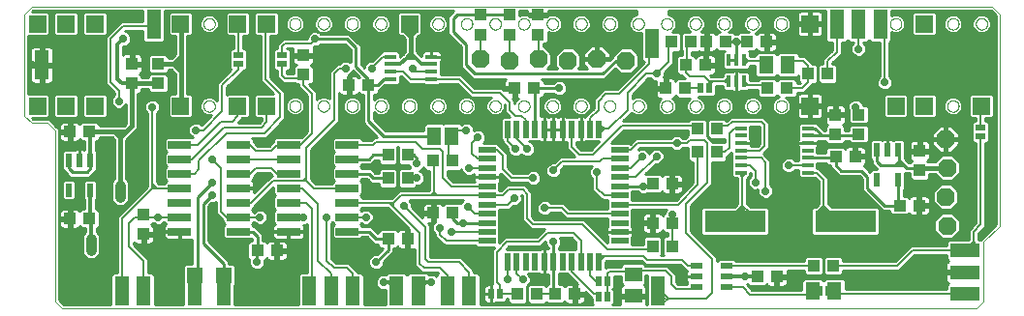
<source format=gtl>
G75*
%MOIN*%
%OFA0B0*%
%FSLAX25Y25*%
%IPPOS*%
%LPD*%
%AMOC8*
5,1,8,0,0,1.08239X$1,22.5*
%
%ADD10C,0.00000*%
%ADD11R,0.03937X0.04331*%
%ADD12R,0.04331X0.03937*%
%ADD13OC8,0.06300*%
%ADD14R,0.05000X0.10000*%
%ADD15R,0.10000X0.05000*%
%ADD16R,0.03500X0.02000*%
%ADD17R,0.04600X0.06300*%
%ADD18R,0.08000X0.02600*%
%ADD19R,0.05906X0.01969*%
%ADD20R,0.01969X0.05906*%
%ADD21R,0.21000X0.07600*%
%ADD22R,0.03900X0.01200*%
%ADD23R,0.02165X0.04724*%
%ADD24R,0.03937X0.01575*%
%ADD25R,0.04331X0.02362*%
%ADD26R,0.02000X0.03500*%
%ADD27R,0.05937X0.05937*%
%ADD28R,0.05118X0.05906*%
%ADD29R,0.01575X0.04134*%
%ADD30R,0.05906X0.05118*%
%ADD31C,0.01000*%
%ADD32C,0.02775*%
%ADD33C,0.03169*%
%ADD34C,0.00800*%
%ADD35C,0.00787*%
%ADD36R,0.05315X0.05315*%
%ADD37C,0.01200*%
%ADD38C,0.01600*%
%ADD39C,0.01400*%
%ADD40C,0.03600*%
D10*
X0013050Y0005500D02*
X0015550Y0003000D01*
X0330050Y0003000D01*
X0332550Y0005500D01*
X0332550Y0026000D01*
X0338050Y0031500D01*
X0338050Y0104500D01*
X0335550Y0107000D01*
X0005050Y0107000D01*
X0002550Y0104500D01*
X0002550Y0069500D01*
X0005050Y0067000D01*
X0010550Y0067000D01*
X0013050Y0064500D01*
X0013050Y0005500D01*
X0064156Y0072827D02*
X0064158Y0072915D01*
X0064164Y0073003D01*
X0064174Y0073091D01*
X0064188Y0073179D01*
X0064205Y0073265D01*
X0064227Y0073351D01*
X0064252Y0073435D01*
X0064282Y0073519D01*
X0064314Y0073601D01*
X0064351Y0073681D01*
X0064391Y0073760D01*
X0064435Y0073837D01*
X0064482Y0073912D01*
X0064532Y0073984D01*
X0064586Y0074055D01*
X0064642Y0074122D01*
X0064702Y0074188D01*
X0064764Y0074250D01*
X0064830Y0074310D01*
X0064897Y0074366D01*
X0064968Y0074420D01*
X0065040Y0074470D01*
X0065115Y0074517D01*
X0065192Y0074561D01*
X0065271Y0074601D01*
X0065351Y0074638D01*
X0065433Y0074670D01*
X0065517Y0074700D01*
X0065601Y0074725D01*
X0065687Y0074747D01*
X0065773Y0074764D01*
X0065861Y0074778D01*
X0065949Y0074788D01*
X0066037Y0074794D01*
X0066125Y0074796D01*
X0066213Y0074794D01*
X0066301Y0074788D01*
X0066389Y0074778D01*
X0066477Y0074764D01*
X0066563Y0074747D01*
X0066649Y0074725D01*
X0066733Y0074700D01*
X0066817Y0074670D01*
X0066899Y0074638D01*
X0066979Y0074601D01*
X0067058Y0074561D01*
X0067135Y0074517D01*
X0067210Y0074470D01*
X0067282Y0074420D01*
X0067353Y0074366D01*
X0067420Y0074310D01*
X0067486Y0074250D01*
X0067548Y0074188D01*
X0067608Y0074122D01*
X0067664Y0074055D01*
X0067718Y0073984D01*
X0067768Y0073912D01*
X0067815Y0073837D01*
X0067859Y0073760D01*
X0067899Y0073681D01*
X0067936Y0073601D01*
X0067968Y0073519D01*
X0067998Y0073435D01*
X0068023Y0073351D01*
X0068045Y0073265D01*
X0068062Y0073179D01*
X0068076Y0073091D01*
X0068086Y0073003D01*
X0068092Y0072915D01*
X0068094Y0072827D01*
X0068092Y0072739D01*
X0068086Y0072651D01*
X0068076Y0072563D01*
X0068062Y0072475D01*
X0068045Y0072389D01*
X0068023Y0072303D01*
X0067998Y0072219D01*
X0067968Y0072135D01*
X0067936Y0072053D01*
X0067899Y0071973D01*
X0067859Y0071894D01*
X0067815Y0071817D01*
X0067768Y0071742D01*
X0067718Y0071670D01*
X0067664Y0071599D01*
X0067608Y0071532D01*
X0067548Y0071466D01*
X0067486Y0071404D01*
X0067420Y0071344D01*
X0067353Y0071288D01*
X0067282Y0071234D01*
X0067210Y0071184D01*
X0067135Y0071137D01*
X0067058Y0071093D01*
X0066979Y0071053D01*
X0066899Y0071016D01*
X0066817Y0070984D01*
X0066733Y0070954D01*
X0066649Y0070929D01*
X0066563Y0070907D01*
X0066477Y0070890D01*
X0066389Y0070876D01*
X0066301Y0070866D01*
X0066213Y0070860D01*
X0066125Y0070858D01*
X0066037Y0070860D01*
X0065949Y0070866D01*
X0065861Y0070876D01*
X0065773Y0070890D01*
X0065687Y0070907D01*
X0065601Y0070929D01*
X0065517Y0070954D01*
X0065433Y0070984D01*
X0065351Y0071016D01*
X0065271Y0071053D01*
X0065192Y0071093D01*
X0065115Y0071137D01*
X0065040Y0071184D01*
X0064968Y0071234D01*
X0064897Y0071288D01*
X0064830Y0071344D01*
X0064764Y0071404D01*
X0064702Y0071466D01*
X0064642Y0071532D01*
X0064586Y0071599D01*
X0064532Y0071670D01*
X0064482Y0071742D01*
X0064435Y0071817D01*
X0064391Y0071894D01*
X0064351Y0071973D01*
X0064314Y0072053D01*
X0064282Y0072135D01*
X0064252Y0072219D01*
X0064227Y0072303D01*
X0064205Y0072389D01*
X0064188Y0072475D01*
X0064174Y0072563D01*
X0064164Y0072651D01*
X0064158Y0072739D01*
X0064156Y0072827D01*
X0093683Y0072827D02*
X0093685Y0072915D01*
X0093691Y0073003D01*
X0093701Y0073091D01*
X0093715Y0073179D01*
X0093732Y0073265D01*
X0093754Y0073351D01*
X0093779Y0073435D01*
X0093809Y0073519D01*
X0093841Y0073601D01*
X0093878Y0073681D01*
X0093918Y0073760D01*
X0093962Y0073837D01*
X0094009Y0073912D01*
X0094059Y0073984D01*
X0094113Y0074055D01*
X0094169Y0074122D01*
X0094229Y0074188D01*
X0094291Y0074250D01*
X0094357Y0074310D01*
X0094424Y0074366D01*
X0094495Y0074420D01*
X0094567Y0074470D01*
X0094642Y0074517D01*
X0094719Y0074561D01*
X0094798Y0074601D01*
X0094878Y0074638D01*
X0094960Y0074670D01*
X0095044Y0074700D01*
X0095128Y0074725D01*
X0095214Y0074747D01*
X0095300Y0074764D01*
X0095388Y0074778D01*
X0095476Y0074788D01*
X0095564Y0074794D01*
X0095652Y0074796D01*
X0095740Y0074794D01*
X0095828Y0074788D01*
X0095916Y0074778D01*
X0096004Y0074764D01*
X0096090Y0074747D01*
X0096176Y0074725D01*
X0096260Y0074700D01*
X0096344Y0074670D01*
X0096426Y0074638D01*
X0096506Y0074601D01*
X0096585Y0074561D01*
X0096662Y0074517D01*
X0096737Y0074470D01*
X0096809Y0074420D01*
X0096880Y0074366D01*
X0096947Y0074310D01*
X0097013Y0074250D01*
X0097075Y0074188D01*
X0097135Y0074122D01*
X0097191Y0074055D01*
X0097245Y0073984D01*
X0097295Y0073912D01*
X0097342Y0073837D01*
X0097386Y0073760D01*
X0097426Y0073681D01*
X0097463Y0073601D01*
X0097495Y0073519D01*
X0097525Y0073435D01*
X0097550Y0073351D01*
X0097572Y0073265D01*
X0097589Y0073179D01*
X0097603Y0073091D01*
X0097613Y0073003D01*
X0097619Y0072915D01*
X0097621Y0072827D01*
X0097619Y0072739D01*
X0097613Y0072651D01*
X0097603Y0072563D01*
X0097589Y0072475D01*
X0097572Y0072389D01*
X0097550Y0072303D01*
X0097525Y0072219D01*
X0097495Y0072135D01*
X0097463Y0072053D01*
X0097426Y0071973D01*
X0097386Y0071894D01*
X0097342Y0071817D01*
X0097295Y0071742D01*
X0097245Y0071670D01*
X0097191Y0071599D01*
X0097135Y0071532D01*
X0097075Y0071466D01*
X0097013Y0071404D01*
X0096947Y0071344D01*
X0096880Y0071288D01*
X0096809Y0071234D01*
X0096737Y0071184D01*
X0096662Y0071137D01*
X0096585Y0071093D01*
X0096506Y0071053D01*
X0096426Y0071016D01*
X0096344Y0070984D01*
X0096260Y0070954D01*
X0096176Y0070929D01*
X0096090Y0070907D01*
X0096004Y0070890D01*
X0095916Y0070876D01*
X0095828Y0070866D01*
X0095740Y0070860D01*
X0095652Y0070858D01*
X0095564Y0070860D01*
X0095476Y0070866D01*
X0095388Y0070876D01*
X0095300Y0070890D01*
X0095214Y0070907D01*
X0095128Y0070929D01*
X0095044Y0070954D01*
X0094960Y0070984D01*
X0094878Y0071016D01*
X0094798Y0071053D01*
X0094719Y0071093D01*
X0094642Y0071137D01*
X0094567Y0071184D01*
X0094495Y0071234D01*
X0094424Y0071288D01*
X0094357Y0071344D01*
X0094291Y0071404D01*
X0094229Y0071466D01*
X0094169Y0071532D01*
X0094113Y0071599D01*
X0094059Y0071670D01*
X0094009Y0071742D01*
X0093962Y0071817D01*
X0093918Y0071894D01*
X0093878Y0071973D01*
X0093841Y0072053D01*
X0093809Y0072135D01*
X0093779Y0072219D01*
X0093754Y0072303D01*
X0093732Y0072389D01*
X0093715Y0072475D01*
X0093701Y0072563D01*
X0093691Y0072651D01*
X0093685Y0072739D01*
X0093683Y0072827D01*
X0103526Y0072827D02*
X0103528Y0072915D01*
X0103534Y0073003D01*
X0103544Y0073091D01*
X0103558Y0073179D01*
X0103575Y0073265D01*
X0103597Y0073351D01*
X0103622Y0073435D01*
X0103652Y0073519D01*
X0103684Y0073601D01*
X0103721Y0073681D01*
X0103761Y0073760D01*
X0103805Y0073837D01*
X0103852Y0073912D01*
X0103902Y0073984D01*
X0103956Y0074055D01*
X0104012Y0074122D01*
X0104072Y0074188D01*
X0104134Y0074250D01*
X0104200Y0074310D01*
X0104267Y0074366D01*
X0104338Y0074420D01*
X0104410Y0074470D01*
X0104485Y0074517D01*
X0104562Y0074561D01*
X0104641Y0074601D01*
X0104721Y0074638D01*
X0104803Y0074670D01*
X0104887Y0074700D01*
X0104971Y0074725D01*
X0105057Y0074747D01*
X0105143Y0074764D01*
X0105231Y0074778D01*
X0105319Y0074788D01*
X0105407Y0074794D01*
X0105495Y0074796D01*
X0105583Y0074794D01*
X0105671Y0074788D01*
X0105759Y0074778D01*
X0105847Y0074764D01*
X0105933Y0074747D01*
X0106019Y0074725D01*
X0106103Y0074700D01*
X0106187Y0074670D01*
X0106269Y0074638D01*
X0106349Y0074601D01*
X0106428Y0074561D01*
X0106505Y0074517D01*
X0106580Y0074470D01*
X0106652Y0074420D01*
X0106723Y0074366D01*
X0106790Y0074310D01*
X0106856Y0074250D01*
X0106918Y0074188D01*
X0106978Y0074122D01*
X0107034Y0074055D01*
X0107088Y0073984D01*
X0107138Y0073912D01*
X0107185Y0073837D01*
X0107229Y0073760D01*
X0107269Y0073681D01*
X0107306Y0073601D01*
X0107338Y0073519D01*
X0107368Y0073435D01*
X0107393Y0073351D01*
X0107415Y0073265D01*
X0107432Y0073179D01*
X0107446Y0073091D01*
X0107456Y0073003D01*
X0107462Y0072915D01*
X0107464Y0072827D01*
X0107462Y0072739D01*
X0107456Y0072651D01*
X0107446Y0072563D01*
X0107432Y0072475D01*
X0107415Y0072389D01*
X0107393Y0072303D01*
X0107368Y0072219D01*
X0107338Y0072135D01*
X0107306Y0072053D01*
X0107269Y0071973D01*
X0107229Y0071894D01*
X0107185Y0071817D01*
X0107138Y0071742D01*
X0107088Y0071670D01*
X0107034Y0071599D01*
X0106978Y0071532D01*
X0106918Y0071466D01*
X0106856Y0071404D01*
X0106790Y0071344D01*
X0106723Y0071288D01*
X0106652Y0071234D01*
X0106580Y0071184D01*
X0106505Y0071137D01*
X0106428Y0071093D01*
X0106349Y0071053D01*
X0106269Y0071016D01*
X0106187Y0070984D01*
X0106103Y0070954D01*
X0106019Y0070929D01*
X0105933Y0070907D01*
X0105847Y0070890D01*
X0105759Y0070876D01*
X0105671Y0070866D01*
X0105583Y0070860D01*
X0105495Y0070858D01*
X0105407Y0070860D01*
X0105319Y0070866D01*
X0105231Y0070876D01*
X0105143Y0070890D01*
X0105057Y0070907D01*
X0104971Y0070929D01*
X0104887Y0070954D01*
X0104803Y0070984D01*
X0104721Y0071016D01*
X0104641Y0071053D01*
X0104562Y0071093D01*
X0104485Y0071137D01*
X0104410Y0071184D01*
X0104338Y0071234D01*
X0104267Y0071288D01*
X0104200Y0071344D01*
X0104134Y0071404D01*
X0104072Y0071466D01*
X0104012Y0071532D01*
X0103956Y0071599D01*
X0103902Y0071670D01*
X0103852Y0071742D01*
X0103805Y0071817D01*
X0103761Y0071894D01*
X0103721Y0071973D01*
X0103684Y0072053D01*
X0103652Y0072135D01*
X0103622Y0072219D01*
X0103597Y0072303D01*
X0103575Y0072389D01*
X0103558Y0072475D01*
X0103544Y0072563D01*
X0103534Y0072651D01*
X0103528Y0072739D01*
X0103526Y0072827D01*
X0113368Y0072827D02*
X0113370Y0072915D01*
X0113376Y0073003D01*
X0113386Y0073091D01*
X0113400Y0073179D01*
X0113417Y0073265D01*
X0113439Y0073351D01*
X0113464Y0073435D01*
X0113494Y0073519D01*
X0113526Y0073601D01*
X0113563Y0073681D01*
X0113603Y0073760D01*
X0113647Y0073837D01*
X0113694Y0073912D01*
X0113744Y0073984D01*
X0113798Y0074055D01*
X0113854Y0074122D01*
X0113914Y0074188D01*
X0113976Y0074250D01*
X0114042Y0074310D01*
X0114109Y0074366D01*
X0114180Y0074420D01*
X0114252Y0074470D01*
X0114327Y0074517D01*
X0114404Y0074561D01*
X0114483Y0074601D01*
X0114563Y0074638D01*
X0114645Y0074670D01*
X0114729Y0074700D01*
X0114813Y0074725D01*
X0114899Y0074747D01*
X0114985Y0074764D01*
X0115073Y0074778D01*
X0115161Y0074788D01*
X0115249Y0074794D01*
X0115337Y0074796D01*
X0115425Y0074794D01*
X0115513Y0074788D01*
X0115601Y0074778D01*
X0115689Y0074764D01*
X0115775Y0074747D01*
X0115861Y0074725D01*
X0115945Y0074700D01*
X0116029Y0074670D01*
X0116111Y0074638D01*
X0116191Y0074601D01*
X0116270Y0074561D01*
X0116347Y0074517D01*
X0116422Y0074470D01*
X0116494Y0074420D01*
X0116565Y0074366D01*
X0116632Y0074310D01*
X0116698Y0074250D01*
X0116760Y0074188D01*
X0116820Y0074122D01*
X0116876Y0074055D01*
X0116930Y0073984D01*
X0116980Y0073912D01*
X0117027Y0073837D01*
X0117071Y0073760D01*
X0117111Y0073681D01*
X0117148Y0073601D01*
X0117180Y0073519D01*
X0117210Y0073435D01*
X0117235Y0073351D01*
X0117257Y0073265D01*
X0117274Y0073179D01*
X0117288Y0073091D01*
X0117298Y0073003D01*
X0117304Y0072915D01*
X0117306Y0072827D01*
X0117304Y0072739D01*
X0117298Y0072651D01*
X0117288Y0072563D01*
X0117274Y0072475D01*
X0117257Y0072389D01*
X0117235Y0072303D01*
X0117210Y0072219D01*
X0117180Y0072135D01*
X0117148Y0072053D01*
X0117111Y0071973D01*
X0117071Y0071894D01*
X0117027Y0071817D01*
X0116980Y0071742D01*
X0116930Y0071670D01*
X0116876Y0071599D01*
X0116820Y0071532D01*
X0116760Y0071466D01*
X0116698Y0071404D01*
X0116632Y0071344D01*
X0116565Y0071288D01*
X0116494Y0071234D01*
X0116422Y0071184D01*
X0116347Y0071137D01*
X0116270Y0071093D01*
X0116191Y0071053D01*
X0116111Y0071016D01*
X0116029Y0070984D01*
X0115945Y0070954D01*
X0115861Y0070929D01*
X0115775Y0070907D01*
X0115689Y0070890D01*
X0115601Y0070876D01*
X0115513Y0070866D01*
X0115425Y0070860D01*
X0115337Y0070858D01*
X0115249Y0070860D01*
X0115161Y0070866D01*
X0115073Y0070876D01*
X0114985Y0070890D01*
X0114899Y0070907D01*
X0114813Y0070929D01*
X0114729Y0070954D01*
X0114645Y0070984D01*
X0114563Y0071016D01*
X0114483Y0071053D01*
X0114404Y0071093D01*
X0114327Y0071137D01*
X0114252Y0071184D01*
X0114180Y0071234D01*
X0114109Y0071288D01*
X0114042Y0071344D01*
X0113976Y0071404D01*
X0113914Y0071466D01*
X0113854Y0071532D01*
X0113798Y0071599D01*
X0113744Y0071670D01*
X0113694Y0071742D01*
X0113647Y0071817D01*
X0113603Y0071894D01*
X0113563Y0071973D01*
X0113526Y0072053D01*
X0113494Y0072135D01*
X0113464Y0072219D01*
X0113439Y0072303D01*
X0113417Y0072389D01*
X0113400Y0072475D01*
X0113386Y0072563D01*
X0113376Y0072651D01*
X0113370Y0072739D01*
X0113368Y0072827D01*
X0123211Y0072827D02*
X0123213Y0072915D01*
X0123219Y0073003D01*
X0123229Y0073091D01*
X0123243Y0073179D01*
X0123260Y0073265D01*
X0123282Y0073351D01*
X0123307Y0073435D01*
X0123337Y0073519D01*
X0123369Y0073601D01*
X0123406Y0073681D01*
X0123446Y0073760D01*
X0123490Y0073837D01*
X0123537Y0073912D01*
X0123587Y0073984D01*
X0123641Y0074055D01*
X0123697Y0074122D01*
X0123757Y0074188D01*
X0123819Y0074250D01*
X0123885Y0074310D01*
X0123952Y0074366D01*
X0124023Y0074420D01*
X0124095Y0074470D01*
X0124170Y0074517D01*
X0124247Y0074561D01*
X0124326Y0074601D01*
X0124406Y0074638D01*
X0124488Y0074670D01*
X0124572Y0074700D01*
X0124656Y0074725D01*
X0124742Y0074747D01*
X0124828Y0074764D01*
X0124916Y0074778D01*
X0125004Y0074788D01*
X0125092Y0074794D01*
X0125180Y0074796D01*
X0125268Y0074794D01*
X0125356Y0074788D01*
X0125444Y0074778D01*
X0125532Y0074764D01*
X0125618Y0074747D01*
X0125704Y0074725D01*
X0125788Y0074700D01*
X0125872Y0074670D01*
X0125954Y0074638D01*
X0126034Y0074601D01*
X0126113Y0074561D01*
X0126190Y0074517D01*
X0126265Y0074470D01*
X0126337Y0074420D01*
X0126408Y0074366D01*
X0126475Y0074310D01*
X0126541Y0074250D01*
X0126603Y0074188D01*
X0126663Y0074122D01*
X0126719Y0074055D01*
X0126773Y0073984D01*
X0126823Y0073912D01*
X0126870Y0073837D01*
X0126914Y0073760D01*
X0126954Y0073681D01*
X0126991Y0073601D01*
X0127023Y0073519D01*
X0127053Y0073435D01*
X0127078Y0073351D01*
X0127100Y0073265D01*
X0127117Y0073179D01*
X0127131Y0073091D01*
X0127141Y0073003D01*
X0127147Y0072915D01*
X0127149Y0072827D01*
X0127147Y0072739D01*
X0127141Y0072651D01*
X0127131Y0072563D01*
X0127117Y0072475D01*
X0127100Y0072389D01*
X0127078Y0072303D01*
X0127053Y0072219D01*
X0127023Y0072135D01*
X0126991Y0072053D01*
X0126954Y0071973D01*
X0126914Y0071894D01*
X0126870Y0071817D01*
X0126823Y0071742D01*
X0126773Y0071670D01*
X0126719Y0071599D01*
X0126663Y0071532D01*
X0126603Y0071466D01*
X0126541Y0071404D01*
X0126475Y0071344D01*
X0126408Y0071288D01*
X0126337Y0071234D01*
X0126265Y0071184D01*
X0126190Y0071137D01*
X0126113Y0071093D01*
X0126034Y0071053D01*
X0125954Y0071016D01*
X0125872Y0070984D01*
X0125788Y0070954D01*
X0125704Y0070929D01*
X0125618Y0070907D01*
X0125532Y0070890D01*
X0125444Y0070876D01*
X0125356Y0070866D01*
X0125268Y0070860D01*
X0125180Y0070858D01*
X0125092Y0070860D01*
X0125004Y0070866D01*
X0124916Y0070876D01*
X0124828Y0070890D01*
X0124742Y0070907D01*
X0124656Y0070929D01*
X0124572Y0070954D01*
X0124488Y0070984D01*
X0124406Y0071016D01*
X0124326Y0071053D01*
X0124247Y0071093D01*
X0124170Y0071137D01*
X0124095Y0071184D01*
X0124023Y0071234D01*
X0123952Y0071288D01*
X0123885Y0071344D01*
X0123819Y0071404D01*
X0123757Y0071466D01*
X0123697Y0071532D01*
X0123641Y0071599D01*
X0123587Y0071670D01*
X0123537Y0071742D01*
X0123490Y0071817D01*
X0123446Y0071894D01*
X0123406Y0071973D01*
X0123369Y0072053D01*
X0123337Y0072135D01*
X0123307Y0072219D01*
X0123282Y0072303D01*
X0123260Y0072389D01*
X0123243Y0072475D01*
X0123229Y0072563D01*
X0123219Y0072651D01*
X0123213Y0072739D01*
X0123211Y0072827D01*
X0133053Y0072827D02*
X0133055Y0072915D01*
X0133061Y0073003D01*
X0133071Y0073091D01*
X0133085Y0073179D01*
X0133102Y0073265D01*
X0133124Y0073351D01*
X0133149Y0073435D01*
X0133179Y0073519D01*
X0133211Y0073601D01*
X0133248Y0073681D01*
X0133288Y0073760D01*
X0133332Y0073837D01*
X0133379Y0073912D01*
X0133429Y0073984D01*
X0133483Y0074055D01*
X0133539Y0074122D01*
X0133599Y0074188D01*
X0133661Y0074250D01*
X0133727Y0074310D01*
X0133794Y0074366D01*
X0133865Y0074420D01*
X0133937Y0074470D01*
X0134012Y0074517D01*
X0134089Y0074561D01*
X0134168Y0074601D01*
X0134248Y0074638D01*
X0134330Y0074670D01*
X0134414Y0074700D01*
X0134498Y0074725D01*
X0134584Y0074747D01*
X0134670Y0074764D01*
X0134758Y0074778D01*
X0134846Y0074788D01*
X0134934Y0074794D01*
X0135022Y0074796D01*
X0135110Y0074794D01*
X0135198Y0074788D01*
X0135286Y0074778D01*
X0135374Y0074764D01*
X0135460Y0074747D01*
X0135546Y0074725D01*
X0135630Y0074700D01*
X0135714Y0074670D01*
X0135796Y0074638D01*
X0135876Y0074601D01*
X0135955Y0074561D01*
X0136032Y0074517D01*
X0136107Y0074470D01*
X0136179Y0074420D01*
X0136250Y0074366D01*
X0136317Y0074310D01*
X0136383Y0074250D01*
X0136445Y0074188D01*
X0136505Y0074122D01*
X0136561Y0074055D01*
X0136615Y0073984D01*
X0136665Y0073912D01*
X0136712Y0073837D01*
X0136756Y0073760D01*
X0136796Y0073681D01*
X0136833Y0073601D01*
X0136865Y0073519D01*
X0136895Y0073435D01*
X0136920Y0073351D01*
X0136942Y0073265D01*
X0136959Y0073179D01*
X0136973Y0073091D01*
X0136983Y0073003D01*
X0136989Y0072915D01*
X0136991Y0072827D01*
X0136989Y0072739D01*
X0136983Y0072651D01*
X0136973Y0072563D01*
X0136959Y0072475D01*
X0136942Y0072389D01*
X0136920Y0072303D01*
X0136895Y0072219D01*
X0136865Y0072135D01*
X0136833Y0072053D01*
X0136796Y0071973D01*
X0136756Y0071894D01*
X0136712Y0071817D01*
X0136665Y0071742D01*
X0136615Y0071670D01*
X0136561Y0071599D01*
X0136505Y0071532D01*
X0136445Y0071466D01*
X0136383Y0071404D01*
X0136317Y0071344D01*
X0136250Y0071288D01*
X0136179Y0071234D01*
X0136107Y0071184D01*
X0136032Y0071137D01*
X0135955Y0071093D01*
X0135876Y0071053D01*
X0135796Y0071016D01*
X0135714Y0070984D01*
X0135630Y0070954D01*
X0135546Y0070929D01*
X0135460Y0070907D01*
X0135374Y0070890D01*
X0135286Y0070876D01*
X0135198Y0070866D01*
X0135110Y0070860D01*
X0135022Y0070858D01*
X0134934Y0070860D01*
X0134846Y0070866D01*
X0134758Y0070876D01*
X0134670Y0070890D01*
X0134584Y0070907D01*
X0134498Y0070929D01*
X0134414Y0070954D01*
X0134330Y0070984D01*
X0134248Y0071016D01*
X0134168Y0071053D01*
X0134089Y0071093D01*
X0134012Y0071137D01*
X0133937Y0071184D01*
X0133865Y0071234D01*
X0133794Y0071288D01*
X0133727Y0071344D01*
X0133661Y0071404D01*
X0133599Y0071466D01*
X0133539Y0071532D01*
X0133483Y0071599D01*
X0133429Y0071670D01*
X0133379Y0071742D01*
X0133332Y0071817D01*
X0133288Y0071894D01*
X0133248Y0071973D01*
X0133211Y0072053D01*
X0133179Y0072135D01*
X0133149Y0072219D01*
X0133124Y0072303D01*
X0133102Y0072389D01*
X0133085Y0072475D01*
X0133071Y0072563D01*
X0133061Y0072651D01*
X0133055Y0072739D01*
X0133053Y0072827D01*
X0142896Y0072827D02*
X0142898Y0072915D01*
X0142904Y0073003D01*
X0142914Y0073091D01*
X0142928Y0073179D01*
X0142945Y0073265D01*
X0142967Y0073351D01*
X0142992Y0073435D01*
X0143022Y0073519D01*
X0143054Y0073601D01*
X0143091Y0073681D01*
X0143131Y0073760D01*
X0143175Y0073837D01*
X0143222Y0073912D01*
X0143272Y0073984D01*
X0143326Y0074055D01*
X0143382Y0074122D01*
X0143442Y0074188D01*
X0143504Y0074250D01*
X0143570Y0074310D01*
X0143637Y0074366D01*
X0143708Y0074420D01*
X0143780Y0074470D01*
X0143855Y0074517D01*
X0143932Y0074561D01*
X0144011Y0074601D01*
X0144091Y0074638D01*
X0144173Y0074670D01*
X0144257Y0074700D01*
X0144341Y0074725D01*
X0144427Y0074747D01*
X0144513Y0074764D01*
X0144601Y0074778D01*
X0144689Y0074788D01*
X0144777Y0074794D01*
X0144865Y0074796D01*
X0144953Y0074794D01*
X0145041Y0074788D01*
X0145129Y0074778D01*
X0145217Y0074764D01*
X0145303Y0074747D01*
X0145389Y0074725D01*
X0145473Y0074700D01*
X0145557Y0074670D01*
X0145639Y0074638D01*
X0145719Y0074601D01*
X0145798Y0074561D01*
X0145875Y0074517D01*
X0145950Y0074470D01*
X0146022Y0074420D01*
X0146093Y0074366D01*
X0146160Y0074310D01*
X0146226Y0074250D01*
X0146288Y0074188D01*
X0146348Y0074122D01*
X0146404Y0074055D01*
X0146458Y0073984D01*
X0146508Y0073912D01*
X0146555Y0073837D01*
X0146599Y0073760D01*
X0146639Y0073681D01*
X0146676Y0073601D01*
X0146708Y0073519D01*
X0146738Y0073435D01*
X0146763Y0073351D01*
X0146785Y0073265D01*
X0146802Y0073179D01*
X0146816Y0073091D01*
X0146826Y0073003D01*
X0146832Y0072915D01*
X0146834Y0072827D01*
X0146832Y0072739D01*
X0146826Y0072651D01*
X0146816Y0072563D01*
X0146802Y0072475D01*
X0146785Y0072389D01*
X0146763Y0072303D01*
X0146738Y0072219D01*
X0146708Y0072135D01*
X0146676Y0072053D01*
X0146639Y0071973D01*
X0146599Y0071894D01*
X0146555Y0071817D01*
X0146508Y0071742D01*
X0146458Y0071670D01*
X0146404Y0071599D01*
X0146348Y0071532D01*
X0146288Y0071466D01*
X0146226Y0071404D01*
X0146160Y0071344D01*
X0146093Y0071288D01*
X0146022Y0071234D01*
X0145950Y0071184D01*
X0145875Y0071137D01*
X0145798Y0071093D01*
X0145719Y0071053D01*
X0145639Y0071016D01*
X0145557Y0070984D01*
X0145473Y0070954D01*
X0145389Y0070929D01*
X0145303Y0070907D01*
X0145217Y0070890D01*
X0145129Y0070876D01*
X0145041Y0070866D01*
X0144953Y0070860D01*
X0144865Y0070858D01*
X0144777Y0070860D01*
X0144689Y0070866D01*
X0144601Y0070876D01*
X0144513Y0070890D01*
X0144427Y0070907D01*
X0144341Y0070929D01*
X0144257Y0070954D01*
X0144173Y0070984D01*
X0144091Y0071016D01*
X0144011Y0071053D01*
X0143932Y0071093D01*
X0143855Y0071137D01*
X0143780Y0071184D01*
X0143708Y0071234D01*
X0143637Y0071288D01*
X0143570Y0071344D01*
X0143504Y0071404D01*
X0143442Y0071466D01*
X0143382Y0071532D01*
X0143326Y0071599D01*
X0143272Y0071670D01*
X0143222Y0071742D01*
X0143175Y0071817D01*
X0143131Y0071894D01*
X0143091Y0071973D01*
X0143054Y0072053D01*
X0143022Y0072135D01*
X0142992Y0072219D01*
X0142967Y0072303D01*
X0142945Y0072389D01*
X0142928Y0072475D01*
X0142914Y0072563D01*
X0142904Y0072651D01*
X0142898Y0072739D01*
X0142896Y0072827D01*
X0152738Y0072827D02*
X0152740Y0072915D01*
X0152746Y0073003D01*
X0152756Y0073091D01*
X0152770Y0073179D01*
X0152787Y0073265D01*
X0152809Y0073351D01*
X0152834Y0073435D01*
X0152864Y0073519D01*
X0152896Y0073601D01*
X0152933Y0073681D01*
X0152973Y0073760D01*
X0153017Y0073837D01*
X0153064Y0073912D01*
X0153114Y0073984D01*
X0153168Y0074055D01*
X0153224Y0074122D01*
X0153284Y0074188D01*
X0153346Y0074250D01*
X0153412Y0074310D01*
X0153479Y0074366D01*
X0153550Y0074420D01*
X0153622Y0074470D01*
X0153697Y0074517D01*
X0153774Y0074561D01*
X0153853Y0074601D01*
X0153933Y0074638D01*
X0154015Y0074670D01*
X0154099Y0074700D01*
X0154183Y0074725D01*
X0154269Y0074747D01*
X0154355Y0074764D01*
X0154443Y0074778D01*
X0154531Y0074788D01*
X0154619Y0074794D01*
X0154707Y0074796D01*
X0154795Y0074794D01*
X0154883Y0074788D01*
X0154971Y0074778D01*
X0155059Y0074764D01*
X0155145Y0074747D01*
X0155231Y0074725D01*
X0155315Y0074700D01*
X0155399Y0074670D01*
X0155481Y0074638D01*
X0155561Y0074601D01*
X0155640Y0074561D01*
X0155717Y0074517D01*
X0155792Y0074470D01*
X0155864Y0074420D01*
X0155935Y0074366D01*
X0156002Y0074310D01*
X0156068Y0074250D01*
X0156130Y0074188D01*
X0156190Y0074122D01*
X0156246Y0074055D01*
X0156300Y0073984D01*
X0156350Y0073912D01*
X0156397Y0073837D01*
X0156441Y0073760D01*
X0156481Y0073681D01*
X0156518Y0073601D01*
X0156550Y0073519D01*
X0156580Y0073435D01*
X0156605Y0073351D01*
X0156627Y0073265D01*
X0156644Y0073179D01*
X0156658Y0073091D01*
X0156668Y0073003D01*
X0156674Y0072915D01*
X0156676Y0072827D01*
X0156674Y0072739D01*
X0156668Y0072651D01*
X0156658Y0072563D01*
X0156644Y0072475D01*
X0156627Y0072389D01*
X0156605Y0072303D01*
X0156580Y0072219D01*
X0156550Y0072135D01*
X0156518Y0072053D01*
X0156481Y0071973D01*
X0156441Y0071894D01*
X0156397Y0071817D01*
X0156350Y0071742D01*
X0156300Y0071670D01*
X0156246Y0071599D01*
X0156190Y0071532D01*
X0156130Y0071466D01*
X0156068Y0071404D01*
X0156002Y0071344D01*
X0155935Y0071288D01*
X0155864Y0071234D01*
X0155792Y0071184D01*
X0155717Y0071137D01*
X0155640Y0071093D01*
X0155561Y0071053D01*
X0155481Y0071016D01*
X0155399Y0070984D01*
X0155315Y0070954D01*
X0155231Y0070929D01*
X0155145Y0070907D01*
X0155059Y0070890D01*
X0154971Y0070876D01*
X0154883Y0070866D01*
X0154795Y0070860D01*
X0154707Y0070858D01*
X0154619Y0070860D01*
X0154531Y0070866D01*
X0154443Y0070876D01*
X0154355Y0070890D01*
X0154269Y0070907D01*
X0154183Y0070929D01*
X0154099Y0070954D01*
X0154015Y0070984D01*
X0153933Y0071016D01*
X0153853Y0071053D01*
X0153774Y0071093D01*
X0153697Y0071137D01*
X0153622Y0071184D01*
X0153550Y0071234D01*
X0153479Y0071288D01*
X0153412Y0071344D01*
X0153346Y0071404D01*
X0153284Y0071466D01*
X0153224Y0071532D01*
X0153168Y0071599D01*
X0153114Y0071670D01*
X0153064Y0071742D01*
X0153017Y0071817D01*
X0152973Y0071894D01*
X0152933Y0071973D01*
X0152896Y0072053D01*
X0152864Y0072135D01*
X0152834Y0072219D01*
X0152809Y0072303D01*
X0152787Y0072389D01*
X0152770Y0072475D01*
X0152756Y0072563D01*
X0152746Y0072651D01*
X0152740Y0072739D01*
X0152738Y0072827D01*
X0162581Y0072827D02*
X0162583Y0072915D01*
X0162589Y0073003D01*
X0162599Y0073091D01*
X0162613Y0073179D01*
X0162630Y0073265D01*
X0162652Y0073351D01*
X0162677Y0073435D01*
X0162707Y0073519D01*
X0162739Y0073601D01*
X0162776Y0073681D01*
X0162816Y0073760D01*
X0162860Y0073837D01*
X0162907Y0073912D01*
X0162957Y0073984D01*
X0163011Y0074055D01*
X0163067Y0074122D01*
X0163127Y0074188D01*
X0163189Y0074250D01*
X0163255Y0074310D01*
X0163322Y0074366D01*
X0163393Y0074420D01*
X0163465Y0074470D01*
X0163540Y0074517D01*
X0163617Y0074561D01*
X0163696Y0074601D01*
X0163776Y0074638D01*
X0163858Y0074670D01*
X0163942Y0074700D01*
X0164026Y0074725D01*
X0164112Y0074747D01*
X0164198Y0074764D01*
X0164286Y0074778D01*
X0164374Y0074788D01*
X0164462Y0074794D01*
X0164550Y0074796D01*
X0164638Y0074794D01*
X0164726Y0074788D01*
X0164814Y0074778D01*
X0164902Y0074764D01*
X0164988Y0074747D01*
X0165074Y0074725D01*
X0165158Y0074700D01*
X0165242Y0074670D01*
X0165324Y0074638D01*
X0165404Y0074601D01*
X0165483Y0074561D01*
X0165560Y0074517D01*
X0165635Y0074470D01*
X0165707Y0074420D01*
X0165778Y0074366D01*
X0165845Y0074310D01*
X0165911Y0074250D01*
X0165973Y0074188D01*
X0166033Y0074122D01*
X0166089Y0074055D01*
X0166143Y0073984D01*
X0166193Y0073912D01*
X0166240Y0073837D01*
X0166284Y0073760D01*
X0166324Y0073681D01*
X0166361Y0073601D01*
X0166393Y0073519D01*
X0166423Y0073435D01*
X0166448Y0073351D01*
X0166470Y0073265D01*
X0166487Y0073179D01*
X0166501Y0073091D01*
X0166511Y0073003D01*
X0166517Y0072915D01*
X0166519Y0072827D01*
X0166517Y0072739D01*
X0166511Y0072651D01*
X0166501Y0072563D01*
X0166487Y0072475D01*
X0166470Y0072389D01*
X0166448Y0072303D01*
X0166423Y0072219D01*
X0166393Y0072135D01*
X0166361Y0072053D01*
X0166324Y0071973D01*
X0166284Y0071894D01*
X0166240Y0071817D01*
X0166193Y0071742D01*
X0166143Y0071670D01*
X0166089Y0071599D01*
X0166033Y0071532D01*
X0165973Y0071466D01*
X0165911Y0071404D01*
X0165845Y0071344D01*
X0165778Y0071288D01*
X0165707Y0071234D01*
X0165635Y0071184D01*
X0165560Y0071137D01*
X0165483Y0071093D01*
X0165404Y0071053D01*
X0165324Y0071016D01*
X0165242Y0070984D01*
X0165158Y0070954D01*
X0165074Y0070929D01*
X0164988Y0070907D01*
X0164902Y0070890D01*
X0164814Y0070876D01*
X0164726Y0070866D01*
X0164638Y0070860D01*
X0164550Y0070858D01*
X0164462Y0070860D01*
X0164374Y0070866D01*
X0164286Y0070876D01*
X0164198Y0070890D01*
X0164112Y0070907D01*
X0164026Y0070929D01*
X0163942Y0070954D01*
X0163858Y0070984D01*
X0163776Y0071016D01*
X0163696Y0071053D01*
X0163617Y0071093D01*
X0163540Y0071137D01*
X0163465Y0071184D01*
X0163393Y0071234D01*
X0163322Y0071288D01*
X0163255Y0071344D01*
X0163189Y0071404D01*
X0163127Y0071466D01*
X0163067Y0071532D01*
X0163011Y0071599D01*
X0162957Y0071670D01*
X0162907Y0071742D01*
X0162860Y0071817D01*
X0162816Y0071894D01*
X0162776Y0071973D01*
X0162739Y0072053D01*
X0162707Y0072135D01*
X0162677Y0072219D01*
X0162652Y0072303D01*
X0162630Y0072389D01*
X0162613Y0072475D01*
X0162599Y0072563D01*
X0162589Y0072651D01*
X0162583Y0072739D01*
X0162581Y0072827D01*
X0172424Y0072827D02*
X0172426Y0072915D01*
X0172432Y0073003D01*
X0172442Y0073091D01*
X0172456Y0073179D01*
X0172473Y0073265D01*
X0172495Y0073351D01*
X0172520Y0073435D01*
X0172550Y0073519D01*
X0172582Y0073601D01*
X0172619Y0073681D01*
X0172659Y0073760D01*
X0172703Y0073837D01*
X0172750Y0073912D01*
X0172800Y0073984D01*
X0172854Y0074055D01*
X0172910Y0074122D01*
X0172970Y0074188D01*
X0173032Y0074250D01*
X0173098Y0074310D01*
X0173165Y0074366D01*
X0173236Y0074420D01*
X0173308Y0074470D01*
X0173383Y0074517D01*
X0173460Y0074561D01*
X0173539Y0074601D01*
X0173619Y0074638D01*
X0173701Y0074670D01*
X0173785Y0074700D01*
X0173869Y0074725D01*
X0173955Y0074747D01*
X0174041Y0074764D01*
X0174129Y0074778D01*
X0174217Y0074788D01*
X0174305Y0074794D01*
X0174393Y0074796D01*
X0174481Y0074794D01*
X0174569Y0074788D01*
X0174657Y0074778D01*
X0174745Y0074764D01*
X0174831Y0074747D01*
X0174917Y0074725D01*
X0175001Y0074700D01*
X0175085Y0074670D01*
X0175167Y0074638D01*
X0175247Y0074601D01*
X0175326Y0074561D01*
X0175403Y0074517D01*
X0175478Y0074470D01*
X0175550Y0074420D01*
X0175621Y0074366D01*
X0175688Y0074310D01*
X0175754Y0074250D01*
X0175816Y0074188D01*
X0175876Y0074122D01*
X0175932Y0074055D01*
X0175986Y0073984D01*
X0176036Y0073912D01*
X0176083Y0073837D01*
X0176127Y0073760D01*
X0176167Y0073681D01*
X0176204Y0073601D01*
X0176236Y0073519D01*
X0176266Y0073435D01*
X0176291Y0073351D01*
X0176313Y0073265D01*
X0176330Y0073179D01*
X0176344Y0073091D01*
X0176354Y0073003D01*
X0176360Y0072915D01*
X0176362Y0072827D01*
X0176360Y0072739D01*
X0176354Y0072651D01*
X0176344Y0072563D01*
X0176330Y0072475D01*
X0176313Y0072389D01*
X0176291Y0072303D01*
X0176266Y0072219D01*
X0176236Y0072135D01*
X0176204Y0072053D01*
X0176167Y0071973D01*
X0176127Y0071894D01*
X0176083Y0071817D01*
X0176036Y0071742D01*
X0175986Y0071670D01*
X0175932Y0071599D01*
X0175876Y0071532D01*
X0175816Y0071466D01*
X0175754Y0071404D01*
X0175688Y0071344D01*
X0175621Y0071288D01*
X0175550Y0071234D01*
X0175478Y0071184D01*
X0175403Y0071137D01*
X0175326Y0071093D01*
X0175247Y0071053D01*
X0175167Y0071016D01*
X0175085Y0070984D01*
X0175001Y0070954D01*
X0174917Y0070929D01*
X0174831Y0070907D01*
X0174745Y0070890D01*
X0174657Y0070876D01*
X0174569Y0070866D01*
X0174481Y0070860D01*
X0174393Y0070858D01*
X0174305Y0070860D01*
X0174217Y0070866D01*
X0174129Y0070876D01*
X0174041Y0070890D01*
X0173955Y0070907D01*
X0173869Y0070929D01*
X0173785Y0070954D01*
X0173701Y0070984D01*
X0173619Y0071016D01*
X0173539Y0071053D01*
X0173460Y0071093D01*
X0173383Y0071137D01*
X0173308Y0071184D01*
X0173236Y0071234D01*
X0173165Y0071288D01*
X0173098Y0071344D01*
X0173032Y0071404D01*
X0172970Y0071466D01*
X0172910Y0071532D01*
X0172854Y0071599D01*
X0172800Y0071670D01*
X0172750Y0071742D01*
X0172703Y0071817D01*
X0172659Y0071894D01*
X0172619Y0071973D01*
X0172582Y0072053D01*
X0172550Y0072135D01*
X0172520Y0072219D01*
X0172495Y0072303D01*
X0172473Y0072389D01*
X0172456Y0072475D01*
X0172442Y0072563D01*
X0172432Y0072651D01*
X0172426Y0072739D01*
X0172424Y0072827D01*
X0182266Y0072827D02*
X0182268Y0072915D01*
X0182274Y0073003D01*
X0182284Y0073091D01*
X0182298Y0073179D01*
X0182315Y0073265D01*
X0182337Y0073351D01*
X0182362Y0073435D01*
X0182392Y0073519D01*
X0182424Y0073601D01*
X0182461Y0073681D01*
X0182501Y0073760D01*
X0182545Y0073837D01*
X0182592Y0073912D01*
X0182642Y0073984D01*
X0182696Y0074055D01*
X0182752Y0074122D01*
X0182812Y0074188D01*
X0182874Y0074250D01*
X0182940Y0074310D01*
X0183007Y0074366D01*
X0183078Y0074420D01*
X0183150Y0074470D01*
X0183225Y0074517D01*
X0183302Y0074561D01*
X0183381Y0074601D01*
X0183461Y0074638D01*
X0183543Y0074670D01*
X0183627Y0074700D01*
X0183711Y0074725D01*
X0183797Y0074747D01*
X0183883Y0074764D01*
X0183971Y0074778D01*
X0184059Y0074788D01*
X0184147Y0074794D01*
X0184235Y0074796D01*
X0184323Y0074794D01*
X0184411Y0074788D01*
X0184499Y0074778D01*
X0184587Y0074764D01*
X0184673Y0074747D01*
X0184759Y0074725D01*
X0184843Y0074700D01*
X0184927Y0074670D01*
X0185009Y0074638D01*
X0185089Y0074601D01*
X0185168Y0074561D01*
X0185245Y0074517D01*
X0185320Y0074470D01*
X0185392Y0074420D01*
X0185463Y0074366D01*
X0185530Y0074310D01*
X0185596Y0074250D01*
X0185658Y0074188D01*
X0185718Y0074122D01*
X0185774Y0074055D01*
X0185828Y0073984D01*
X0185878Y0073912D01*
X0185925Y0073837D01*
X0185969Y0073760D01*
X0186009Y0073681D01*
X0186046Y0073601D01*
X0186078Y0073519D01*
X0186108Y0073435D01*
X0186133Y0073351D01*
X0186155Y0073265D01*
X0186172Y0073179D01*
X0186186Y0073091D01*
X0186196Y0073003D01*
X0186202Y0072915D01*
X0186204Y0072827D01*
X0186202Y0072739D01*
X0186196Y0072651D01*
X0186186Y0072563D01*
X0186172Y0072475D01*
X0186155Y0072389D01*
X0186133Y0072303D01*
X0186108Y0072219D01*
X0186078Y0072135D01*
X0186046Y0072053D01*
X0186009Y0071973D01*
X0185969Y0071894D01*
X0185925Y0071817D01*
X0185878Y0071742D01*
X0185828Y0071670D01*
X0185774Y0071599D01*
X0185718Y0071532D01*
X0185658Y0071466D01*
X0185596Y0071404D01*
X0185530Y0071344D01*
X0185463Y0071288D01*
X0185392Y0071234D01*
X0185320Y0071184D01*
X0185245Y0071137D01*
X0185168Y0071093D01*
X0185089Y0071053D01*
X0185009Y0071016D01*
X0184927Y0070984D01*
X0184843Y0070954D01*
X0184759Y0070929D01*
X0184673Y0070907D01*
X0184587Y0070890D01*
X0184499Y0070876D01*
X0184411Y0070866D01*
X0184323Y0070860D01*
X0184235Y0070858D01*
X0184147Y0070860D01*
X0184059Y0070866D01*
X0183971Y0070876D01*
X0183883Y0070890D01*
X0183797Y0070907D01*
X0183711Y0070929D01*
X0183627Y0070954D01*
X0183543Y0070984D01*
X0183461Y0071016D01*
X0183381Y0071053D01*
X0183302Y0071093D01*
X0183225Y0071137D01*
X0183150Y0071184D01*
X0183078Y0071234D01*
X0183007Y0071288D01*
X0182940Y0071344D01*
X0182874Y0071404D01*
X0182812Y0071466D01*
X0182752Y0071532D01*
X0182696Y0071599D01*
X0182642Y0071670D01*
X0182592Y0071742D01*
X0182545Y0071817D01*
X0182501Y0071894D01*
X0182461Y0071973D01*
X0182424Y0072053D01*
X0182392Y0072135D01*
X0182362Y0072219D01*
X0182337Y0072303D01*
X0182315Y0072389D01*
X0182298Y0072475D01*
X0182284Y0072563D01*
X0182274Y0072651D01*
X0182268Y0072739D01*
X0182266Y0072827D01*
X0192109Y0072827D02*
X0192111Y0072915D01*
X0192117Y0073003D01*
X0192127Y0073091D01*
X0192141Y0073179D01*
X0192158Y0073265D01*
X0192180Y0073351D01*
X0192205Y0073435D01*
X0192235Y0073519D01*
X0192267Y0073601D01*
X0192304Y0073681D01*
X0192344Y0073760D01*
X0192388Y0073837D01*
X0192435Y0073912D01*
X0192485Y0073984D01*
X0192539Y0074055D01*
X0192595Y0074122D01*
X0192655Y0074188D01*
X0192717Y0074250D01*
X0192783Y0074310D01*
X0192850Y0074366D01*
X0192921Y0074420D01*
X0192993Y0074470D01*
X0193068Y0074517D01*
X0193145Y0074561D01*
X0193224Y0074601D01*
X0193304Y0074638D01*
X0193386Y0074670D01*
X0193470Y0074700D01*
X0193554Y0074725D01*
X0193640Y0074747D01*
X0193726Y0074764D01*
X0193814Y0074778D01*
X0193902Y0074788D01*
X0193990Y0074794D01*
X0194078Y0074796D01*
X0194166Y0074794D01*
X0194254Y0074788D01*
X0194342Y0074778D01*
X0194430Y0074764D01*
X0194516Y0074747D01*
X0194602Y0074725D01*
X0194686Y0074700D01*
X0194770Y0074670D01*
X0194852Y0074638D01*
X0194932Y0074601D01*
X0195011Y0074561D01*
X0195088Y0074517D01*
X0195163Y0074470D01*
X0195235Y0074420D01*
X0195306Y0074366D01*
X0195373Y0074310D01*
X0195439Y0074250D01*
X0195501Y0074188D01*
X0195561Y0074122D01*
X0195617Y0074055D01*
X0195671Y0073984D01*
X0195721Y0073912D01*
X0195768Y0073837D01*
X0195812Y0073760D01*
X0195852Y0073681D01*
X0195889Y0073601D01*
X0195921Y0073519D01*
X0195951Y0073435D01*
X0195976Y0073351D01*
X0195998Y0073265D01*
X0196015Y0073179D01*
X0196029Y0073091D01*
X0196039Y0073003D01*
X0196045Y0072915D01*
X0196047Y0072827D01*
X0196045Y0072739D01*
X0196039Y0072651D01*
X0196029Y0072563D01*
X0196015Y0072475D01*
X0195998Y0072389D01*
X0195976Y0072303D01*
X0195951Y0072219D01*
X0195921Y0072135D01*
X0195889Y0072053D01*
X0195852Y0071973D01*
X0195812Y0071894D01*
X0195768Y0071817D01*
X0195721Y0071742D01*
X0195671Y0071670D01*
X0195617Y0071599D01*
X0195561Y0071532D01*
X0195501Y0071466D01*
X0195439Y0071404D01*
X0195373Y0071344D01*
X0195306Y0071288D01*
X0195235Y0071234D01*
X0195163Y0071184D01*
X0195088Y0071137D01*
X0195011Y0071093D01*
X0194932Y0071053D01*
X0194852Y0071016D01*
X0194770Y0070984D01*
X0194686Y0070954D01*
X0194602Y0070929D01*
X0194516Y0070907D01*
X0194430Y0070890D01*
X0194342Y0070876D01*
X0194254Y0070866D01*
X0194166Y0070860D01*
X0194078Y0070858D01*
X0193990Y0070860D01*
X0193902Y0070866D01*
X0193814Y0070876D01*
X0193726Y0070890D01*
X0193640Y0070907D01*
X0193554Y0070929D01*
X0193470Y0070954D01*
X0193386Y0070984D01*
X0193304Y0071016D01*
X0193224Y0071053D01*
X0193145Y0071093D01*
X0193068Y0071137D01*
X0192993Y0071184D01*
X0192921Y0071234D01*
X0192850Y0071288D01*
X0192783Y0071344D01*
X0192717Y0071404D01*
X0192655Y0071466D01*
X0192595Y0071532D01*
X0192539Y0071599D01*
X0192485Y0071670D01*
X0192435Y0071742D01*
X0192388Y0071817D01*
X0192344Y0071894D01*
X0192304Y0071973D01*
X0192267Y0072053D01*
X0192235Y0072135D01*
X0192205Y0072219D01*
X0192180Y0072303D01*
X0192158Y0072389D01*
X0192141Y0072475D01*
X0192127Y0072563D01*
X0192117Y0072651D01*
X0192111Y0072739D01*
X0192109Y0072827D01*
X0201951Y0072827D02*
X0201953Y0072915D01*
X0201959Y0073003D01*
X0201969Y0073091D01*
X0201983Y0073179D01*
X0202000Y0073265D01*
X0202022Y0073351D01*
X0202047Y0073435D01*
X0202077Y0073519D01*
X0202109Y0073601D01*
X0202146Y0073681D01*
X0202186Y0073760D01*
X0202230Y0073837D01*
X0202277Y0073912D01*
X0202327Y0073984D01*
X0202381Y0074055D01*
X0202437Y0074122D01*
X0202497Y0074188D01*
X0202559Y0074250D01*
X0202625Y0074310D01*
X0202692Y0074366D01*
X0202763Y0074420D01*
X0202835Y0074470D01*
X0202910Y0074517D01*
X0202987Y0074561D01*
X0203066Y0074601D01*
X0203146Y0074638D01*
X0203228Y0074670D01*
X0203312Y0074700D01*
X0203396Y0074725D01*
X0203482Y0074747D01*
X0203568Y0074764D01*
X0203656Y0074778D01*
X0203744Y0074788D01*
X0203832Y0074794D01*
X0203920Y0074796D01*
X0204008Y0074794D01*
X0204096Y0074788D01*
X0204184Y0074778D01*
X0204272Y0074764D01*
X0204358Y0074747D01*
X0204444Y0074725D01*
X0204528Y0074700D01*
X0204612Y0074670D01*
X0204694Y0074638D01*
X0204774Y0074601D01*
X0204853Y0074561D01*
X0204930Y0074517D01*
X0205005Y0074470D01*
X0205077Y0074420D01*
X0205148Y0074366D01*
X0205215Y0074310D01*
X0205281Y0074250D01*
X0205343Y0074188D01*
X0205403Y0074122D01*
X0205459Y0074055D01*
X0205513Y0073984D01*
X0205563Y0073912D01*
X0205610Y0073837D01*
X0205654Y0073760D01*
X0205694Y0073681D01*
X0205731Y0073601D01*
X0205763Y0073519D01*
X0205793Y0073435D01*
X0205818Y0073351D01*
X0205840Y0073265D01*
X0205857Y0073179D01*
X0205871Y0073091D01*
X0205881Y0073003D01*
X0205887Y0072915D01*
X0205889Y0072827D01*
X0205887Y0072739D01*
X0205881Y0072651D01*
X0205871Y0072563D01*
X0205857Y0072475D01*
X0205840Y0072389D01*
X0205818Y0072303D01*
X0205793Y0072219D01*
X0205763Y0072135D01*
X0205731Y0072053D01*
X0205694Y0071973D01*
X0205654Y0071894D01*
X0205610Y0071817D01*
X0205563Y0071742D01*
X0205513Y0071670D01*
X0205459Y0071599D01*
X0205403Y0071532D01*
X0205343Y0071466D01*
X0205281Y0071404D01*
X0205215Y0071344D01*
X0205148Y0071288D01*
X0205077Y0071234D01*
X0205005Y0071184D01*
X0204930Y0071137D01*
X0204853Y0071093D01*
X0204774Y0071053D01*
X0204694Y0071016D01*
X0204612Y0070984D01*
X0204528Y0070954D01*
X0204444Y0070929D01*
X0204358Y0070907D01*
X0204272Y0070890D01*
X0204184Y0070876D01*
X0204096Y0070866D01*
X0204008Y0070860D01*
X0203920Y0070858D01*
X0203832Y0070860D01*
X0203744Y0070866D01*
X0203656Y0070876D01*
X0203568Y0070890D01*
X0203482Y0070907D01*
X0203396Y0070929D01*
X0203312Y0070954D01*
X0203228Y0070984D01*
X0203146Y0071016D01*
X0203066Y0071053D01*
X0202987Y0071093D01*
X0202910Y0071137D01*
X0202835Y0071184D01*
X0202763Y0071234D01*
X0202692Y0071288D01*
X0202625Y0071344D01*
X0202559Y0071404D01*
X0202497Y0071466D01*
X0202437Y0071532D01*
X0202381Y0071599D01*
X0202327Y0071670D01*
X0202277Y0071742D01*
X0202230Y0071817D01*
X0202186Y0071894D01*
X0202146Y0071973D01*
X0202109Y0072053D01*
X0202077Y0072135D01*
X0202047Y0072219D01*
X0202022Y0072303D01*
X0202000Y0072389D01*
X0201983Y0072475D01*
X0201969Y0072563D01*
X0201959Y0072651D01*
X0201953Y0072739D01*
X0201951Y0072827D01*
X0211794Y0072827D02*
X0211796Y0072915D01*
X0211802Y0073003D01*
X0211812Y0073091D01*
X0211826Y0073179D01*
X0211843Y0073265D01*
X0211865Y0073351D01*
X0211890Y0073435D01*
X0211920Y0073519D01*
X0211952Y0073601D01*
X0211989Y0073681D01*
X0212029Y0073760D01*
X0212073Y0073837D01*
X0212120Y0073912D01*
X0212170Y0073984D01*
X0212224Y0074055D01*
X0212280Y0074122D01*
X0212340Y0074188D01*
X0212402Y0074250D01*
X0212468Y0074310D01*
X0212535Y0074366D01*
X0212606Y0074420D01*
X0212678Y0074470D01*
X0212753Y0074517D01*
X0212830Y0074561D01*
X0212909Y0074601D01*
X0212989Y0074638D01*
X0213071Y0074670D01*
X0213155Y0074700D01*
X0213239Y0074725D01*
X0213325Y0074747D01*
X0213411Y0074764D01*
X0213499Y0074778D01*
X0213587Y0074788D01*
X0213675Y0074794D01*
X0213763Y0074796D01*
X0213851Y0074794D01*
X0213939Y0074788D01*
X0214027Y0074778D01*
X0214115Y0074764D01*
X0214201Y0074747D01*
X0214287Y0074725D01*
X0214371Y0074700D01*
X0214455Y0074670D01*
X0214537Y0074638D01*
X0214617Y0074601D01*
X0214696Y0074561D01*
X0214773Y0074517D01*
X0214848Y0074470D01*
X0214920Y0074420D01*
X0214991Y0074366D01*
X0215058Y0074310D01*
X0215124Y0074250D01*
X0215186Y0074188D01*
X0215246Y0074122D01*
X0215302Y0074055D01*
X0215356Y0073984D01*
X0215406Y0073912D01*
X0215453Y0073837D01*
X0215497Y0073760D01*
X0215537Y0073681D01*
X0215574Y0073601D01*
X0215606Y0073519D01*
X0215636Y0073435D01*
X0215661Y0073351D01*
X0215683Y0073265D01*
X0215700Y0073179D01*
X0215714Y0073091D01*
X0215724Y0073003D01*
X0215730Y0072915D01*
X0215732Y0072827D01*
X0215730Y0072739D01*
X0215724Y0072651D01*
X0215714Y0072563D01*
X0215700Y0072475D01*
X0215683Y0072389D01*
X0215661Y0072303D01*
X0215636Y0072219D01*
X0215606Y0072135D01*
X0215574Y0072053D01*
X0215537Y0071973D01*
X0215497Y0071894D01*
X0215453Y0071817D01*
X0215406Y0071742D01*
X0215356Y0071670D01*
X0215302Y0071599D01*
X0215246Y0071532D01*
X0215186Y0071466D01*
X0215124Y0071404D01*
X0215058Y0071344D01*
X0214991Y0071288D01*
X0214920Y0071234D01*
X0214848Y0071184D01*
X0214773Y0071137D01*
X0214696Y0071093D01*
X0214617Y0071053D01*
X0214537Y0071016D01*
X0214455Y0070984D01*
X0214371Y0070954D01*
X0214287Y0070929D01*
X0214201Y0070907D01*
X0214115Y0070890D01*
X0214027Y0070876D01*
X0213939Y0070866D01*
X0213851Y0070860D01*
X0213763Y0070858D01*
X0213675Y0070860D01*
X0213587Y0070866D01*
X0213499Y0070876D01*
X0213411Y0070890D01*
X0213325Y0070907D01*
X0213239Y0070929D01*
X0213155Y0070954D01*
X0213071Y0070984D01*
X0212989Y0071016D01*
X0212909Y0071053D01*
X0212830Y0071093D01*
X0212753Y0071137D01*
X0212678Y0071184D01*
X0212606Y0071234D01*
X0212535Y0071288D01*
X0212468Y0071344D01*
X0212402Y0071404D01*
X0212340Y0071466D01*
X0212280Y0071532D01*
X0212224Y0071599D01*
X0212170Y0071670D01*
X0212120Y0071742D01*
X0212073Y0071817D01*
X0212029Y0071894D01*
X0211989Y0071973D01*
X0211952Y0072053D01*
X0211920Y0072135D01*
X0211890Y0072219D01*
X0211865Y0072303D01*
X0211843Y0072389D01*
X0211826Y0072475D01*
X0211812Y0072563D01*
X0211802Y0072651D01*
X0211796Y0072739D01*
X0211794Y0072827D01*
X0221636Y0072827D02*
X0221638Y0072915D01*
X0221644Y0073003D01*
X0221654Y0073091D01*
X0221668Y0073179D01*
X0221685Y0073265D01*
X0221707Y0073351D01*
X0221732Y0073435D01*
X0221762Y0073519D01*
X0221794Y0073601D01*
X0221831Y0073681D01*
X0221871Y0073760D01*
X0221915Y0073837D01*
X0221962Y0073912D01*
X0222012Y0073984D01*
X0222066Y0074055D01*
X0222122Y0074122D01*
X0222182Y0074188D01*
X0222244Y0074250D01*
X0222310Y0074310D01*
X0222377Y0074366D01*
X0222448Y0074420D01*
X0222520Y0074470D01*
X0222595Y0074517D01*
X0222672Y0074561D01*
X0222751Y0074601D01*
X0222831Y0074638D01*
X0222913Y0074670D01*
X0222997Y0074700D01*
X0223081Y0074725D01*
X0223167Y0074747D01*
X0223253Y0074764D01*
X0223341Y0074778D01*
X0223429Y0074788D01*
X0223517Y0074794D01*
X0223605Y0074796D01*
X0223693Y0074794D01*
X0223781Y0074788D01*
X0223869Y0074778D01*
X0223957Y0074764D01*
X0224043Y0074747D01*
X0224129Y0074725D01*
X0224213Y0074700D01*
X0224297Y0074670D01*
X0224379Y0074638D01*
X0224459Y0074601D01*
X0224538Y0074561D01*
X0224615Y0074517D01*
X0224690Y0074470D01*
X0224762Y0074420D01*
X0224833Y0074366D01*
X0224900Y0074310D01*
X0224966Y0074250D01*
X0225028Y0074188D01*
X0225088Y0074122D01*
X0225144Y0074055D01*
X0225198Y0073984D01*
X0225248Y0073912D01*
X0225295Y0073837D01*
X0225339Y0073760D01*
X0225379Y0073681D01*
X0225416Y0073601D01*
X0225448Y0073519D01*
X0225478Y0073435D01*
X0225503Y0073351D01*
X0225525Y0073265D01*
X0225542Y0073179D01*
X0225556Y0073091D01*
X0225566Y0073003D01*
X0225572Y0072915D01*
X0225574Y0072827D01*
X0225572Y0072739D01*
X0225566Y0072651D01*
X0225556Y0072563D01*
X0225542Y0072475D01*
X0225525Y0072389D01*
X0225503Y0072303D01*
X0225478Y0072219D01*
X0225448Y0072135D01*
X0225416Y0072053D01*
X0225379Y0071973D01*
X0225339Y0071894D01*
X0225295Y0071817D01*
X0225248Y0071742D01*
X0225198Y0071670D01*
X0225144Y0071599D01*
X0225088Y0071532D01*
X0225028Y0071466D01*
X0224966Y0071404D01*
X0224900Y0071344D01*
X0224833Y0071288D01*
X0224762Y0071234D01*
X0224690Y0071184D01*
X0224615Y0071137D01*
X0224538Y0071093D01*
X0224459Y0071053D01*
X0224379Y0071016D01*
X0224297Y0070984D01*
X0224213Y0070954D01*
X0224129Y0070929D01*
X0224043Y0070907D01*
X0223957Y0070890D01*
X0223869Y0070876D01*
X0223781Y0070866D01*
X0223693Y0070860D01*
X0223605Y0070858D01*
X0223517Y0070860D01*
X0223429Y0070866D01*
X0223341Y0070876D01*
X0223253Y0070890D01*
X0223167Y0070907D01*
X0223081Y0070929D01*
X0222997Y0070954D01*
X0222913Y0070984D01*
X0222831Y0071016D01*
X0222751Y0071053D01*
X0222672Y0071093D01*
X0222595Y0071137D01*
X0222520Y0071184D01*
X0222448Y0071234D01*
X0222377Y0071288D01*
X0222310Y0071344D01*
X0222244Y0071404D01*
X0222182Y0071466D01*
X0222122Y0071532D01*
X0222066Y0071599D01*
X0222012Y0071670D01*
X0221962Y0071742D01*
X0221915Y0071817D01*
X0221871Y0071894D01*
X0221831Y0071973D01*
X0221794Y0072053D01*
X0221762Y0072135D01*
X0221732Y0072219D01*
X0221707Y0072303D01*
X0221685Y0072389D01*
X0221668Y0072475D01*
X0221654Y0072563D01*
X0221644Y0072651D01*
X0221638Y0072739D01*
X0221636Y0072827D01*
X0231479Y0072827D02*
X0231481Y0072915D01*
X0231487Y0073003D01*
X0231497Y0073091D01*
X0231511Y0073179D01*
X0231528Y0073265D01*
X0231550Y0073351D01*
X0231575Y0073435D01*
X0231605Y0073519D01*
X0231637Y0073601D01*
X0231674Y0073681D01*
X0231714Y0073760D01*
X0231758Y0073837D01*
X0231805Y0073912D01*
X0231855Y0073984D01*
X0231909Y0074055D01*
X0231965Y0074122D01*
X0232025Y0074188D01*
X0232087Y0074250D01*
X0232153Y0074310D01*
X0232220Y0074366D01*
X0232291Y0074420D01*
X0232363Y0074470D01*
X0232438Y0074517D01*
X0232515Y0074561D01*
X0232594Y0074601D01*
X0232674Y0074638D01*
X0232756Y0074670D01*
X0232840Y0074700D01*
X0232924Y0074725D01*
X0233010Y0074747D01*
X0233096Y0074764D01*
X0233184Y0074778D01*
X0233272Y0074788D01*
X0233360Y0074794D01*
X0233448Y0074796D01*
X0233536Y0074794D01*
X0233624Y0074788D01*
X0233712Y0074778D01*
X0233800Y0074764D01*
X0233886Y0074747D01*
X0233972Y0074725D01*
X0234056Y0074700D01*
X0234140Y0074670D01*
X0234222Y0074638D01*
X0234302Y0074601D01*
X0234381Y0074561D01*
X0234458Y0074517D01*
X0234533Y0074470D01*
X0234605Y0074420D01*
X0234676Y0074366D01*
X0234743Y0074310D01*
X0234809Y0074250D01*
X0234871Y0074188D01*
X0234931Y0074122D01*
X0234987Y0074055D01*
X0235041Y0073984D01*
X0235091Y0073912D01*
X0235138Y0073837D01*
X0235182Y0073760D01*
X0235222Y0073681D01*
X0235259Y0073601D01*
X0235291Y0073519D01*
X0235321Y0073435D01*
X0235346Y0073351D01*
X0235368Y0073265D01*
X0235385Y0073179D01*
X0235399Y0073091D01*
X0235409Y0073003D01*
X0235415Y0072915D01*
X0235417Y0072827D01*
X0235415Y0072739D01*
X0235409Y0072651D01*
X0235399Y0072563D01*
X0235385Y0072475D01*
X0235368Y0072389D01*
X0235346Y0072303D01*
X0235321Y0072219D01*
X0235291Y0072135D01*
X0235259Y0072053D01*
X0235222Y0071973D01*
X0235182Y0071894D01*
X0235138Y0071817D01*
X0235091Y0071742D01*
X0235041Y0071670D01*
X0234987Y0071599D01*
X0234931Y0071532D01*
X0234871Y0071466D01*
X0234809Y0071404D01*
X0234743Y0071344D01*
X0234676Y0071288D01*
X0234605Y0071234D01*
X0234533Y0071184D01*
X0234458Y0071137D01*
X0234381Y0071093D01*
X0234302Y0071053D01*
X0234222Y0071016D01*
X0234140Y0070984D01*
X0234056Y0070954D01*
X0233972Y0070929D01*
X0233886Y0070907D01*
X0233800Y0070890D01*
X0233712Y0070876D01*
X0233624Y0070866D01*
X0233536Y0070860D01*
X0233448Y0070858D01*
X0233360Y0070860D01*
X0233272Y0070866D01*
X0233184Y0070876D01*
X0233096Y0070890D01*
X0233010Y0070907D01*
X0232924Y0070929D01*
X0232840Y0070954D01*
X0232756Y0070984D01*
X0232674Y0071016D01*
X0232594Y0071053D01*
X0232515Y0071093D01*
X0232438Y0071137D01*
X0232363Y0071184D01*
X0232291Y0071234D01*
X0232220Y0071288D01*
X0232153Y0071344D01*
X0232087Y0071404D01*
X0232025Y0071466D01*
X0231965Y0071532D01*
X0231909Y0071599D01*
X0231855Y0071670D01*
X0231805Y0071742D01*
X0231758Y0071817D01*
X0231714Y0071894D01*
X0231674Y0071973D01*
X0231637Y0072053D01*
X0231605Y0072135D01*
X0231575Y0072219D01*
X0231550Y0072303D01*
X0231528Y0072389D01*
X0231511Y0072475D01*
X0231497Y0072563D01*
X0231487Y0072651D01*
X0231481Y0072739D01*
X0231479Y0072827D01*
X0241321Y0072827D02*
X0241323Y0072915D01*
X0241329Y0073003D01*
X0241339Y0073091D01*
X0241353Y0073179D01*
X0241370Y0073265D01*
X0241392Y0073351D01*
X0241417Y0073435D01*
X0241447Y0073519D01*
X0241479Y0073601D01*
X0241516Y0073681D01*
X0241556Y0073760D01*
X0241600Y0073837D01*
X0241647Y0073912D01*
X0241697Y0073984D01*
X0241751Y0074055D01*
X0241807Y0074122D01*
X0241867Y0074188D01*
X0241929Y0074250D01*
X0241995Y0074310D01*
X0242062Y0074366D01*
X0242133Y0074420D01*
X0242205Y0074470D01*
X0242280Y0074517D01*
X0242357Y0074561D01*
X0242436Y0074601D01*
X0242516Y0074638D01*
X0242598Y0074670D01*
X0242682Y0074700D01*
X0242766Y0074725D01*
X0242852Y0074747D01*
X0242938Y0074764D01*
X0243026Y0074778D01*
X0243114Y0074788D01*
X0243202Y0074794D01*
X0243290Y0074796D01*
X0243378Y0074794D01*
X0243466Y0074788D01*
X0243554Y0074778D01*
X0243642Y0074764D01*
X0243728Y0074747D01*
X0243814Y0074725D01*
X0243898Y0074700D01*
X0243982Y0074670D01*
X0244064Y0074638D01*
X0244144Y0074601D01*
X0244223Y0074561D01*
X0244300Y0074517D01*
X0244375Y0074470D01*
X0244447Y0074420D01*
X0244518Y0074366D01*
X0244585Y0074310D01*
X0244651Y0074250D01*
X0244713Y0074188D01*
X0244773Y0074122D01*
X0244829Y0074055D01*
X0244883Y0073984D01*
X0244933Y0073912D01*
X0244980Y0073837D01*
X0245024Y0073760D01*
X0245064Y0073681D01*
X0245101Y0073601D01*
X0245133Y0073519D01*
X0245163Y0073435D01*
X0245188Y0073351D01*
X0245210Y0073265D01*
X0245227Y0073179D01*
X0245241Y0073091D01*
X0245251Y0073003D01*
X0245257Y0072915D01*
X0245259Y0072827D01*
X0245257Y0072739D01*
X0245251Y0072651D01*
X0245241Y0072563D01*
X0245227Y0072475D01*
X0245210Y0072389D01*
X0245188Y0072303D01*
X0245163Y0072219D01*
X0245133Y0072135D01*
X0245101Y0072053D01*
X0245064Y0071973D01*
X0245024Y0071894D01*
X0244980Y0071817D01*
X0244933Y0071742D01*
X0244883Y0071670D01*
X0244829Y0071599D01*
X0244773Y0071532D01*
X0244713Y0071466D01*
X0244651Y0071404D01*
X0244585Y0071344D01*
X0244518Y0071288D01*
X0244447Y0071234D01*
X0244375Y0071184D01*
X0244300Y0071137D01*
X0244223Y0071093D01*
X0244144Y0071053D01*
X0244064Y0071016D01*
X0243982Y0070984D01*
X0243898Y0070954D01*
X0243814Y0070929D01*
X0243728Y0070907D01*
X0243642Y0070890D01*
X0243554Y0070876D01*
X0243466Y0070866D01*
X0243378Y0070860D01*
X0243290Y0070858D01*
X0243202Y0070860D01*
X0243114Y0070866D01*
X0243026Y0070876D01*
X0242938Y0070890D01*
X0242852Y0070907D01*
X0242766Y0070929D01*
X0242682Y0070954D01*
X0242598Y0070984D01*
X0242516Y0071016D01*
X0242436Y0071053D01*
X0242357Y0071093D01*
X0242280Y0071137D01*
X0242205Y0071184D01*
X0242133Y0071234D01*
X0242062Y0071288D01*
X0241995Y0071344D01*
X0241929Y0071404D01*
X0241867Y0071466D01*
X0241807Y0071532D01*
X0241751Y0071599D01*
X0241697Y0071670D01*
X0241647Y0071742D01*
X0241600Y0071817D01*
X0241556Y0071894D01*
X0241516Y0071973D01*
X0241479Y0072053D01*
X0241447Y0072135D01*
X0241417Y0072219D01*
X0241392Y0072303D01*
X0241370Y0072389D01*
X0241353Y0072475D01*
X0241339Y0072563D01*
X0241329Y0072651D01*
X0241323Y0072739D01*
X0241321Y0072827D01*
X0251164Y0072827D02*
X0251166Y0072915D01*
X0251172Y0073003D01*
X0251182Y0073091D01*
X0251196Y0073179D01*
X0251213Y0073265D01*
X0251235Y0073351D01*
X0251260Y0073435D01*
X0251290Y0073519D01*
X0251322Y0073601D01*
X0251359Y0073681D01*
X0251399Y0073760D01*
X0251443Y0073837D01*
X0251490Y0073912D01*
X0251540Y0073984D01*
X0251594Y0074055D01*
X0251650Y0074122D01*
X0251710Y0074188D01*
X0251772Y0074250D01*
X0251838Y0074310D01*
X0251905Y0074366D01*
X0251976Y0074420D01*
X0252048Y0074470D01*
X0252123Y0074517D01*
X0252200Y0074561D01*
X0252279Y0074601D01*
X0252359Y0074638D01*
X0252441Y0074670D01*
X0252525Y0074700D01*
X0252609Y0074725D01*
X0252695Y0074747D01*
X0252781Y0074764D01*
X0252869Y0074778D01*
X0252957Y0074788D01*
X0253045Y0074794D01*
X0253133Y0074796D01*
X0253221Y0074794D01*
X0253309Y0074788D01*
X0253397Y0074778D01*
X0253485Y0074764D01*
X0253571Y0074747D01*
X0253657Y0074725D01*
X0253741Y0074700D01*
X0253825Y0074670D01*
X0253907Y0074638D01*
X0253987Y0074601D01*
X0254066Y0074561D01*
X0254143Y0074517D01*
X0254218Y0074470D01*
X0254290Y0074420D01*
X0254361Y0074366D01*
X0254428Y0074310D01*
X0254494Y0074250D01*
X0254556Y0074188D01*
X0254616Y0074122D01*
X0254672Y0074055D01*
X0254726Y0073984D01*
X0254776Y0073912D01*
X0254823Y0073837D01*
X0254867Y0073760D01*
X0254907Y0073681D01*
X0254944Y0073601D01*
X0254976Y0073519D01*
X0255006Y0073435D01*
X0255031Y0073351D01*
X0255053Y0073265D01*
X0255070Y0073179D01*
X0255084Y0073091D01*
X0255094Y0073003D01*
X0255100Y0072915D01*
X0255102Y0072827D01*
X0255100Y0072739D01*
X0255094Y0072651D01*
X0255084Y0072563D01*
X0255070Y0072475D01*
X0255053Y0072389D01*
X0255031Y0072303D01*
X0255006Y0072219D01*
X0254976Y0072135D01*
X0254944Y0072053D01*
X0254907Y0071973D01*
X0254867Y0071894D01*
X0254823Y0071817D01*
X0254776Y0071742D01*
X0254726Y0071670D01*
X0254672Y0071599D01*
X0254616Y0071532D01*
X0254556Y0071466D01*
X0254494Y0071404D01*
X0254428Y0071344D01*
X0254361Y0071288D01*
X0254290Y0071234D01*
X0254218Y0071184D01*
X0254143Y0071137D01*
X0254066Y0071093D01*
X0253987Y0071053D01*
X0253907Y0071016D01*
X0253825Y0070984D01*
X0253741Y0070954D01*
X0253657Y0070929D01*
X0253571Y0070907D01*
X0253485Y0070890D01*
X0253397Y0070876D01*
X0253309Y0070866D01*
X0253221Y0070860D01*
X0253133Y0070858D01*
X0253045Y0070860D01*
X0252957Y0070866D01*
X0252869Y0070876D01*
X0252781Y0070890D01*
X0252695Y0070907D01*
X0252609Y0070929D01*
X0252525Y0070954D01*
X0252441Y0070984D01*
X0252359Y0071016D01*
X0252279Y0071053D01*
X0252200Y0071093D01*
X0252123Y0071137D01*
X0252048Y0071184D01*
X0251976Y0071234D01*
X0251905Y0071288D01*
X0251838Y0071344D01*
X0251772Y0071404D01*
X0251710Y0071466D01*
X0251650Y0071532D01*
X0251594Y0071599D01*
X0251540Y0071670D01*
X0251490Y0071742D01*
X0251443Y0071817D01*
X0251399Y0071894D01*
X0251359Y0071973D01*
X0251322Y0072053D01*
X0251290Y0072135D01*
X0251260Y0072219D01*
X0251235Y0072303D01*
X0251213Y0072389D01*
X0251196Y0072475D01*
X0251182Y0072563D01*
X0251172Y0072651D01*
X0251166Y0072739D01*
X0251164Y0072827D01*
X0261006Y0072827D02*
X0261008Y0072915D01*
X0261014Y0073003D01*
X0261024Y0073091D01*
X0261038Y0073179D01*
X0261055Y0073265D01*
X0261077Y0073351D01*
X0261102Y0073435D01*
X0261132Y0073519D01*
X0261164Y0073601D01*
X0261201Y0073681D01*
X0261241Y0073760D01*
X0261285Y0073837D01*
X0261332Y0073912D01*
X0261382Y0073984D01*
X0261436Y0074055D01*
X0261492Y0074122D01*
X0261552Y0074188D01*
X0261614Y0074250D01*
X0261680Y0074310D01*
X0261747Y0074366D01*
X0261818Y0074420D01*
X0261890Y0074470D01*
X0261965Y0074517D01*
X0262042Y0074561D01*
X0262121Y0074601D01*
X0262201Y0074638D01*
X0262283Y0074670D01*
X0262367Y0074700D01*
X0262451Y0074725D01*
X0262537Y0074747D01*
X0262623Y0074764D01*
X0262711Y0074778D01*
X0262799Y0074788D01*
X0262887Y0074794D01*
X0262975Y0074796D01*
X0263063Y0074794D01*
X0263151Y0074788D01*
X0263239Y0074778D01*
X0263327Y0074764D01*
X0263413Y0074747D01*
X0263499Y0074725D01*
X0263583Y0074700D01*
X0263667Y0074670D01*
X0263749Y0074638D01*
X0263829Y0074601D01*
X0263908Y0074561D01*
X0263985Y0074517D01*
X0264060Y0074470D01*
X0264132Y0074420D01*
X0264203Y0074366D01*
X0264270Y0074310D01*
X0264336Y0074250D01*
X0264398Y0074188D01*
X0264458Y0074122D01*
X0264514Y0074055D01*
X0264568Y0073984D01*
X0264618Y0073912D01*
X0264665Y0073837D01*
X0264709Y0073760D01*
X0264749Y0073681D01*
X0264786Y0073601D01*
X0264818Y0073519D01*
X0264848Y0073435D01*
X0264873Y0073351D01*
X0264895Y0073265D01*
X0264912Y0073179D01*
X0264926Y0073091D01*
X0264936Y0073003D01*
X0264942Y0072915D01*
X0264944Y0072827D01*
X0264942Y0072739D01*
X0264936Y0072651D01*
X0264926Y0072563D01*
X0264912Y0072475D01*
X0264895Y0072389D01*
X0264873Y0072303D01*
X0264848Y0072219D01*
X0264818Y0072135D01*
X0264786Y0072053D01*
X0264749Y0071973D01*
X0264709Y0071894D01*
X0264665Y0071817D01*
X0264618Y0071742D01*
X0264568Y0071670D01*
X0264514Y0071599D01*
X0264458Y0071532D01*
X0264398Y0071466D01*
X0264336Y0071404D01*
X0264270Y0071344D01*
X0264203Y0071288D01*
X0264132Y0071234D01*
X0264060Y0071184D01*
X0263985Y0071137D01*
X0263908Y0071093D01*
X0263829Y0071053D01*
X0263749Y0071016D01*
X0263667Y0070984D01*
X0263583Y0070954D01*
X0263499Y0070929D01*
X0263413Y0070907D01*
X0263327Y0070890D01*
X0263239Y0070876D01*
X0263151Y0070866D01*
X0263063Y0070860D01*
X0262975Y0070858D01*
X0262887Y0070860D01*
X0262799Y0070866D01*
X0262711Y0070876D01*
X0262623Y0070890D01*
X0262537Y0070907D01*
X0262451Y0070929D01*
X0262367Y0070954D01*
X0262283Y0070984D01*
X0262201Y0071016D01*
X0262121Y0071053D01*
X0262042Y0071093D01*
X0261965Y0071137D01*
X0261890Y0071184D01*
X0261818Y0071234D01*
X0261747Y0071288D01*
X0261680Y0071344D01*
X0261614Y0071404D01*
X0261552Y0071466D01*
X0261492Y0071532D01*
X0261436Y0071599D01*
X0261382Y0071670D01*
X0261332Y0071742D01*
X0261285Y0071817D01*
X0261241Y0071894D01*
X0261201Y0071973D01*
X0261164Y0072053D01*
X0261132Y0072135D01*
X0261102Y0072219D01*
X0261077Y0072303D01*
X0261055Y0072389D01*
X0261038Y0072475D01*
X0261024Y0072563D01*
X0261014Y0072651D01*
X0261008Y0072739D01*
X0261006Y0072827D01*
X0320061Y0072827D02*
X0320063Y0072915D01*
X0320069Y0073003D01*
X0320079Y0073091D01*
X0320093Y0073179D01*
X0320110Y0073265D01*
X0320132Y0073351D01*
X0320157Y0073435D01*
X0320187Y0073519D01*
X0320219Y0073601D01*
X0320256Y0073681D01*
X0320296Y0073760D01*
X0320340Y0073837D01*
X0320387Y0073912D01*
X0320437Y0073984D01*
X0320491Y0074055D01*
X0320547Y0074122D01*
X0320607Y0074188D01*
X0320669Y0074250D01*
X0320735Y0074310D01*
X0320802Y0074366D01*
X0320873Y0074420D01*
X0320945Y0074470D01*
X0321020Y0074517D01*
X0321097Y0074561D01*
X0321176Y0074601D01*
X0321256Y0074638D01*
X0321338Y0074670D01*
X0321422Y0074700D01*
X0321506Y0074725D01*
X0321592Y0074747D01*
X0321678Y0074764D01*
X0321766Y0074778D01*
X0321854Y0074788D01*
X0321942Y0074794D01*
X0322030Y0074796D01*
X0322118Y0074794D01*
X0322206Y0074788D01*
X0322294Y0074778D01*
X0322382Y0074764D01*
X0322468Y0074747D01*
X0322554Y0074725D01*
X0322638Y0074700D01*
X0322722Y0074670D01*
X0322804Y0074638D01*
X0322884Y0074601D01*
X0322963Y0074561D01*
X0323040Y0074517D01*
X0323115Y0074470D01*
X0323187Y0074420D01*
X0323258Y0074366D01*
X0323325Y0074310D01*
X0323391Y0074250D01*
X0323453Y0074188D01*
X0323513Y0074122D01*
X0323569Y0074055D01*
X0323623Y0073984D01*
X0323673Y0073912D01*
X0323720Y0073837D01*
X0323764Y0073760D01*
X0323804Y0073681D01*
X0323841Y0073601D01*
X0323873Y0073519D01*
X0323903Y0073435D01*
X0323928Y0073351D01*
X0323950Y0073265D01*
X0323967Y0073179D01*
X0323981Y0073091D01*
X0323991Y0073003D01*
X0323997Y0072915D01*
X0323999Y0072827D01*
X0323997Y0072739D01*
X0323991Y0072651D01*
X0323981Y0072563D01*
X0323967Y0072475D01*
X0323950Y0072389D01*
X0323928Y0072303D01*
X0323903Y0072219D01*
X0323873Y0072135D01*
X0323841Y0072053D01*
X0323804Y0071973D01*
X0323764Y0071894D01*
X0323720Y0071817D01*
X0323673Y0071742D01*
X0323623Y0071670D01*
X0323569Y0071599D01*
X0323513Y0071532D01*
X0323453Y0071466D01*
X0323391Y0071404D01*
X0323325Y0071344D01*
X0323258Y0071288D01*
X0323187Y0071234D01*
X0323115Y0071184D01*
X0323040Y0071137D01*
X0322963Y0071093D01*
X0322884Y0071053D01*
X0322804Y0071016D01*
X0322722Y0070984D01*
X0322638Y0070954D01*
X0322554Y0070929D01*
X0322468Y0070907D01*
X0322382Y0070890D01*
X0322294Y0070876D01*
X0322206Y0070866D01*
X0322118Y0070860D01*
X0322030Y0070858D01*
X0321942Y0070860D01*
X0321854Y0070866D01*
X0321766Y0070876D01*
X0321678Y0070890D01*
X0321592Y0070907D01*
X0321506Y0070929D01*
X0321422Y0070954D01*
X0321338Y0070984D01*
X0321256Y0071016D01*
X0321176Y0071053D01*
X0321097Y0071093D01*
X0321020Y0071137D01*
X0320945Y0071184D01*
X0320873Y0071234D01*
X0320802Y0071288D01*
X0320735Y0071344D01*
X0320669Y0071404D01*
X0320607Y0071466D01*
X0320547Y0071532D01*
X0320491Y0071599D01*
X0320437Y0071670D01*
X0320387Y0071742D01*
X0320340Y0071817D01*
X0320296Y0071894D01*
X0320256Y0071973D01*
X0320219Y0072053D01*
X0320187Y0072135D01*
X0320157Y0072219D01*
X0320132Y0072303D01*
X0320110Y0072389D01*
X0320093Y0072475D01*
X0320079Y0072563D01*
X0320069Y0072651D01*
X0320063Y0072739D01*
X0320061Y0072827D01*
X0320061Y0101173D02*
X0320063Y0101261D01*
X0320069Y0101349D01*
X0320079Y0101437D01*
X0320093Y0101525D01*
X0320110Y0101611D01*
X0320132Y0101697D01*
X0320157Y0101781D01*
X0320187Y0101865D01*
X0320219Y0101947D01*
X0320256Y0102027D01*
X0320296Y0102106D01*
X0320340Y0102183D01*
X0320387Y0102258D01*
X0320437Y0102330D01*
X0320491Y0102401D01*
X0320547Y0102468D01*
X0320607Y0102534D01*
X0320669Y0102596D01*
X0320735Y0102656D01*
X0320802Y0102712D01*
X0320873Y0102766D01*
X0320945Y0102816D01*
X0321020Y0102863D01*
X0321097Y0102907D01*
X0321176Y0102947D01*
X0321256Y0102984D01*
X0321338Y0103016D01*
X0321422Y0103046D01*
X0321506Y0103071D01*
X0321592Y0103093D01*
X0321678Y0103110D01*
X0321766Y0103124D01*
X0321854Y0103134D01*
X0321942Y0103140D01*
X0322030Y0103142D01*
X0322118Y0103140D01*
X0322206Y0103134D01*
X0322294Y0103124D01*
X0322382Y0103110D01*
X0322468Y0103093D01*
X0322554Y0103071D01*
X0322638Y0103046D01*
X0322722Y0103016D01*
X0322804Y0102984D01*
X0322884Y0102947D01*
X0322963Y0102907D01*
X0323040Y0102863D01*
X0323115Y0102816D01*
X0323187Y0102766D01*
X0323258Y0102712D01*
X0323325Y0102656D01*
X0323391Y0102596D01*
X0323453Y0102534D01*
X0323513Y0102468D01*
X0323569Y0102401D01*
X0323623Y0102330D01*
X0323673Y0102258D01*
X0323720Y0102183D01*
X0323764Y0102106D01*
X0323804Y0102027D01*
X0323841Y0101947D01*
X0323873Y0101865D01*
X0323903Y0101781D01*
X0323928Y0101697D01*
X0323950Y0101611D01*
X0323967Y0101525D01*
X0323981Y0101437D01*
X0323991Y0101349D01*
X0323997Y0101261D01*
X0323999Y0101173D01*
X0323997Y0101085D01*
X0323991Y0100997D01*
X0323981Y0100909D01*
X0323967Y0100821D01*
X0323950Y0100735D01*
X0323928Y0100649D01*
X0323903Y0100565D01*
X0323873Y0100481D01*
X0323841Y0100399D01*
X0323804Y0100319D01*
X0323764Y0100240D01*
X0323720Y0100163D01*
X0323673Y0100088D01*
X0323623Y0100016D01*
X0323569Y0099945D01*
X0323513Y0099878D01*
X0323453Y0099812D01*
X0323391Y0099750D01*
X0323325Y0099690D01*
X0323258Y0099634D01*
X0323187Y0099580D01*
X0323115Y0099530D01*
X0323040Y0099483D01*
X0322963Y0099439D01*
X0322884Y0099399D01*
X0322804Y0099362D01*
X0322722Y0099330D01*
X0322638Y0099300D01*
X0322554Y0099275D01*
X0322468Y0099253D01*
X0322382Y0099236D01*
X0322294Y0099222D01*
X0322206Y0099212D01*
X0322118Y0099206D01*
X0322030Y0099204D01*
X0321942Y0099206D01*
X0321854Y0099212D01*
X0321766Y0099222D01*
X0321678Y0099236D01*
X0321592Y0099253D01*
X0321506Y0099275D01*
X0321422Y0099300D01*
X0321338Y0099330D01*
X0321256Y0099362D01*
X0321176Y0099399D01*
X0321097Y0099439D01*
X0321020Y0099483D01*
X0320945Y0099530D01*
X0320873Y0099580D01*
X0320802Y0099634D01*
X0320735Y0099690D01*
X0320669Y0099750D01*
X0320607Y0099812D01*
X0320547Y0099878D01*
X0320491Y0099945D01*
X0320437Y0100016D01*
X0320387Y0100088D01*
X0320340Y0100163D01*
X0320296Y0100240D01*
X0320256Y0100319D01*
X0320219Y0100399D01*
X0320187Y0100481D01*
X0320157Y0100565D01*
X0320132Y0100649D01*
X0320110Y0100735D01*
X0320093Y0100821D01*
X0320079Y0100909D01*
X0320069Y0100997D01*
X0320063Y0101085D01*
X0320061Y0101173D01*
X0329904Y0101173D02*
X0329906Y0101261D01*
X0329912Y0101349D01*
X0329922Y0101437D01*
X0329936Y0101525D01*
X0329953Y0101611D01*
X0329975Y0101697D01*
X0330000Y0101781D01*
X0330030Y0101865D01*
X0330062Y0101947D01*
X0330099Y0102027D01*
X0330139Y0102106D01*
X0330183Y0102183D01*
X0330230Y0102258D01*
X0330280Y0102330D01*
X0330334Y0102401D01*
X0330390Y0102468D01*
X0330450Y0102534D01*
X0330512Y0102596D01*
X0330578Y0102656D01*
X0330645Y0102712D01*
X0330716Y0102766D01*
X0330788Y0102816D01*
X0330863Y0102863D01*
X0330940Y0102907D01*
X0331019Y0102947D01*
X0331099Y0102984D01*
X0331181Y0103016D01*
X0331265Y0103046D01*
X0331349Y0103071D01*
X0331435Y0103093D01*
X0331521Y0103110D01*
X0331609Y0103124D01*
X0331697Y0103134D01*
X0331785Y0103140D01*
X0331873Y0103142D01*
X0331961Y0103140D01*
X0332049Y0103134D01*
X0332137Y0103124D01*
X0332225Y0103110D01*
X0332311Y0103093D01*
X0332397Y0103071D01*
X0332481Y0103046D01*
X0332565Y0103016D01*
X0332647Y0102984D01*
X0332727Y0102947D01*
X0332806Y0102907D01*
X0332883Y0102863D01*
X0332958Y0102816D01*
X0333030Y0102766D01*
X0333101Y0102712D01*
X0333168Y0102656D01*
X0333234Y0102596D01*
X0333296Y0102534D01*
X0333356Y0102468D01*
X0333412Y0102401D01*
X0333466Y0102330D01*
X0333516Y0102258D01*
X0333563Y0102183D01*
X0333607Y0102106D01*
X0333647Y0102027D01*
X0333684Y0101947D01*
X0333716Y0101865D01*
X0333746Y0101781D01*
X0333771Y0101697D01*
X0333793Y0101611D01*
X0333810Y0101525D01*
X0333824Y0101437D01*
X0333834Y0101349D01*
X0333840Y0101261D01*
X0333842Y0101173D01*
X0333840Y0101085D01*
X0333834Y0100997D01*
X0333824Y0100909D01*
X0333810Y0100821D01*
X0333793Y0100735D01*
X0333771Y0100649D01*
X0333746Y0100565D01*
X0333716Y0100481D01*
X0333684Y0100399D01*
X0333647Y0100319D01*
X0333607Y0100240D01*
X0333563Y0100163D01*
X0333516Y0100088D01*
X0333466Y0100016D01*
X0333412Y0099945D01*
X0333356Y0099878D01*
X0333296Y0099812D01*
X0333234Y0099750D01*
X0333168Y0099690D01*
X0333101Y0099634D01*
X0333030Y0099580D01*
X0332958Y0099530D01*
X0332883Y0099483D01*
X0332806Y0099439D01*
X0332727Y0099399D01*
X0332647Y0099362D01*
X0332565Y0099330D01*
X0332481Y0099300D01*
X0332397Y0099275D01*
X0332311Y0099253D01*
X0332225Y0099236D01*
X0332137Y0099222D01*
X0332049Y0099212D01*
X0331961Y0099206D01*
X0331873Y0099204D01*
X0331785Y0099206D01*
X0331697Y0099212D01*
X0331609Y0099222D01*
X0331521Y0099236D01*
X0331435Y0099253D01*
X0331349Y0099275D01*
X0331265Y0099300D01*
X0331181Y0099330D01*
X0331099Y0099362D01*
X0331019Y0099399D01*
X0330940Y0099439D01*
X0330863Y0099483D01*
X0330788Y0099530D01*
X0330716Y0099580D01*
X0330645Y0099634D01*
X0330578Y0099690D01*
X0330512Y0099750D01*
X0330450Y0099812D01*
X0330390Y0099878D01*
X0330334Y0099945D01*
X0330280Y0100016D01*
X0330230Y0100088D01*
X0330183Y0100163D01*
X0330139Y0100240D01*
X0330099Y0100319D01*
X0330062Y0100399D01*
X0330030Y0100481D01*
X0330000Y0100565D01*
X0329975Y0100649D01*
X0329953Y0100735D01*
X0329936Y0100821D01*
X0329922Y0100909D01*
X0329912Y0100997D01*
X0329906Y0101085D01*
X0329904Y0101173D01*
X0300376Y0101173D02*
X0300378Y0101261D01*
X0300384Y0101349D01*
X0300394Y0101437D01*
X0300408Y0101525D01*
X0300425Y0101611D01*
X0300447Y0101697D01*
X0300472Y0101781D01*
X0300502Y0101865D01*
X0300534Y0101947D01*
X0300571Y0102027D01*
X0300611Y0102106D01*
X0300655Y0102183D01*
X0300702Y0102258D01*
X0300752Y0102330D01*
X0300806Y0102401D01*
X0300862Y0102468D01*
X0300922Y0102534D01*
X0300984Y0102596D01*
X0301050Y0102656D01*
X0301117Y0102712D01*
X0301188Y0102766D01*
X0301260Y0102816D01*
X0301335Y0102863D01*
X0301412Y0102907D01*
X0301491Y0102947D01*
X0301571Y0102984D01*
X0301653Y0103016D01*
X0301737Y0103046D01*
X0301821Y0103071D01*
X0301907Y0103093D01*
X0301993Y0103110D01*
X0302081Y0103124D01*
X0302169Y0103134D01*
X0302257Y0103140D01*
X0302345Y0103142D01*
X0302433Y0103140D01*
X0302521Y0103134D01*
X0302609Y0103124D01*
X0302697Y0103110D01*
X0302783Y0103093D01*
X0302869Y0103071D01*
X0302953Y0103046D01*
X0303037Y0103016D01*
X0303119Y0102984D01*
X0303199Y0102947D01*
X0303278Y0102907D01*
X0303355Y0102863D01*
X0303430Y0102816D01*
X0303502Y0102766D01*
X0303573Y0102712D01*
X0303640Y0102656D01*
X0303706Y0102596D01*
X0303768Y0102534D01*
X0303828Y0102468D01*
X0303884Y0102401D01*
X0303938Y0102330D01*
X0303988Y0102258D01*
X0304035Y0102183D01*
X0304079Y0102106D01*
X0304119Y0102027D01*
X0304156Y0101947D01*
X0304188Y0101865D01*
X0304218Y0101781D01*
X0304243Y0101697D01*
X0304265Y0101611D01*
X0304282Y0101525D01*
X0304296Y0101437D01*
X0304306Y0101349D01*
X0304312Y0101261D01*
X0304314Y0101173D01*
X0304312Y0101085D01*
X0304306Y0100997D01*
X0304296Y0100909D01*
X0304282Y0100821D01*
X0304265Y0100735D01*
X0304243Y0100649D01*
X0304218Y0100565D01*
X0304188Y0100481D01*
X0304156Y0100399D01*
X0304119Y0100319D01*
X0304079Y0100240D01*
X0304035Y0100163D01*
X0303988Y0100088D01*
X0303938Y0100016D01*
X0303884Y0099945D01*
X0303828Y0099878D01*
X0303768Y0099812D01*
X0303706Y0099750D01*
X0303640Y0099690D01*
X0303573Y0099634D01*
X0303502Y0099580D01*
X0303430Y0099530D01*
X0303355Y0099483D01*
X0303278Y0099439D01*
X0303199Y0099399D01*
X0303119Y0099362D01*
X0303037Y0099330D01*
X0302953Y0099300D01*
X0302869Y0099275D01*
X0302783Y0099253D01*
X0302697Y0099236D01*
X0302609Y0099222D01*
X0302521Y0099212D01*
X0302433Y0099206D01*
X0302345Y0099204D01*
X0302257Y0099206D01*
X0302169Y0099212D01*
X0302081Y0099222D01*
X0301993Y0099236D01*
X0301907Y0099253D01*
X0301821Y0099275D01*
X0301737Y0099300D01*
X0301653Y0099330D01*
X0301571Y0099362D01*
X0301491Y0099399D01*
X0301412Y0099439D01*
X0301335Y0099483D01*
X0301260Y0099530D01*
X0301188Y0099580D01*
X0301117Y0099634D01*
X0301050Y0099690D01*
X0300984Y0099750D01*
X0300922Y0099812D01*
X0300862Y0099878D01*
X0300806Y0099945D01*
X0300752Y0100016D01*
X0300702Y0100088D01*
X0300655Y0100163D01*
X0300611Y0100240D01*
X0300571Y0100319D01*
X0300534Y0100399D01*
X0300502Y0100481D01*
X0300472Y0100565D01*
X0300447Y0100649D01*
X0300425Y0100735D01*
X0300408Y0100821D01*
X0300394Y0100909D01*
X0300384Y0100997D01*
X0300378Y0101085D01*
X0300376Y0101173D01*
X0261006Y0101173D02*
X0261008Y0101261D01*
X0261014Y0101349D01*
X0261024Y0101437D01*
X0261038Y0101525D01*
X0261055Y0101611D01*
X0261077Y0101697D01*
X0261102Y0101781D01*
X0261132Y0101865D01*
X0261164Y0101947D01*
X0261201Y0102027D01*
X0261241Y0102106D01*
X0261285Y0102183D01*
X0261332Y0102258D01*
X0261382Y0102330D01*
X0261436Y0102401D01*
X0261492Y0102468D01*
X0261552Y0102534D01*
X0261614Y0102596D01*
X0261680Y0102656D01*
X0261747Y0102712D01*
X0261818Y0102766D01*
X0261890Y0102816D01*
X0261965Y0102863D01*
X0262042Y0102907D01*
X0262121Y0102947D01*
X0262201Y0102984D01*
X0262283Y0103016D01*
X0262367Y0103046D01*
X0262451Y0103071D01*
X0262537Y0103093D01*
X0262623Y0103110D01*
X0262711Y0103124D01*
X0262799Y0103134D01*
X0262887Y0103140D01*
X0262975Y0103142D01*
X0263063Y0103140D01*
X0263151Y0103134D01*
X0263239Y0103124D01*
X0263327Y0103110D01*
X0263413Y0103093D01*
X0263499Y0103071D01*
X0263583Y0103046D01*
X0263667Y0103016D01*
X0263749Y0102984D01*
X0263829Y0102947D01*
X0263908Y0102907D01*
X0263985Y0102863D01*
X0264060Y0102816D01*
X0264132Y0102766D01*
X0264203Y0102712D01*
X0264270Y0102656D01*
X0264336Y0102596D01*
X0264398Y0102534D01*
X0264458Y0102468D01*
X0264514Y0102401D01*
X0264568Y0102330D01*
X0264618Y0102258D01*
X0264665Y0102183D01*
X0264709Y0102106D01*
X0264749Y0102027D01*
X0264786Y0101947D01*
X0264818Y0101865D01*
X0264848Y0101781D01*
X0264873Y0101697D01*
X0264895Y0101611D01*
X0264912Y0101525D01*
X0264926Y0101437D01*
X0264936Y0101349D01*
X0264942Y0101261D01*
X0264944Y0101173D01*
X0264942Y0101085D01*
X0264936Y0100997D01*
X0264926Y0100909D01*
X0264912Y0100821D01*
X0264895Y0100735D01*
X0264873Y0100649D01*
X0264848Y0100565D01*
X0264818Y0100481D01*
X0264786Y0100399D01*
X0264749Y0100319D01*
X0264709Y0100240D01*
X0264665Y0100163D01*
X0264618Y0100088D01*
X0264568Y0100016D01*
X0264514Y0099945D01*
X0264458Y0099878D01*
X0264398Y0099812D01*
X0264336Y0099750D01*
X0264270Y0099690D01*
X0264203Y0099634D01*
X0264132Y0099580D01*
X0264060Y0099530D01*
X0263985Y0099483D01*
X0263908Y0099439D01*
X0263829Y0099399D01*
X0263749Y0099362D01*
X0263667Y0099330D01*
X0263583Y0099300D01*
X0263499Y0099275D01*
X0263413Y0099253D01*
X0263327Y0099236D01*
X0263239Y0099222D01*
X0263151Y0099212D01*
X0263063Y0099206D01*
X0262975Y0099204D01*
X0262887Y0099206D01*
X0262799Y0099212D01*
X0262711Y0099222D01*
X0262623Y0099236D01*
X0262537Y0099253D01*
X0262451Y0099275D01*
X0262367Y0099300D01*
X0262283Y0099330D01*
X0262201Y0099362D01*
X0262121Y0099399D01*
X0262042Y0099439D01*
X0261965Y0099483D01*
X0261890Y0099530D01*
X0261818Y0099580D01*
X0261747Y0099634D01*
X0261680Y0099690D01*
X0261614Y0099750D01*
X0261552Y0099812D01*
X0261492Y0099878D01*
X0261436Y0099945D01*
X0261382Y0100016D01*
X0261332Y0100088D01*
X0261285Y0100163D01*
X0261241Y0100240D01*
X0261201Y0100319D01*
X0261164Y0100399D01*
X0261132Y0100481D01*
X0261102Y0100565D01*
X0261077Y0100649D01*
X0261055Y0100735D01*
X0261038Y0100821D01*
X0261024Y0100909D01*
X0261014Y0100997D01*
X0261008Y0101085D01*
X0261006Y0101173D01*
X0251164Y0101173D02*
X0251166Y0101261D01*
X0251172Y0101349D01*
X0251182Y0101437D01*
X0251196Y0101525D01*
X0251213Y0101611D01*
X0251235Y0101697D01*
X0251260Y0101781D01*
X0251290Y0101865D01*
X0251322Y0101947D01*
X0251359Y0102027D01*
X0251399Y0102106D01*
X0251443Y0102183D01*
X0251490Y0102258D01*
X0251540Y0102330D01*
X0251594Y0102401D01*
X0251650Y0102468D01*
X0251710Y0102534D01*
X0251772Y0102596D01*
X0251838Y0102656D01*
X0251905Y0102712D01*
X0251976Y0102766D01*
X0252048Y0102816D01*
X0252123Y0102863D01*
X0252200Y0102907D01*
X0252279Y0102947D01*
X0252359Y0102984D01*
X0252441Y0103016D01*
X0252525Y0103046D01*
X0252609Y0103071D01*
X0252695Y0103093D01*
X0252781Y0103110D01*
X0252869Y0103124D01*
X0252957Y0103134D01*
X0253045Y0103140D01*
X0253133Y0103142D01*
X0253221Y0103140D01*
X0253309Y0103134D01*
X0253397Y0103124D01*
X0253485Y0103110D01*
X0253571Y0103093D01*
X0253657Y0103071D01*
X0253741Y0103046D01*
X0253825Y0103016D01*
X0253907Y0102984D01*
X0253987Y0102947D01*
X0254066Y0102907D01*
X0254143Y0102863D01*
X0254218Y0102816D01*
X0254290Y0102766D01*
X0254361Y0102712D01*
X0254428Y0102656D01*
X0254494Y0102596D01*
X0254556Y0102534D01*
X0254616Y0102468D01*
X0254672Y0102401D01*
X0254726Y0102330D01*
X0254776Y0102258D01*
X0254823Y0102183D01*
X0254867Y0102106D01*
X0254907Y0102027D01*
X0254944Y0101947D01*
X0254976Y0101865D01*
X0255006Y0101781D01*
X0255031Y0101697D01*
X0255053Y0101611D01*
X0255070Y0101525D01*
X0255084Y0101437D01*
X0255094Y0101349D01*
X0255100Y0101261D01*
X0255102Y0101173D01*
X0255100Y0101085D01*
X0255094Y0100997D01*
X0255084Y0100909D01*
X0255070Y0100821D01*
X0255053Y0100735D01*
X0255031Y0100649D01*
X0255006Y0100565D01*
X0254976Y0100481D01*
X0254944Y0100399D01*
X0254907Y0100319D01*
X0254867Y0100240D01*
X0254823Y0100163D01*
X0254776Y0100088D01*
X0254726Y0100016D01*
X0254672Y0099945D01*
X0254616Y0099878D01*
X0254556Y0099812D01*
X0254494Y0099750D01*
X0254428Y0099690D01*
X0254361Y0099634D01*
X0254290Y0099580D01*
X0254218Y0099530D01*
X0254143Y0099483D01*
X0254066Y0099439D01*
X0253987Y0099399D01*
X0253907Y0099362D01*
X0253825Y0099330D01*
X0253741Y0099300D01*
X0253657Y0099275D01*
X0253571Y0099253D01*
X0253485Y0099236D01*
X0253397Y0099222D01*
X0253309Y0099212D01*
X0253221Y0099206D01*
X0253133Y0099204D01*
X0253045Y0099206D01*
X0252957Y0099212D01*
X0252869Y0099222D01*
X0252781Y0099236D01*
X0252695Y0099253D01*
X0252609Y0099275D01*
X0252525Y0099300D01*
X0252441Y0099330D01*
X0252359Y0099362D01*
X0252279Y0099399D01*
X0252200Y0099439D01*
X0252123Y0099483D01*
X0252048Y0099530D01*
X0251976Y0099580D01*
X0251905Y0099634D01*
X0251838Y0099690D01*
X0251772Y0099750D01*
X0251710Y0099812D01*
X0251650Y0099878D01*
X0251594Y0099945D01*
X0251540Y0100016D01*
X0251490Y0100088D01*
X0251443Y0100163D01*
X0251399Y0100240D01*
X0251359Y0100319D01*
X0251322Y0100399D01*
X0251290Y0100481D01*
X0251260Y0100565D01*
X0251235Y0100649D01*
X0251213Y0100735D01*
X0251196Y0100821D01*
X0251182Y0100909D01*
X0251172Y0100997D01*
X0251166Y0101085D01*
X0251164Y0101173D01*
X0241321Y0101173D02*
X0241323Y0101261D01*
X0241329Y0101349D01*
X0241339Y0101437D01*
X0241353Y0101525D01*
X0241370Y0101611D01*
X0241392Y0101697D01*
X0241417Y0101781D01*
X0241447Y0101865D01*
X0241479Y0101947D01*
X0241516Y0102027D01*
X0241556Y0102106D01*
X0241600Y0102183D01*
X0241647Y0102258D01*
X0241697Y0102330D01*
X0241751Y0102401D01*
X0241807Y0102468D01*
X0241867Y0102534D01*
X0241929Y0102596D01*
X0241995Y0102656D01*
X0242062Y0102712D01*
X0242133Y0102766D01*
X0242205Y0102816D01*
X0242280Y0102863D01*
X0242357Y0102907D01*
X0242436Y0102947D01*
X0242516Y0102984D01*
X0242598Y0103016D01*
X0242682Y0103046D01*
X0242766Y0103071D01*
X0242852Y0103093D01*
X0242938Y0103110D01*
X0243026Y0103124D01*
X0243114Y0103134D01*
X0243202Y0103140D01*
X0243290Y0103142D01*
X0243378Y0103140D01*
X0243466Y0103134D01*
X0243554Y0103124D01*
X0243642Y0103110D01*
X0243728Y0103093D01*
X0243814Y0103071D01*
X0243898Y0103046D01*
X0243982Y0103016D01*
X0244064Y0102984D01*
X0244144Y0102947D01*
X0244223Y0102907D01*
X0244300Y0102863D01*
X0244375Y0102816D01*
X0244447Y0102766D01*
X0244518Y0102712D01*
X0244585Y0102656D01*
X0244651Y0102596D01*
X0244713Y0102534D01*
X0244773Y0102468D01*
X0244829Y0102401D01*
X0244883Y0102330D01*
X0244933Y0102258D01*
X0244980Y0102183D01*
X0245024Y0102106D01*
X0245064Y0102027D01*
X0245101Y0101947D01*
X0245133Y0101865D01*
X0245163Y0101781D01*
X0245188Y0101697D01*
X0245210Y0101611D01*
X0245227Y0101525D01*
X0245241Y0101437D01*
X0245251Y0101349D01*
X0245257Y0101261D01*
X0245259Y0101173D01*
X0245257Y0101085D01*
X0245251Y0100997D01*
X0245241Y0100909D01*
X0245227Y0100821D01*
X0245210Y0100735D01*
X0245188Y0100649D01*
X0245163Y0100565D01*
X0245133Y0100481D01*
X0245101Y0100399D01*
X0245064Y0100319D01*
X0245024Y0100240D01*
X0244980Y0100163D01*
X0244933Y0100088D01*
X0244883Y0100016D01*
X0244829Y0099945D01*
X0244773Y0099878D01*
X0244713Y0099812D01*
X0244651Y0099750D01*
X0244585Y0099690D01*
X0244518Y0099634D01*
X0244447Y0099580D01*
X0244375Y0099530D01*
X0244300Y0099483D01*
X0244223Y0099439D01*
X0244144Y0099399D01*
X0244064Y0099362D01*
X0243982Y0099330D01*
X0243898Y0099300D01*
X0243814Y0099275D01*
X0243728Y0099253D01*
X0243642Y0099236D01*
X0243554Y0099222D01*
X0243466Y0099212D01*
X0243378Y0099206D01*
X0243290Y0099204D01*
X0243202Y0099206D01*
X0243114Y0099212D01*
X0243026Y0099222D01*
X0242938Y0099236D01*
X0242852Y0099253D01*
X0242766Y0099275D01*
X0242682Y0099300D01*
X0242598Y0099330D01*
X0242516Y0099362D01*
X0242436Y0099399D01*
X0242357Y0099439D01*
X0242280Y0099483D01*
X0242205Y0099530D01*
X0242133Y0099580D01*
X0242062Y0099634D01*
X0241995Y0099690D01*
X0241929Y0099750D01*
X0241867Y0099812D01*
X0241807Y0099878D01*
X0241751Y0099945D01*
X0241697Y0100016D01*
X0241647Y0100088D01*
X0241600Y0100163D01*
X0241556Y0100240D01*
X0241516Y0100319D01*
X0241479Y0100399D01*
X0241447Y0100481D01*
X0241417Y0100565D01*
X0241392Y0100649D01*
X0241370Y0100735D01*
X0241353Y0100821D01*
X0241339Y0100909D01*
X0241329Y0100997D01*
X0241323Y0101085D01*
X0241321Y0101173D01*
X0231479Y0101173D02*
X0231481Y0101261D01*
X0231487Y0101349D01*
X0231497Y0101437D01*
X0231511Y0101525D01*
X0231528Y0101611D01*
X0231550Y0101697D01*
X0231575Y0101781D01*
X0231605Y0101865D01*
X0231637Y0101947D01*
X0231674Y0102027D01*
X0231714Y0102106D01*
X0231758Y0102183D01*
X0231805Y0102258D01*
X0231855Y0102330D01*
X0231909Y0102401D01*
X0231965Y0102468D01*
X0232025Y0102534D01*
X0232087Y0102596D01*
X0232153Y0102656D01*
X0232220Y0102712D01*
X0232291Y0102766D01*
X0232363Y0102816D01*
X0232438Y0102863D01*
X0232515Y0102907D01*
X0232594Y0102947D01*
X0232674Y0102984D01*
X0232756Y0103016D01*
X0232840Y0103046D01*
X0232924Y0103071D01*
X0233010Y0103093D01*
X0233096Y0103110D01*
X0233184Y0103124D01*
X0233272Y0103134D01*
X0233360Y0103140D01*
X0233448Y0103142D01*
X0233536Y0103140D01*
X0233624Y0103134D01*
X0233712Y0103124D01*
X0233800Y0103110D01*
X0233886Y0103093D01*
X0233972Y0103071D01*
X0234056Y0103046D01*
X0234140Y0103016D01*
X0234222Y0102984D01*
X0234302Y0102947D01*
X0234381Y0102907D01*
X0234458Y0102863D01*
X0234533Y0102816D01*
X0234605Y0102766D01*
X0234676Y0102712D01*
X0234743Y0102656D01*
X0234809Y0102596D01*
X0234871Y0102534D01*
X0234931Y0102468D01*
X0234987Y0102401D01*
X0235041Y0102330D01*
X0235091Y0102258D01*
X0235138Y0102183D01*
X0235182Y0102106D01*
X0235222Y0102027D01*
X0235259Y0101947D01*
X0235291Y0101865D01*
X0235321Y0101781D01*
X0235346Y0101697D01*
X0235368Y0101611D01*
X0235385Y0101525D01*
X0235399Y0101437D01*
X0235409Y0101349D01*
X0235415Y0101261D01*
X0235417Y0101173D01*
X0235415Y0101085D01*
X0235409Y0100997D01*
X0235399Y0100909D01*
X0235385Y0100821D01*
X0235368Y0100735D01*
X0235346Y0100649D01*
X0235321Y0100565D01*
X0235291Y0100481D01*
X0235259Y0100399D01*
X0235222Y0100319D01*
X0235182Y0100240D01*
X0235138Y0100163D01*
X0235091Y0100088D01*
X0235041Y0100016D01*
X0234987Y0099945D01*
X0234931Y0099878D01*
X0234871Y0099812D01*
X0234809Y0099750D01*
X0234743Y0099690D01*
X0234676Y0099634D01*
X0234605Y0099580D01*
X0234533Y0099530D01*
X0234458Y0099483D01*
X0234381Y0099439D01*
X0234302Y0099399D01*
X0234222Y0099362D01*
X0234140Y0099330D01*
X0234056Y0099300D01*
X0233972Y0099275D01*
X0233886Y0099253D01*
X0233800Y0099236D01*
X0233712Y0099222D01*
X0233624Y0099212D01*
X0233536Y0099206D01*
X0233448Y0099204D01*
X0233360Y0099206D01*
X0233272Y0099212D01*
X0233184Y0099222D01*
X0233096Y0099236D01*
X0233010Y0099253D01*
X0232924Y0099275D01*
X0232840Y0099300D01*
X0232756Y0099330D01*
X0232674Y0099362D01*
X0232594Y0099399D01*
X0232515Y0099439D01*
X0232438Y0099483D01*
X0232363Y0099530D01*
X0232291Y0099580D01*
X0232220Y0099634D01*
X0232153Y0099690D01*
X0232087Y0099750D01*
X0232025Y0099812D01*
X0231965Y0099878D01*
X0231909Y0099945D01*
X0231855Y0100016D01*
X0231805Y0100088D01*
X0231758Y0100163D01*
X0231714Y0100240D01*
X0231674Y0100319D01*
X0231637Y0100399D01*
X0231605Y0100481D01*
X0231575Y0100565D01*
X0231550Y0100649D01*
X0231528Y0100735D01*
X0231511Y0100821D01*
X0231497Y0100909D01*
X0231487Y0100997D01*
X0231481Y0101085D01*
X0231479Y0101173D01*
X0221636Y0101173D02*
X0221638Y0101261D01*
X0221644Y0101349D01*
X0221654Y0101437D01*
X0221668Y0101525D01*
X0221685Y0101611D01*
X0221707Y0101697D01*
X0221732Y0101781D01*
X0221762Y0101865D01*
X0221794Y0101947D01*
X0221831Y0102027D01*
X0221871Y0102106D01*
X0221915Y0102183D01*
X0221962Y0102258D01*
X0222012Y0102330D01*
X0222066Y0102401D01*
X0222122Y0102468D01*
X0222182Y0102534D01*
X0222244Y0102596D01*
X0222310Y0102656D01*
X0222377Y0102712D01*
X0222448Y0102766D01*
X0222520Y0102816D01*
X0222595Y0102863D01*
X0222672Y0102907D01*
X0222751Y0102947D01*
X0222831Y0102984D01*
X0222913Y0103016D01*
X0222997Y0103046D01*
X0223081Y0103071D01*
X0223167Y0103093D01*
X0223253Y0103110D01*
X0223341Y0103124D01*
X0223429Y0103134D01*
X0223517Y0103140D01*
X0223605Y0103142D01*
X0223693Y0103140D01*
X0223781Y0103134D01*
X0223869Y0103124D01*
X0223957Y0103110D01*
X0224043Y0103093D01*
X0224129Y0103071D01*
X0224213Y0103046D01*
X0224297Y0103016D01*
X0224379Y0102984D01*
X0224459Y0102947D01*
X0224538Y0102907D01*
X0224615Y0102863D01*
X0224690Y0102816D01*
X0224762Y0102766D01*
X0224833Y0102712D01*
X0224900Y0102656D01*
X0224966Y0102596D01*
X0225028Y0102534D01*
X0225088Y0102468D01*
X0225144Y0102401D01*
X0225198Y0102330D01*
X0225248Y0102258D01*
X0225295Y0102183D01*
X0225339Y0102106D01*
X0225379Y0102027D01*
X0225416Y0101947D01*
X0225448Y0101865D01*
X0225478Y0101781D01*
X0225503Y0101697D01*
X0225525Y0101611D01*
X0225542Y0101525D01*
X0225556Y0101437D01*
X0225566Y0101349D01*
X0225572Y0101261D01*
X0225574Y0101173D01*
X0225572Y0101085D01*
X0225566Y0100997D01*
X0225556Y0100909D01*
X0225542Y0100821D01*
X0225525Y0100735D01*
X0225503Y0100649D01*
X0225478Y0100565D01*
X0225448Y0100481D01*
X0225416Y0100399D01*
X0225379Y0100319D01*
X0225339Y0100240D01*
X0225295Y0100163D01*
X0225248Y0100088D01*
X0225198Y0100016D01*
X0225144Y0099945D01*
X0225088Y0099878D01*
X0225028Y0099812D01*
X0224966Y0099750D01*
X0224900Y0099690D01*
X0224833Y0099634D01*
X0224762Y0099580D01*
X0224690Y0099530D01*
X0224615Y0099483D01*
X0224538Y0099439D01*
X0224459Y0099399D01*
X0224379Y0099362D01*
X0224297Y0099330D01*
X0224213Y0099300D01*
X0224129Y0099275D01*
X0224043Y0099253D01*
X0223957Y0099236D01*
X0223869Y0099222D01*
X0223781Y0099212D01*
X0223693Y0099206D01*
X0223605Y0099204D01*
X0223517Y0099206D01*
X0223429Y0099212D01*
X0223341Y0099222D01*
X0223253Y0099236D01*
X0223167Y0099253D01*
X0223081Y0099275D01*
X0222997Y0099300D01*
X0222913Y0099330D01*
X0222831Y0099362D01*
X0222751Y0099399D01*
X0222672Y0099439D01*
X0222595Y0099483D01*
X0222520Y0099530D01*
X0222448Y0099580D01*
X0222377Y0099634D01*
X0222310Y0099690D01*
X0222244Y0099750D01*
X0222182Y0099812D01*
X0222122Y0099878D01*
X0222066Y0099945D01*
X0222012Y0100016D01*
X0221962Y0100088D01*
X0221915Y0100163D01*
X0221871Y0100240D01*
X0221831Y0100319D01*
X0221794Y0100399D01*
X0221762Y0100481D01*
X0221732Y0100565D01*
X0221707Y0100649D01*
X0221685Y0100735D01*
X0221668Y0100821D01*
X0221654Y0100909D01*
X0221644Y0100997D01*
X0221638Y0101085D01*
X0221636Y0101173D01*
X0211794Y0101173D02*
X0211796Y0101261D01*
X0211802Y0101349D01*
X0211812Y0101437D01*
X0211826Y0101525D01*
X0211843Y0101611D01*
X0211865Y0101697D01*
X0211890Y0101781D01*
X0211920Y0101865D01*
X0211952Y0101947D01*
X0211989Y0102027D01*
X0212029Y0102106D01*
X0212073Y0102183D01*
X0212120Y0102258D01*
X0212170Y0102330D01*
X0212224Y0102401D01*
X0212280Y0102468D01*
X0212340Y0102534D01*
X0212402Y0102596D01*
X0212468Y0102656D01*
X0212535Y0102712D01*
X0212606Y0102766D01*
X0212678Y0102816D01*
X0212753Y0102863D01*
X0212830Y0102907D01*
X0212909Y0102947D01*
X0212989Y0102984D01*
X0213071Y0103016D01*
X0213155Y0103046D01*
X0213239Y0103071D01*
X0213325Y0103093D01*
X0213411Y0103110D01*
X0213499Y0103124D01*
X0213587Y0103134D01*
X0213675Y0103140D01*
X0213763Y0103142D01*
X0213851Y0103140D01*
X0213939Y0103134D01*
X0214027Y0103124D01*
X0214115Y0103110D01*
X0214201Y0103093D01*
X0214287Y0103071D01*
X0214371Y0103046D01*
X0214455Y0103016D01*
X0214537Y0102984D01*
X0214617Y0102947D01*
X0214696Y0102907D01*
X0214773Y0102863D01*
X0214848Y0102816D01*
X0214920Y0102766D01*
X0214991Y0102712D01*
X0215058Y0102656D01*
X0215124Y0102596D01*
X0215186Y0102534D01*
X0215246Y0102468D01*
X0215302Y0102401D01*
X0215356Y0102330D01*
X0215406Y0102258D01*
X0215453Y0102183D01*
X0215497Y0102106D01*
X0215537Y0102027D01*
X0215574Y0101947D01*
X0215606Y0101865D01*
X0215636Y0101781D01*
X0215661Y0101697D01*
X0215683Y0101611D01*
X0215700Y0101525D01*
X0215714Y0101437D01*
X0215724Y0101349D01*
X0215730Y0101261D01*
X0215732Y0101173D01*
X0215730Y0101085D01*
X0215724Y0100997D01*
X0215714Y0100909D01*
X0215700Y0100821D01*
X0215683Y0100735D01*
X0215661Y0100649D01*
X0215636Y0100565D01*
X0215606Y0100481D01*
X0215574Y0100399D01*
X0215537Y0100319D01*
X0215497Y0100240D01*
X0215453Y0100163D01*
X0215406Y0100088D01*
X0215356Y0100016D01*
X0215302Y0099945D01*
X0215246Y0099878D01*
X0215186Y0099812D01*
X0215124Y0099750D01*
X0215058Y0099690D01*
X0214991Y0099634D01*
X0214920Y0099580D01*
X0214848Y0099530D01*
X0214773Y0099483D01*
X0214696Y0099439D01*
X0214617Y0099399D01*
X0214537Y0099362D01*
X0214455Y0099330D01*
X0214371Y0099300D01*
X0214287Y0099275D01*
X0214201Y0099253D01*
X0214115Y0099236D01*
X0214027Y0099222D01*
X0213939Y0099212D01*
X0213851Y0099206D01*
X0213763Y0099204D01*
X0213675Y0099206D01*
X0213587Y0099212D01*
X0213499Y0099222D01*
X0213411Y0099236D01*
X0213325Y0099253D01*
X0213239Y0099275D01*
X0213155Y0099300D01*
X0213071Y0099330D01*
X0212989Y0099362D01*
X0212909Y0099399D01*
X0212830Y0099439D01*
X0212753Y0099483D01*
X0212678Y0099530D01*
X0212606Y0099580D01*
X0212535Y0099634D01*
X0212468Y0099690D01*
X0212402Y0099750D01*
X0212340Y0099812D01*
X0212280Y0099878D01*
X0212224Y0099945D01*
X0212170Y0100016D01*
X0212120Y0100088D01*
X0212073Y0100163D01*
X0212029Y0100240D01*
X0211989Y0100319D01*
X0211952Y0100399D01*
X0211920Y0100481D01*
X0211890Y0100565D01*
X0211865Y0100649D01*
X0211843Y0100735D01*
X0211826Y0100821D01*
X0211812Y0100909D01*
X0211802Y0100997D01*
X0211796Y0101085D01*
X0211794Y0101173D01*
X0201951Y0101173D02*
X0201953Y0101261D01*
X0201959Y0101349D01*
X0201969Y0101437D01*
X0201983Y0101525D01*
X0202000Y0101611D01*
X0202022Y0101697D01*
X0202047Y0101781D01*
X0202077Y0101865D01*
X0202109Y0101947D01*
X0202146Y0102027D01*
X0202186Y0102106D01*
X0202230Y0102183D01*
X0202277Y0102258D01*
X0202327Y0102330D01*
X0202381Y0102401D01*
X0202437Y0102468D01*
X0202497Y0102534D01*
X0202559Y0102596D01*
X0202625Y0102656D01*
X0202692Y0102712D01*
X0202763Y0102766D01*
X0202835Y0102816D01*
X0202910Y0102863D01*
X0202987Y0102907D01*
X0203066Y0102947D01*
X0203146Y0102984D01*
X0203228Y0103016D01*
X0203312Y0103046D01*
X0203396Y0103071D01*
X0203482Y0103093D01*
X0203568Y0103110D01*
X0203656Y0103124D01*
X0203744Y0103134D01*
X0203832Y0103140D01*
X0203920Y0103142D01*
X0204008Y0103140D01*
X0204096Y0103134D01*
X0204184Y0103124D01*
X0204272Y0103110D01*
X0204358Y0103093D01*
X0204444Y0103071D01*
X0204528Y0103046D01*
X0204612Y0103016D01*
X0204694Y0102984D01*
X0204774Y0102947D01*
X0204853Y0102907D01*
X0204930Y0102863D01*
X0205005Y0102816D01*
X0205077Y0102766D01*
X0205148Y0102712D01*
X0205215Y0102656D01*
X0205281Y0102596D01*
X0205343Y0102534D01*
X0205403Y0102468D01*
X0205459Y0102401D01*
X0205513Y0102330D01*
X0205563Y0102258D01*
X0205610Y0102183D01*
X0205654Y0102106D01*
X0205694Y0102027D01*
X0205731Y0101947D01*
X0205763Y0101865D01*
X0205793Y0101781D01*
X0205818Y0101697D01*
X0205840Y0101611D01*
X0205857Y0101525D01*
X0205871Y0101437D01*
X0205881Y0101349D01*
X0205887Y0101261D01*
X0205889Y0101173D01*
X0205887Y0101085D01*
X0205881Y0100997D01*
X0205871Y0100909D01*
X0205857Y0100821D01*
X0205840Y0100735D01*
X0205818Y0100649D01*
X0205793Y0100565D01*
X0205763Y0100481D01*
X0205731Y0100399D01*
X0205694Y0100319D01*
X0205654Y0100240D01*
X0205610Y0100163D01*
X0205563Y0100088D01*
X0205513Y0100016D01*
X0205459Y0099945D01*
X0205403Y0099878D01*
X0205343Y0099812D01*
X0205281Y0099750D01*
X0205215Y0099690D01*
X0205148Y0099634D01*
X0205077Y0099580D01*
X0205005Y0099530D01*
X0204930Y0099483D01*
X0204853Y0099439D01*
X0204774Y0099399D01*
X0204694Y0099362D01*
X0204612Y0099330D01*
X0204528Y0099300D01*
X0204444Y0099275D01*
X0204358Y0099253D01*
X0204272Y0099236D01*
X0204184Y0099222D01*
X0204096Y0099212D01*
X0204008Y0099206D01*
X0203920Y0099204D01*
X0203832Y0099206D01*
X0203744Y0099212D01*
X0203656Y0099222D01*
X0203568Y0099236D01*
X0203482Y0099253D01*
X0203396Y0099275D01*
X0203312Y0099300D01*
X0203228Y0099330D01*
X0203146Y0099362D01*
X0203066Y0099399D01*
X0202987Y0099439D01*
X0202910Y0099483D01*
X0202835Y0099530D01*
X0202763Y0099580D01*
X0202692Y0099634D01*
X0202625Y0099690D01*
X0202559Y0099750D01*
X0202497Y0099812D01*
X0202437Y0099878D01*
X0202381Y0099945D01*
X0202327Y0100016D01*
X0202277Y0100088D01*
X0202230Y0100163D01*
X0202186Y0100240D01*
X0202146Y0100319D01*
X0202109Y0100399D01*
X0202077Y0100481D01*
X0202047Y0100565D01*
X0202022Y0100649D01*
X0202000Y0100735D01*
X0201983Y0100821D01*
X0201969Y0100909D01*
X0201959Y0100997D01*
X0201953Y0101085D01*
X0201951Y0101173D01*
X0192109Y0101173D02*
X0192111Y0101261D01*
X0192117Y0101349D01*
X0192127Y0101437D01*
X0192141Y0101525D01*
X0192158Y0101611D01*
X0192180Y0101697D01*
X0192205Y0101781D01*
X0192235Y0101865D01*
X0192267Y0101947D01*
X0192304Y0102027D01*
X0192344Y0102106D01*
X0192388Y0102183D01*
X0192435Y0102258D01*
X0192485Y0102330D01*
X0192539Y0102401D01*
X0192595Y0102468D01*
X0192655Y0102534D01*
X0192717Y0102596D01*
X0192783Y0102656D01*
X0192850Y0102712D01*
X0192921Y0102766D01*
X0192993Y0102816D01*
X0193068Y0102863D01*
X0193145Y0102907D01*
X0193224Y0102947D01*
X0193304Y0102984D01*
X0193386Y0103016D01*
X0193470Y0103046D01*
X0193554Y0103071D01*
X0193640Y0103093D01*
X0193726Y0103110D01*
X0193814Y0103124D01*
X0193902Y0103134D01*
X0193990Y0103140D01*
X0194078Y0103142D01*
X0194166Y0103140D01*
X0194254Y0103134D01*
X0194342Y0103124D01*
X0194430Y0103110D01*
X0194516Y0103093D01*
X0194602Y0103071D01*
X0194686Y0103046D01*
X0194770Y0103016D01*
X0194852Y0102984D01*
X0194932Y0102947D01*
X0195011Y0102907D01*
X0195088Y0102863D01*
X0195163Y0102816D01*
X0195235Y0102766D01*
X0195306Y0102712D01*
X0195373Y0102656D01*
X0195439Y0102596D01*
X0195501Y0102534D01*
X0195561Y0102468D01*
X0195617Y0102401D01*
X0195671Y0102330D01*
X0195721Y0102258D01*
X0195768Y0102183D01*
X0195812Y0102106D01*
X0195852Y0102027D01*
X0195889Y0101947D01*
X0195921Y0101865D01*
X0195951Y0101781D01*
X0195976Y0101697D01*
X0195998Y0101611D01*
X0196015Y0101525D01*
X0196029Y0101437D01*
X0196039Y0101349D01*
X0196045Y0101261D01*
X0196047Y0101173D01*
X0196045Y0101085D01*
X0196039Y0100997D01*
X0196029Y0100909D01*
X0196015Y0100821D01*
X0195998Y0100735D01*
X0195976Y0100649D01*
X0195951Y0100565D01*
X0195921Y0100481D01*
X0195889Y0100399D01*
X0195852Y0100319D01*
X0195812Y0100240D01*
X0195768Y0100163D01*
X0195721Y0100088D01*
X0195671Y0100016D01*
X0195617Y0099945D01*
X0195561Y0099878D01*
X0195501Y0099812D01*
X0195439Y0099750D01*
X0195373Y0099690D01*
X0195306Y0099634D01*
X0195235Y0099580D01*
X0195163Y0099530D01*
X0195088Y0099483D01*
X0195011Y0099439D01*
X0194932Y0099399D01*
X0194852Y0099362D01*
X0194770Y0099330D01*
X0194686Y0099300D01*
X0194602Y0099275D01*
X0194516Y0099253D01*
X0194430Y0099236D01*
X0194342Y0099222D01*
X0194254Y0099212D01*
X0194166Y0099206D01*
X0194078Y0099204D01*
X0193990Y0099206D01*
X0193902Y0099212D01*
X0193814Y0099222D01*
X0193726Y0099236D01*
X0193640Y0099253D01*
X0193554Y0099275D01*
X0193470Y0099300D01*
X0193386Y0099330D01*
X0193304Y0099362D01*
X0193224Y0099399D01*
X0193145Y0099439D01*
X0193068Y0099483D01*
X0192993Y0099530D01*
X0192921Y0099580D01*
X0192850Y0099634D01*
X0192783Y0099690D01*
X0192717Y0099750D01*
X0192655Y0099812D01*
X0192595Y0099878D01*
X0192539Y0099945D01*
X0192485Y0100016D01*
X0192435Y0100088D01*
X0192388Y0100163D01*
X0192344Y0100240D01*
X0192304Y0100319D01*
X0192267Y0100399D01*
X0192235Y0100481D01*
X0192205Y0100565D01*
X0192180Y0100649D01*
X0192158Y0100735D01*
X0192141Y0100821D01*
X0192127Y0100909D01*
X0192117Y0100997D01*
X0192111Y0101085D01*
X0192109Y0101173D01*
X0182266Y0101173D02*
X0182268Y0101261D01*
X0182274Y0101349D01*
X0182284Y0101437D01*
X0182298Y0101525D01*
X0182315Y0101611D01*
X0182337Y0101697D01*
X0182362Y0101781D01*
X0182392Y0101865D01*
X0182424Y0101947D01*
X0182461Y0102027D01*
X0182501Y0102106D01*
X0182545Y0102183D01*
X0182592Y0102258D01*
X0182642Y0102330D01*
X0182696Y0102401D01*
X0182752Y0102468D01*
X0182812Y0102534D01*
X0182874Y0102596D01*
X0182940Y0102656D01*
X0183007Y0102712D01*
X0183078Y0102766D01*
X0183150Y0102816D01*
X0183225Y0102863D01*
X0183302Y0102907D01*
X0183381Y0102947D01*
X0183461Y0102984D01*
X0183543Y0103016D01*
X0183627Y0103046D01*
X0183711Y0103071D01*
X0183797Y0103093D01*
X0183883Y0103110D01*
X0183971Y0103124D01*
X0184059Y0103134D01*
X0184147Y0103140D01*
X0184235Y0103142D01*
X0184323Y0103140D01*
X0184411Y0103134D01*
X0184499Y0103124D01*
X0184587Y0103110D01*
X0184673Y0103093D01*
X0184759Y0103071D01*
X0184843Y0103046D01*
X0184927Y0103016D01*
X0185009Y0102984D01*
X0185089Y0102947D01*
X0185168Y0102907D01*
X0185245Y0102863D01*
X0185320Y0102816D01*
X0185392Y0102766D01*
X0185463Y0102712D01*
X0185530Y0102656D01*
X0185596Y0102596D01*
X0185658Y0102534D01*
X0185718Y0102468D01*
X0185774Y0102401D01*
X0185828Y0102330D01*
X0185878Y0102258D01*
X0185925Y0102183D01*
X0185969Y0102106D01*
X0186009Y0102027D01*
X0186046Y0101947D01*
X0186078Y0101865D01*
X0186108Y0101781D01*
X0186133Y0101697D01*
X0186155Y0101611D01*
X0186172Y0101525D01*
X0186186Y0101437D01*
X0186196Y0101349D01*
X0186202Y0101261D01*
X0186204Y0101173D01*
X0186202Y0101085D01*
X0186196Y0100997D01*
X0186186Y0100909D01*
X0186172Y0100821D01*
X0186155Y0100735D01*
X0186133Y0100649D01*
X0186108Y0100565D01*
X0186078Y0100481D01*
X0186046Y0100399D01*
X0186009Y0100319D01*
X0185969Y0100240D01*
X0185925Y0100163D01*
X0185878Y0100088D01*
X0185828Y0100016D01*
X0185774Y0099945D01*
X0185718Y0099878D01*
X0185658Y0099812D01*
X0185596Y0099750D01*
X0185530Y0099690D01*
X0185463Y0099634D01*
X0185392Y0099580D01*
X0185320Y0099530D01*
X0185245Y0099483D01*
X0185168Y0099439D01*
X0185089Y0099399D01*
X0185009Y0099362D01*
X0184927Y0099330D01*
X0184843Y0099300D01*
X0184759Y0099275D01*
X0184673Y0099253D01*
X0184587Y0099236D01*
X0184499Y0099222D01*
X0184411Y0099212D01*
X0184323Y0099206D01*
X0184235Y0099204D01*
X0184147Y0099206D01*
X0184059Y0099212D01*
X0183971Y0099222D01*
X0183883Y0099236D01*
X0183797Y0099253D01*
X0183711Y0099275D01*
X0183627Y0099300D01*
X0183543Y0099330D01*
X0183461Y0099362D01*
X0183381Y0099399D01*
X0183302Y0099439D01*
X0183225Y0099483D01*
X0183150Y0099530D01*
X0183078Y0099580D01*
X0183007Y0099634D01*
X0182940Y0099690D01*
X0182874Y0099750D01*
X0182812Y0099812D01*
X0182752Y0099878D01*
X0182696Y0099945D01*
X0182642Y0100016D01*
X0182592Y0100088D01*
X0182545Y0100163D01*
X0182501Y0100240D01*
X0182461Y0100319D01*
X0182424Y0100399D01*
X0182392Y0100481D01*
X0182362Y0100565D01*
X0182337Y0100649D01*
X0182315Y0100735D01*
X0182298Y0100821D01*
X0182284Y0100909D01*
X0182274Y0100997D01*
X0182268Y0101085D01*
X0182266Y0101173D01*
X0172424Y0101173D02*
X0172426Y0101261D01*
X0172432Y0101349D01*
X0172442Y0101437D01*
X0172456Y0101525D01*
X0172473Y0101611D01*
X0172495Y0101697D01*
X0172520Y0101781D01*
X0172550Y0101865D01*
X0172582Y0101947D01*
X0172619Y0102027D01*
X0172659Y0102106D01*
X0172703Y0102183D01*
X0172750Y0102258D01*
X0172800Y0102330D01*
X0172854Y0102401D01*
X0172910Y0102468D01*
X0172970Y0102534D01*
X0173032Y0102596D01*
X0173098Y0102656D01*
X0173165Y0102712D01*
X0173236Y0102766D01*
X0173308Y0102816D01*
X0173383Y0102863D01*
X0173460Y0102907D01*
X0173539Y0102947D01*
X0173619Y0102984D01*
X0173701Y0103016D01*
X0173785Y0103046D01*
X0173869Y0103071D01*
X0173955Y0103093D01*
X0174041Y0103110D01*
X0174129Y0103124D01*
X0174217Y0103134D01*
X0174305Y0103140D01*
X0174393Y0103142D01*
X0174481Y0103140D01*
X0174569Y0103134D01*
X0174657Y0103124D01*
X0174745Y0103110D01*
X0174831Y0103093D01*
X0174917Y0103071D01*
X0175001Y0103046D01*
X0175085Y0103016D01*
X0175167Y0102984D01*
X0175247Y0102947D01*
X0175326Y0102907D01*
X0175403Y0102863D01*
X0175478Y0102816D01*
X0175550Y0102766D01*
X0175621Y0102712D01*
X0175688Y0102656D01*
X0175754Y0102596D01*
X0175816Y0102534D01*
X0175876Y0102468D01*
X0175932Y0102401D01*
X0175986Y0102330D01*
X0176036Y0102258D01*
X0176083Y0102183D01*
X0176127Y0102106D01*
X0176167Y0102027D01*
X0176204Y0101947D01*
X0176236Y0101865D01*
X0176266Y0101781D01*
X0176291Y0101697D01*
X0176313Y0101611D01*
X0176330Y0101525D01*
X0176344Y0101437D01*
X0176354Y0101349D01*
X0176360Y0101261D01*
X0176362Y0101173D01*
X0176360Y0101085D01*
X0176354Y0100997D01*
X0176344Y0100909D01*
X0176330Y0100821D01*
X0176313Y0100735D01*
X0176291Y0100649D01*
X0176266Y0100565D01*
X0176236Y0100481D01*
X0176204Y0100399D01*
X0176167Y0100319D01*
X0176127Y0100240D01*
X0176083Y0100163D01*
X0176036Y0100088D01*
X0175986Y0100016D01*
X0175932Y0099945D01*
X0175876Y0099878D01*
X0175816Y0099812D01*
X0175754Y0099750D01*
X0175688Y0099690D01*
X0175621Y0099634D01*
X0175550Y0099580D01*
X0175478Y0099530D01*
X0175403Y0099483D01*
X0175326Y0099439D01*
X0175247Y0099399D01*
X0175167Y0099362D01*
X0175085Y0099330D01*
X0175001Y0099300D01*
X0174917Y0099275D01*
X0174831Y0099253D01*
X0174745Y0099236D01*
X0174657Y0099222D01*
X0174569Y0099212D01*
X0174481Y0099206D01*
X0174393Y0099204D01*
X0174305Y0099206D01*
X0174217Y0099212D01*
X0174129Y0099222D01*
X0174041Y0099236D01*
X0173955Y0099253D01*
X0173869Y0099275D01*
X0173785Y0099300D01*
X0173701Y0099330D01*
X0173619Y0099362D01*
X0173539Y0099399D01*
X0173460Y0099439D01*
X0173383Y0099483D01*
X0173308Y0099530D01*
X0173236Y0099580D01*
X0173165Y0099634D01*
X0173098Y0099690D01*
X0173032Y0099750D01*
X0172970Y0099812D01*
X0172910Y0099878D01*
X0172854Y0099945D01*
X0172800Y0100016D01*
X0172750Y0100088D01*
X0172703Y0100163D01*
X0172659Y0100240D01*
X0172619Y0100319D01*
X0172582Y0100399D01*
X0172550Y0100481D01*
X0172520Y0100565D01*
X0172495Y0100649D01*
X0172473Y0100735D01*
X0172456Y0100821D01*
X0172442Y0100909D01*
X0172432Y0100997D01*
X0172426Y0101085D01*
X0172424Y0101173D01*
X0162581Y0101173D02*
X0162583Y0101261D01*
X0162589Y0101349D01*
X0162599Y0101437D01*
X0162613Y0101525D01*
X0162630Y0101611D01*
X0162652Y0101697D01*
X0162677Y0101781D01*
X0162707Y0101865D01*
X0162739Y0101947D01*
X0162776Y0102027D01*
X0162816Y0102106D01*
X0162860Y0102183D01*
X0162907Y0102258D01*
X0162957Y0102330D01*
X0163011Y0102401D01*
X0163067Y0102468D01*
X0163127Y0102534D01*
X0163189Y0102596D01*
X0163255Y0102656D01*
X0163322Y0102712D01*
X0163393Y0102766D01*
X0163465Y0102816D01*
X0163540Y0102863D01*
X0163617Y0102907D01*
X0163696Y0102947D01*
X0163776Y0102984D01*
X0163858Y0103016D01*
X0163942Y0103046D01*
X0164026Y0103071D01*
X0164112Y0103093D01*
X0164198Y0103110D01*
X0164286Y0103124D01*
X0164374Y0103134D01*
X0164462Y0103140D01*
X0164550Y0103142D01*
X0164638Y0103140D01*
X0164726Y0103134D01*
X0164814Y0103124D01*
X0164902Y0103110D01*
X0164988Y0103093D01*
X0165074Y0103071D01*
X0165158Y0103046D01*
X0165242Y0103016D01*
X0165324Y0102984D01*
X0165404Y0102947D01*
X0165483Y0102907D01*
X0165560Y0102863D01*
X0165635Y0102816D01*
X0165707Y0102766D01*
X0165778Y0102712D01*
X0165845Y0102656D01*
X0165911Y0102596D01*
X0165973Y0102534D01*
X0166033Y0102468D01*
X0166089Y0102401D01*
X0166143Y0102330D01*
X0166193Y0102258D01*
X0166240Y0102183D01*
X0166284Y0102106D01*
X0166324Y0102027D01*
X0166361Y0101947D01*
X0166393Y0101865D01*
X0166423Y0101781D01*
X0166448Y0101697D01*
X0166470Y0101611D01*
X0166487Y0101525D01*
X0166501Y0101437D01*
X0166511Y0101349D01*
X0166517Y0101261D01*
X0166519Y0101173D01*
X0166517Y0101085D01*
X0166511Y0100997D01*
X0166501Y0100909D01*
X0166487Y0100821D01*
X0166470Y0100735D01*
X0166448Y0100649D01*
X0166423Y0100565D01*
X0166393Y0100481D01*
X0166361Y0100399D01*
X0166324Y0100319D01*
X0166284Y0100240D01*
X0166240Y0100163D01*
X0166193Y0100088D01*
X0166143Y0100016D01*
X0166089Y0099945D01*
X0166033Y0099878D01*
X0165973Y0099812D01*
X0165911Y0099750D01*
X0165845Y0099690D01*
X0165778Y0099634D01*
X0165707Y0099580D01*
X0165635Y0099530D01*
X0165560Y0099483D01*
X0165483Y0099439D01*
X0165404Y0099399D01*
X0165324Y0099362D01*
X0165242Y0099330D01*
X0165158Y0099300D01*
X0165074Y0099275D01*
X0164988Y0099253D01*
X0164902Y0099236D01*
X0164814Y0099222D01*
X0164726Y0099212D01*
X0164638Y0099206D01*
X0164550Y0099204D01*
X0164462Y0099206D01*
X0164374Y0099212D01*
X0164286Y0099222D01*
X0164198Y0099236D01*
X0164112Y0099253D01*
X0164026Y0099275D01*
X0163942Y0099300D01*
X0163858Y0099330D01*
X0163776Y0099362D01*
X0163696Y0099399D01*
X0163617Y0099439D01*
X0163540Y0099483D01*
X0163465Y0099530D01*
X0163393Y0099580D01*
X0163322Y0099634D01*
X0163255Y0099690D01*
X0163189Y0099750D01*
X0163127Y0099812D01*
X0163067Y0099878D01*
X0163011Y0099945D01*
X0162957Y0100016D01*
X0162907Y0100088D01*
X0162860Y0100163D01*
X0162816Y0100240D01*
X0162776Y0100319D01*
X0162739Y0100399D01*
X0162707Y0100481D01*
X0162677Y0100565D01*
X0162652Y0100649D01*
X0162630Y0100735D01*
X0162613Y0100821D01*
X0162599Y0100909D01*
X0162589Y0100997D01*
X0162583Y0101085D01*
X0162581Y0101173D01*
X0152738Y0101173D02*
X0152740Y0101261D01*
X0152746Y0101349D01*
X0152756Y0101437D01*
X0152770Y0101525D01*
X0152787Y0101611D01*
X0152809Y0101697D01*
X0152834Y0101781D01*
X0152864Y0101865D01*
X0152896Y0101947D01*
X0152933Y0102027D01*
X0152973Y0102106D01*
X0153017Y0102183D01*
X0153064Y0102258D01*
X0153114Y0102330D01*
X0153168Y0102401D01*
X0153224Y0102468D01*
X0153284Y0102534D01*
X0153346Y0102596D01*
X0153412Y0102656D01*
X0153479Y0102712D01*
X0153550Y0102766D01*
X0153622Y0102816D01*
X0153697Y0102863D01*
X0153774Y0102907D01*
X0153853Y0102947D01*
X0153933Y0102984D01*
X0154015Y0103016D01*
X0154099Y0103046D01*
X0154183Y0103071D01*
X0154269Y0103093D01*
X0154355Y0103110D01*
X0154443Y0103124D01*
X0154531Y0103134D01*
X0154619Y0103140D01*
X0154707Y0103142D01*
X0154795Y0103140D01*
X0154883Y0103134D01*
X0154971Y0103124D01*
X0155059Y0103110D01*
X0155145Y0103093D01*
X0155231Y0103071D01*
X0155315Y0103046D01*
X0155399Y0103016D01*
X0155481Y0102984D01*
X0155561Y0102947D01*
X0155640Y0102907D01*
X0155717Y0102863D01*
X0155792Y0102816D01*
X0155864Y0102766D01*
X0155935Y0102712D01*
X0156002Y0102656D01*
X0156068Y0102596D01*
X0156130Y0102534D01*
X0156190Y0102468D01*
X0156246Y0102401D01*
X0156300Y0102330D01*
X0156350Y0102258D01*
X0156397Y0102183D01*
X0156441Y0102106D01*
X0156481Y0102027D01*
X0156518Y0101947D01*
X0156550Y0101865D01*
X0156580Y0101781D01*
X0156605Y0101697D01*
X0156627Y0101611D01*
X0156644Y0101525D01*
X0156658Y0101437D01*
X0156668Y0101349D01*
X0156674Y0101261D01*
X0156676Y0101173D01*
X0156674Y0101085D01*
X0156668Y0100997D01*
X0156658Y0100909D01*
X0156644Y0100821D01*
X0156627Y0100735D01*
X0156605Y0100649D01*
X0156580Y0100565D01*
X0156550Y0100481D01*
X0156518Y0100399D01*
X0156481Y0100319D01*
X0156441Y0100240D01*
X0156397Y0100163D01*
X0156350Y0100088D01*
X0156300Y0100016D01*
X0156246Y0099945D01*
X0156190Y0099878D01*
X0156130Y0099812D01*
X0156068Y0099750D01*
X0156002Y0099690D01*
X0155935Y0099634D01*
X0155864Y0099580D01*
X0155792Y0099530D01*
X0155717Y0099483D01*
X0155640Y0099439D01*
X0155561Y0099399D01*
X0155481Y0099362D01*
X0155399Y0099330D01*
X0155315Y0099300D01*
X0155231Y0099275D01*
X0155145Y0099253D01*
X0155059Y0099236D01*
X0154971Y0099222D01*
X0154883Y0099212D01*
X0154795Y0099206D01*
X0154707Y0099204D01*
X0154619Y0099206D01*
X0154531Y0099212D01*
X0154443Y0099222D01*
X0154355Y0099236D01*
X0154269Y0099253D01*
X0154183Y0099275D01*
X0154099Y0099300D01*
X0154015Y0099330D01*
X0153933Y0099362D01*
X0153853Y0099399D01*
X0153774Y0099439D01*
X0153697Y0099483D01*
X0153622Y0099530D01*
X0153550Y0099580D01*
X0153479Y0099634D01*
X0153412Y0099690D01*
X0153346Y0099750D01*
X0153284Y0099812D01*
X0153224Y0099878D01*
X0153168Y0099945D01*
X0153114Y0100016D01*
X0153064Y0100088D01*
X0153017Y0100163D01*
X0152973Y0100240D01*
X0152933Y0100319D01*
X0152896Y0100399D01*
X0152864Y0100481D01*
X0152834Y0100565D01*
X0152809Y0100649D01*
X0152787Y0100735D01*
X0152770Y0100821D01*
X0152756Y0100909D01*
X0152746Y0100997D01*
X0152740Y0101085D01*
X0152738Y0101173D01*
X0142896Y0101173D02*
X0142898Y0101261D01*
X0142904Y0101349D01*
X0142914Y0101437D01*
X0142928Y0101525D01*
X0142945Y0101611D01*
X0142967Y0101697D01*
X0142992Y0101781D01*
X0143022Y0101865D01*
X0143054Y0101947D01*
X0143091Y0102027D01*
X0143131Y0102106D01*
X0143175Y0102183D01*
X0143222Y0102258D01*
X0143272Y0102330D01*
X0143326Y0102401D01*
X0143382Y0102468D01*
X0143442Y0102534D01*
X0143504Y0102596D01*
X0143570Y0102656D01*
X0143637Y0102712D01*
X0143708Y0102766D01*
X0143780Y0102816D01*
X0143855Y0102863D01*
X0143932Y0102907D01*
X0144011Y0102947D01*
X0144091Y0102984D01*
X0144173Y0103016D01*
X0144257Y0103046D01*
X0144341Y0103071D01*
X0144427Y0103093D01*
X0144513Y0103110D01*
X0144601Y0103124D01*
X0144689Y0103134D01*
X0144777Y0103140D01*
X0144865Y0103142D01*
X0144953Y0103140D01*
X0145041Y0103134D01*
X0145129Y0103124D01*
X0145217Y0103110D01*
X0145303Y0103093D01*
X0145389Y0103071D01*
X0145473Y0103046D01*
X0145557Y0103016D01*
X0145639Y0102984D01*
X0145719Y0102947D01*
X0145798Y0102907D01*
X0145875Y0102863D01*
X0145950Y0102816D01*
X0146022Y0102766D01*
X0146093Y0102712D01*
X0146160Y0102656D01*
X0146226Y0102596D01*
X0146288Y0102534D01*
X0146348Y0102468D01*
X0146404Y0102401D01*
X0146458Y0102330D01*
X0146508Y0102258D01*
X0146555Y0102183D01*
X0146599Y0102106D01*
X0146639Y0102027D01*
X0146676Y0101947D01*
X0146708Y0101865D01*
X0146738Y0101781D01*
X0146763Y0101697D01*
X0146785Y0101611D01*
X0146802Y0101525D01*
X0146816Y0101437D01*
X0146826Y0101349D01*
X0146832Y0101261D01*
X0146834Y0101173D01*
X0146832Y0101085D01*
X0146826Y0100997D01*
X0146816Y0100909D01*
X0146802Y0100821D01*
X0146785Y0100735D01*
X0146763Y0100649D01*
X0146738Y0100565D01*
X0146708Y0100481D01*
X0146676Y0100399D01*
X0146639Y0100319D01*
X0146599Y0100240D01*
X0146555Y0100163D01*
X0146508Y0100088D01*
X0146458Y0100016D01*
X0146404Y0099945D01*
X0146348Y0099878D01*
X0146288Y0099812D01*
X0146226Y0099750D01*
X0146160Y0099690D01*
X0146093Y0099634D01*
X0146022Y0099580D01*
X0145950Y0099530D01*
X0145875Y0099483D01*
X0145798Y0099439D01*
X0145719Y0099399D01*
X0145639Y0099362D01*
X0145557Y0099330D01*
X0145473Y0099300D01*
X0145389Y0099275D01*
X0145303Y0099253D01*
X0145217Y0099236D01*
X0145129Y0099222D01*
X0145041Y0099212D01*
X0144953Y0099206D01*
X0144865Y0099204D01*
X0144777Y0099206D01*
X0144689Y0099212D01*
X0144601Y0099222D01*
X0144513Y0099236D01*
X0144427Y0099253D01*
X0144341Y0099275D01*
X0144257Y0099300D01*
X0144173Y0099330D01*
X0144091Y0099362D01*
X0144011Y0099399D01*
X0143932Y0099439D01*
X0143855Y0099483D01*
X0143780Y0099530D01*
X0143708Y0099580D01*
X0143637Y0099634D01*
X0143570Y0099690D01*
X0143504Y0099750D01*
X0143442Y0099812D01*
X0143382Y0099878D01*
X0143326Y0099945D01*
X0143272Y0100016D01*
X0143222Y0100088D01*
X0143175Y0100163D01*
X0143131Y0100240D01*
X0143091Y0100319D01*
X0143054Y0100399D01*
X0143022Y0100481D01*
X0142992Y0100565D01*
X0142967Y0100649D01*
X0142945Y0100735D01*
X0142928Y0100821D01*
X0142914Y0100909D01*
X0142904Y0100997D01*
X0142898Y0101085D01*
X0142896Y0101173D01*
X0123211Y0101173D02*
X0123213Y0101261D01*
X0123219Y0101349D01*
X0123229Y0101437D01*
X0123243Y0101525D01*
X0123260Y0101611D01*
X0123282Y0101697D01*
X0123307Y0101781D01*
X0123337Y0101865D01*
X0123369Y0101947D01*
X0123406Y0102027D01*
X0123446Y0102106D01*
X0123490Y0102183D01*
X0123537Y0102258D01*
X0123587Y0102330D01*
X0123641Y0102401D01*
X0123697Y0102468D01*
X0123757Y0102534D01*
X0123819Y0102596D01*
X0123885Y0102656D01*
X0123952Y0102712D01*
X0124023Y0102766D01*
X0124095Y0102816D01*
X0124170Y0102863D01*
X0124247Y0102907D01*
X0124326Y0102947D01*
X0124406Y0102984D01*
X0124488Y0103016D01*
X0124572Y0103046D01*
X0124656Y0103071D01*
X0124742Y0103093D01*
X0124828Y0103110D01*
X0124916Y0103124D01*
X0125004Y0103134D01*
X0125092Y0103140D01*
X0125180Y0103142D01*
X0125268Y0103140D01*
X0125356Y0103134D01*
X0125444Y0103124D01*
X0125532Y0103110D01*
X0125618Y0103093D01*
X0125704Y0103071D01*
X0125788Y0103046D01*
X0125872Y0103016D01*
X0125954Y0102984D01*
X0126034Y0102947D01*
X0126113Y0102907D01*
X0126190Y0102863D01*
X0126265Y0102816D01*
X0126337Y0102766D01*
X0126408Y0102712D01*
X0126475Y0102656D01*
X0126541Y0102596D01*
X0126603Y0102534D01*
X0126663Y0102468D01*
X0126719Y0102401D01*
X0126773Y0102330D01*
X0126823Y0102258D01*
X0126870Y0102183D01*
X0126914Y0102106D01*
X0126954Y0102027D01*
X0126991Y0101947D01*
X0127023Y0101865D01*
X0127053Y0101781D01*
X0127078Y0101697D01*
X0127100Y0101611D01*
X0127117Y0101525D01*
X0127131Y0101437D01*
X0127141Y0101349D01*
X0127147Y0101261D01*
X0127149Y0101173D01*
X0127147Y0101085D01*
X0127141Y0100997D01*
X0127131Y0100909D01*
X0127117Y0100821D01*
X0127100Y0100735D01*
X0127078Y0100649D01*
X0127053Y0100565D01*
X0127023Y0100481D01*
X0126991Y0100399D01*
X0126954Y0100319D01*
X0126914Y0100240D01*
X0126870Y0100163D01*
X0126823Y0100088D01*
X0126773Y0100016D01*
X0126719Y0099945D01*
X0126663Y0099878D01*
X0126603Y0099812D01*
X0126541Y0099750D01*
X0126475Y0099690D01*
X0126408Y0099634D01*
X0126337Y0099580D01*
X0126265Y0099530D01*
X0126190Y0099483D01*
X0126113Y0099439D01*
X0126034Y0099399D01*
X0125954Y0099362D01*
X0125872Y0099330D01*
X0125788Y0099300D01*
X0125704Y0099275D01*
X0125618Y0099253D01*
X0125532Y0099236D01*
X0125444Y0099222D01*
X0125356Y0099212D01*
X0125268Y0099206D01*
X0125180Y0099204D01*
X0125092Y0099206D01*
X0125004Y0099212D01*
X0124916Y0099222D01*
X0124828Y0099236D01*
X0124742Y0099253D01*
X0124656Y0099275D01*
X0124572Y0099300D01*
X0124488Y0099330D01*
X0124406Y0099362D01*
X0124326Y0099399D01*
X0124247Y0099439D01*
X0124170Y0099483D01*
X0124095Y0099530D01*
X0124023Y0099580D01*
X0123952Y0099634D01*
X0123885Y0099690D01*
X0123819Y0099750D01*
X0123757Y0099812D01*
X0123697Y0099878D01*
X0123641Y0099945D01*
X0123587Y0100016D01*
X0123537Y0100088D01*
X0123490Y0100163D01*
X0123446Y0100240D01*
X0123406Y0100319D01*
X0123369Y0100399D01*
X0123337Y0100481D01*
X0123307Y0100565D01*
X0123282Y0100649D01*
X0123260Y0100735D01*
X0123243Y0100821D01*
X0123229Y0100909D01*
X0123219Y0100997D01*
X0123213Y0101085D01*
X0123211Y0101173D01*
X0113368Y0101173D02*
X0113370Y0101261D01*
X0113376Y0101349D01*
X0113386Y0101437D01*
X0113400Y0101525D01*
X0113417Y0101611D01*
X0113439Y0101697D01*
X0113464Y0101781D01*
X0113494Y0101865D01*
X0113526Y0101947D01*
X0113563Y0102027D01*
X0113603Y0102106D01*
X0113647Y0102183D01*
X0113694Y0102258D01*
X0113744Y0102330D01*
X0113798Y0102401D01*
X0113854Y0102468D01*
X0113914Y0102534D01*
X0113976Y0102596D01*
X0114042Y0102656D01*
X0114109Y0102712D01*
X0114180Y0102766D01*
X0114252Y0102816D01*
X0114327Y0102863D01*
X0114404Y0102907D01*
X0114483Y0102947D01*
X0114563Y0102984D01*
X0114645Y0103016D01*
X0114729Y0103046D01*
X0114813Y0103071D01*
X0114899Y0103093D01*
X0114985Y0103110D01*
X0115073Y0103124D01*
X0115161Y0103134D01*
X0115249Y0103140D01*
X0115337Y0103142D01*
X0115425Y0103140D01*
X0115513Y0103134D01*
X0115601Y0103124D01*
X0115689Y0103110D01*
X0115775Y0103093D01*
X0115861Y0103071D01*
X0115945Y0103046D01*
X0116029Y0103016D01*
X0116111Y0102984D01*
X0116191Y0102947D01*
X0116270Y0102907D01*
X0116347Y0102863D01*
X0116422Y0102816D01*
X0116494Y0102766D01*
X0116565Y0102712D01*
X0116632Y0102656D01*
X0116698Y0102596D01*
X0116760Y0102534D01*
X0116820Y0102468D01*
X0116876Y0102401D01*
X0116930Y0102330D01*
X0116980Y0102258D01*
X0117027Y0102183D01*
X0117071Y0102106D01*
X0117111Y0102027D01*
X0117148Y0101947D01*
X0117180Y0101865D01*
X0117210Y0101781D01*
X0117235Y0101697D01*
X0117257Y0101611D01*
X0117274Y0101525D01*
X0117288Y0101437D01*
X0117298Y0101349D01*
X0117304Y0101261D01*
X0117306Y0101173D01*
X0117304Y0101085D01*
X0117298Y0100997D01*
X0117288Y0100909D01*
X0117274Y0100821D01*
X0117257Y0100735D01*
X0117235Y0100649D01*
X0117210Y0100565D01*
X0117180Y0100481D01*
X0117148Y0100399D01*
X0117111Y0100319D01*
X0117071Y0100240D01*
X0117027Y0100163D01*
X0116980Y0100088D01*
X0116930Y0100016D01*
X0116876Y0099945D01*
X0116820Y0099878D01*
X0116760Y0099812D01*
X0116698Y0099750D01*
X0116632Y0099690D01*
X0116565Y0099634D01*
X0116494Y0099580D01*
X0116422Y0099530D01*
X0116347Y0099483D01*
X0116270Y0099439D01*
X0116191Y0099399D01*
X0116111Y0099362D01*
X0116029Y0099330D01*
X0115945Y0099300D01*
X0115861Y0099275D01*
X0115775Y0099253D01*
X0115689Y0099236D01*
X0115601Y0099222D01*
X0115513Y0099212D01*
X0115425Y0099206D01*
X0115337Y0099204D01*
X0115249Y0099206D01*
X0115161Y0099212D01*
X0115073Y0099222D01*
X0114985Y0099236D01*
X0114899Y0099253D01*
X0114813Y0099275D01*
X0114729Y0099300D01*
X0114645Y0099330D01*
X0114563Y0099362D01*
X0114483Y0099399D01*
X0114404Y0099439D01*
X0114327Y0099483D01*
X0114252Y0099530D01*
X0114180Y0099580D01*
X0114109Y0099634D01*
X0114042Y0099690D01*
X0113976Y0099750D01*
X0113914Y0099812D01*
X0113854Y0099878D01*
X0113798Y0099945D01*
X0113744Y0100016D01*
X0113694Y0100088D01*
X0113647Y0100163D01*
X0113603Y0100240D01*
X0113563Y0100319D01*
X0113526Y0100399D01*
X0113494Y0100481D01*
X0113464Y0100565D01*
X0113439Y0100649D01*
X0113417Y0100735D01*
X0113400Y0100821D01*
X0113386Y0100909D01*
X0113376Y0100997D01*
X0113370Y0101085D01*
X0113368Y0101173D01*
X0103526Y0101173D02*
X0103528Y0101261D01*
X0103534Y0101349D01*
X0103544Y0101437D01*
X0103558Y0101525D01*
X0103575Y0101611D01*
X0103597Y0101697D01*
X0103622Y0101781D01*
X0103652Y0101865D01*
X0103684Y0101947D01*
X0103721Y0102027D01*
X0103761Y0102106D01*
X0103805Y0102183D01*
X0103852Y0102258D01*
X0103902Y0102330D01*
X0103956Y0102401D01*
X0104012Y0102468D01*
X0104072Y0102534D01*
X0104134Y0102596D01*
X0104200Y0102656D01*
X0104267Y0102712D01*
X0104338Y0102766D01*
X0104410Y0102816D01*
X0104485Y0102863D01*
X0104562Y0102907D01*
X0104641Y0102947D01*
X0104721Y0102984D01*
X0104803Y0103016D01*
X0104887Y0103046D01*
X0104971Y0103071D01*
X0105057Y0103093D01*
X0105143Y0103110D01*
X0105231Y0103124D01*
X0105319Y0103134D01*
X0105407Y0103140D01*
X0105495Y0103142D01*
X0105583Y0103140D01*
X0105671Y0103134D01*
X0105759Y0103124D01*
X0105847Y0103110D01*
X0105933Y0103093D01*
X0106019Y0103071D01*
X0106103Y0103046D01*
X0106187Y0103016D01*
X0106269Y0102984D01*
X0106349Y0102947D01*
X0106428Y0102907D01*
X0106505Y0102863D01*
X0106580Y0102816D01*
X0106652Y0102766D01*
X0106723Y0102712D01*
X0106790Y0102656D01*
X0106856Y0102596D01*
X0106918Y0102534D01*
X0106978Y0102468D01*
X0107034Y0102401D01*
X0107088Y0102330D01*
X0107138Y0102258D01*
X0107185Y0102183D01*
X0107229Y0102106D01*
X0107269Y0102027D01*
X0107306Y0101947D01*
X0107338Y0101865D01*
X0107368Y0101781D01*
X0107393Y0101697D01*
X0107415Y0101611D01*
X0107432Y0101525D01*
X0107446Y0101437D01*
X0107456Y0101349D01*
X0107462Y0101261D01*
X0107464Y0101173D01*
X0107462Y0101085D01*
X0107456Y0100997D01*
X0107446Y0100909D01*
X0107432Y0100821D01*
X0107415Y0100735D01*
X0107393Y0100649D01*
X0107368Y0100565D01*
X0107338Y0100481D01*
X0107306Y0100399D01*
X0107269Y0100319D01*
X0107229Y0100240D01*
X0107185Y0100163D01*
X0107138Y0100088D01*
X0107088Y0100016D01*
X0107034Y0099945D01*
X0106978Y0099878D01*
X0106918Y0099812D01*
X0106856Y0099750D01*
X0106790Y0099690D01*
X0106723Y0099634D01*
X0106652Y0099580D01*
X0106580Y0099530D01*
X0106505Y0099483D01*
X0106428Y0099439D01*
X0106349Y0099399D01*
X0106269Y0099362D01*
X0106187Y0099330D01*
X0106103Y0099300D01*
X0106019Y0099275D01*
X0105933Y0099253D01*
X0105847Y0099236D01*
X0105759Y0099222D01*
X0105671Y0099212D01*
X0105583Y0099206D01*
X0105495Y0099204D01*
X0105407Y0099206D01*
X0105319Y0099212D01*
X0105231Y0099222D01*
X0105143Y0099236D01*
X0105057Y0099253D01*
X0104971Y0099275D01*
X0104887Y0099300D01*
X0104803Y0099330D01*
X0104721Y0099362D01*
X0104641Y0099399D01*
X0104562Y0099439D01*
X0104485Y0099483D01*
X0104410Y0099530D01*
X0104338Y0099580D01*
X0104267Y0099634D01*
X0104200Y0099690D01*
X0104134Y0099750D01*
X0104072Y0099812D01*
X0104012Y0099878D01*
X0103956Y0099945D01*
X0103902Y0100016D01*
X0103852Y0100088D01*
X0103805Y0100163D01*
X0103761Y0100240D01*
X0103721Y0100319D01*
X0103684Y0100399D01*
X0103652Y0100481D01*
X0103622Y0100565D01*
X0103597Y0100649D01*
X0103575Y0100735D01*
X0103558Y0100821D01*
X0103544Y0100909D01*
X0103534Y0100997D01*
X0103528Y0101085D01*
X0103526Y0101173D01*
X0093683Y0101173D02*
X0093685Y0101261D01*
X0093691Y0101349D01*
X0093701Y0101437D01*
X0093715Y0101525D01*
X0093732Y0101611D01*
X0093754Y0101697D01*
X0093779Y0101781D01*
X0093809Y0101865D01*
X0093841Y0101947D01*
X0093878Y0102027D01*
X0093918Y0102106D01*
X0093962Y0102183D01*
X0094009Y0102258D01*
X0094059Y0102330D01*
X0094113Y0102401D01*
X0094169Y0102468D01*
X0094229Y0102534D01*
X0094291Y0102596D01*
X0094357Y0102656D01*
X0094424Y0102712D01*
X0094495Y0102766D01*
X0094567Y0102816D01*
X0094642Y0102863D01*
X0094719Y0102907D01*
X0094798Y0102947D01*
X0094878Y0102984D01*
X0094960Y0103016D01*
X0095044Y0103046D01*
X0095128Y0103071D01*
X0095214Y0103093D01*
X0095300Y0103110D01*
X0095388Y0103124D01*
X0095476Y0103134D01*
X0095564Y0103140D01*
X0095652Y0103142D01*
X0095740Y0103140D01*
X0095828Y0103134D01*
X0095916Y0103124D01*
X0096004Y0103110D01*
X0096090Y0103093D01*
X0096176Y0103071D01*
X0096260Y0103046D01*
X0096344Y0103016D01*
X0096426Y0102984D01*
X0096506Y0102947D01*
X0096585Y0102907D01*
X0096662Y0102863D01*
X0096737Y0102816D01*
X0096809Y0102766D01*
X0096880Y0102712D01*
X0096947Y0102656D01*
X0097013Y0102596D01*
X0097075Y0102534D01*
X0097135Y0102468D01*
X0097191Y0102401D01*
X0097245Y0102330D01*
X0097295Y0102258D01*
X0097342Y0102183D01*
X0097386Y0102106D01*
X0097426Y0102027D01*
X0097463Y0101947D01*
X0097495Y0101865D01*
X0097525Y0101781D01*
X0097550Y0101697D01*
X0097572Y0101611D01*
X0097589Y0101525D01*
X0097603Y0101437D01*
X0097613Y0101349D01*
X0097619Y0101261D01*
X0097621Y0101173D01*
X0097619Y0101085D01*
X0097613Y0100997D01*
X0097603Y0100909D01*
X0097589Y0100821D01*
X0097572Y0100735D01*
X0097550Y0100649D01*
X0097525Y0100565D01*
X0097495Y0100481D01*
X0097463Y0100399D01*
X0097426Y0100319D01*
X0097386Y0100240D01*
X0097342Y0100163D01*
X0097295Y0100088D01*
X0097245Y0100016D01*
X0097191Y0099945D01*
X0097135Y0099878D01*
X0097075Y0099812D01*
X0097013Y0099750D01*
X0096947Y0099690D01*
X0096880Y0099634D01*
X0096809Y0099580D01*
X0096737Y0099530D01*
X0096662Y0099483D01*
X0096585Y0099439D01*
X0096506Y0099399D01*
X0096426Y0099362D01*
X0096344Y0099330D01*
X0096260Y0099300D01*
X0096176Y0099275D01*
X0096090Y0099253D01*
X0096004Y0099236D01*
X0095916Y0099222D01*
X0095828Y0099212D01*
X0095740Y0099206D01*
X0095652Y0099204D01*
X0095564Y0099206D01*
X0095476Y0099212D01*
X0095388Y0099222D01*
X0095300Y0099236D01*
X0095214Y0099253D01*
X0095128Y0099275D01*
X0095044Y0099300D01*
X0094960Y0099330D01*
X0094878Y0099362D01*
X0094798Y0099399D01*
X0094719Y0099439D01*
X0094642Y0099483D01*
X0094567Y0099530D01*
X0094495Y0099580D01*
X0094424Y0099634D01*
X0094357Y0099690D01*
X0094291Y0099750D01*
X0094229Y0099812D01*
X0094169Y0099878D01*
X0094113Y0099945D01*
X0094059Y0100016D01*
X0094009Y0100088D01*
X0093962Y0100163D01*
X0093918Y0100240D01*
X0093878Y0100319D01*
X0093841Y0100399D01*
X0093809Y0100481D01*
X0093779Y0100565D01*
X0093754Y0100649D01*
X0093732Y0100735D01*
X0093715Y0100821D01*
X0093701Y0100909D01*
X0093691Y0100997D01*
X0093685Y0101085D01*
X0093683Y0101173D01*
X0064156Y0101173D02*
X0064158Y0101261D01*
X0064164Y0101349D01*
X0064174Y0101437D01*
X0064188Y0101525D01*
X0064205Y0101611D01*
X0064227Y0101697D01*
X0064252Y0101781D01*
X0064282Y0101865D01*
X0064314Y0101947D01*
X0064351Y0102027D01*
X0064391Y0102106D01*
X0064435Y0102183D01*
X0064482Y0102258D01*
X0064532Y0102330D01*
X0064586Y0102401D01*
X0064642Y0102468D01*
X0064702Y0102534D01*
X0064764Y0102596D01*
X0064830Y0102656D01*
X0064897Y0102712D01*
X0064968Y0102766D01*
X0065040Y0102816D01*
X0065115Y0102863D01*
X0065192Y0102907D01*
X0065271Y0102947D01*
X0065351Y0102984D01*
X0065433Y0103016D01*
X0065517Y0103046D01*
X0065601Y0103071D01*
X0065687Y0103093D01*
X0065773Y0103110D01*
X0065861Y0103124D01*
X0065949Y0103134D01*
X0066037Y0103140D01*
X0066125Y0103142D01*
X0066213Y0103140D01*
X0066301Y0103134D01*
X0066389Y0103124D01*
X0066477Y0103110D01*
X0066563Y0103093D01*
X0066649Y0103071D01*
X0066733Y0103046D01*
X0066817Y0103016D01*
X0066899Y0102984D01*
X0066979Y0102947D01*
X0067058Y0102907D01*
X0067135Y0102863D01*
X0067210Y0102816D01*
X0067282Y0102766D01*
X0067353Y0102712D01*
X0067420Y0102656D01*
X0067486Y0102596D01*
X0067548Y0102534D01*
X0067608Y0102468D01*
X0067664Y0102401D01*
X0067718Y0102330D01*
X0067768Y0102258D01*
X0067815Y0102183D01*
X0067859Y0102106D01*
X0067899Y0102027D01*
X0067936Y0101947D01*
X0067968Y0101865D01*
X0067998Y0101781D01*
X0068023Y0101697D01*
X0068045Y0101611D01*
X0068062Y0101525D01*
X0068076Y0101437D01*
X0068086Y0101349D01*
X0068092Y0101261D01*
X0068094Y0101173D01*
X0068092Y0101085D01*
X0068086Y0100997D01*
X0068076Y0100909D01*
X0068062Y0100821D01*
X0068045Y0100735D01*
X0068023Y0100649D01*
X0067998Y0100565D01*
X0067968Y0100481D01*
X0067936Y0100399D01*
X0067899Y0100319D01*
X0067859Y0100240D01*
X0067815Y0100163D01*
X0067768Y0100088D01*
X0067718Y0100016D01*
X0067664Y0099945D01*
X0067608Y0099878D01*
X0067548Y0099812D01*
X0067486Y0099750D01*
X0067420Y0099690D01*
X0067353Y0099634D01*
X0067282Y0099580D01*
X0067210Y0099530D01*
X0067135Y0099483D01*
X0067058Y0099439D01*
X0066979Y0099399D01*
X0066899Y0099362D01*
X0066817Y0099330D01*
X0066733Y0099300D01*
X0066649Y0099275D01*
X0066563Y0099253D01*
X0066477Y0099236D01*
X0066389Y0099222D01*
X0066301Y0099212D01*
X0066213Y0099206D01*
X0066125Y0099204D01*
X0066037Y0099206D01*
X0065949Y0099212D01*
X0065861Y0099222D01*
X0065773Y0099236D01*
X0065687Y0099253D01*
X0065601Y0099275D01*
X0065517Y0099300D01*
X0065433Y0099330D01*
X0065351Y0099362D01*
X0065271Y0099399D01*
X0065192Y0099439D01*
X0065115Y0099483D01*
X0065040Y0099530D01*
X0064968Y0099580D01*
X0064897Y0099634D01*
X0064830Y0099690D01*
X0064764Y0099750D01*
X0064702Y0099812D01*
X0064642Y0099878D01*
X0064586Y0099945D01*
X0064532Y0100016D01*
X0064482Y0100088D01*
X0064435Y0100163D01*
X0064391Y0100240D01*
X0064351Y0100319D01*
X0064314Y0100399D01*
X0064282Y0100481D01*
X0064252Y0100565D01*
X0064227Y0100649D01*
X0064205Y0100735D01*
X0064188Y0100821D01*
X0064174Y0100909D01*
X0064164Y0100997D01*
X0064158Y0101085D01*
X0064156Y0101173D01*
D11*
X0039550Y0087346D03*
X0039550Y0080654D03*
X0127704Y0056000D03*
X0134396Y0056000D03*
X0143204Y0054000D03*
X0149896Y0054000D03*
X0134396Y0048000D03*
X0127704Y0048000D03*
X0218704Y0032500D03*
X0225396Y0032500D03*
X0225396Y0024500D03*
X0218704Y0024500D03*
X0274204Y0017740D03*
X0280896Y0017740D03*
X0178896Y0008000D03*
X0172204Y0008000D03*
X0310550Y0050654D03*
X0310550Y0057346D03*
X0281550Y0063154D03*
X0281550Y0069846D03*
X0240896Y0065000D03*
X0234204Y0065000D03*
X0234204Y0057000D03*
X0240896Y0057000D03*
X0229896Y0079000D03*
X0223204Y0079000D03*
X0230204Y0087000D03*
X0236896Y0087000D03*
X0272204Y0084000D03*
X0278896Y0084000D03*
X0231896Y0095000D03*
X0225204Y0095000D03*
D12*
X0237204Y0095000D03*
X0243896Y0095000D03*
X0251204Y0095000D03*
X0257896Y0095000D03*
X0179250Y0097554D03*
X0169450Y0097554D03*
X0159650Y0097554D03*
X0159650Y0104246D03*
X0169450Y0104246D03*
X0179250Y0104246D03*
X0098550Y0090346D03*
X0098550Y0083654D03*
X0114204Y0080000D03*
X0120896Y0080000D03*
X0171204Y0079000D03*
X0177896Y0079000D03*
X0258204Y0079000D03*
X0264896Y0079000D03*
X0289550Y0069846D03*
X0289550Y0063154D03*
X0288396Y0055500D03*
X0281704Y0055500D03*
X0225396Y0046000D03*
X0218704Y0046000D03*
X0149896Y0036000D03*
X0143204Y0036000D03*
X0134396Y0027000D03*
X0127704Y0027000D03*
X0089396Y0023000D03*
X0082704Y0023000D03*
X0043550Y0028654D03*
X0024896Y0034000D03*
X0018204Y0034000D03*
X0043550Y0035346D03*
X0185204Y0008000D03*
X0191896Y0008000D03*
X0254704Y0014000D03*
X0261396Y0014000D03*
X0303704Y0038500D03*
X0310396Y0038500D03*
X0048550Y0080654D03*
X0048550Y0087346D03*
X0024896Y0064000D03*
X0018204Y0064000D03*
D13*
X0159550Y0089000D03*
X0169550Y0088500D03*
X0179550Y0089000D03*
X0189550Y0088500D03*
X0199550Y0089000D03*
X0209550Y0088500D03*
X0319550Y0061500D03*
X0320050Y0051500D03*
X0319550Y0041500D03*
X0320050Y0031500D03*
D14*
X0220550Y0009000D03*
X0155550Y0009000D03*
X0148050Y0009000D03*
X0138050Y0009000D03*
X0130550Y0009000D03*
X0115550Y0009000D03*
X0108050Y0009000D03*
X0100550Y0009000D03*
X0071050Y0009000D03*
X0061050Y0009000D03*
X0043550Y0009000D03*
X0036050Y0009000D03*
X0008550Y0087000D03*
X0047050Y0101000D03*
X0218550Y0094500D03*
X0282050Y0101000D03*
X0289550Y0101000D03*
X0297050Y0101000D03*
D15*
X0326050Y0023000D03*
X0326050Y0015500D03*
X0326050Y0008000D03*
D16*
X0331550Y0062500D03*
X0331550Y0065500D03*
X0091050Y0087500D03*
X0091050Y0090500D03*
X0076050Y0090500D03*
X0076050Y0087500D03*
D17*
X0143550Y0062500D03*
X0149550Y0062500D03*
D18*
X0113650Y0059500D03*
X0093450Y0059500D03*
X0076150Y0059500D03*
X0055950Y0059500D03*
X0055950Y0054500D03*
X0076150Y0054500D03*
X0093450Y0054500D03*
X0113650Y0054500D03*
X0113650Y0049500D03*
X0093450Y0049500D03*
X0076150Y0049500D03*
X0055950Y0049500D03*
X0055950Y0044500D03*
X0076150Y0044500D03*
X0093450Y0044500D03*
X0113650Y0044500D03*
X0113650Y0039500D03*
X0093450Y0039500D03*
X0076150Y0039500D03*
X0055950Y0039500D03*
X0055950Y0034500D03*
X0076150Y0034500D03*
X0093450Y0034500D03*
X0113650Y0034500D03*
X0113650Y0029500D03*
X0093450Y0029500D03*
X0076150Y0029500D03*
X0055950Y0029500D03*
D19*
X0161715Y0029402D03*
X0161715Y0032551D03*
X0161715Y0035701D03*
X0161715Y0038850D03*
X0161715Y0042000D03*
X0161715Y0045150D03*
X0161715Y0048299D03*
X0161715Y0051449D03*
X0161715Y0054598D03*
X0161715Y0057748D03*
X0207385Y0057748D03*
X0207385Y0054598D03*
X0207385Y0051449D03*
X0207385Y0048299D03*
X0207385Y0045150D03*
X0207385Y0042000D03*
X0207385Y0038850D03*
X0207385Y0035701D03*
X0207385Y0032551D03*
X0207385Y0029402D03*
X0207385Y0026252D03*
X0161715Y0026252D03*
D20*
X0168802Y0019165D03*
X0171952Y0019165D03*
X0175101Y0019165D03*
X0178251Y0019165D03*
X0181400Y0019165D03*
X0184550Y0019165D03*
X0187700Y0019165D03*
X0190849Y0019165D03*
X0193999Y0019165D03*
X0197148Y0019165D03*
X0200298Y0019165D03*
X0200298Y0064835D03*
X0197148Y0064835D03*
X0193999Y0064835D03*
X0190849Y0064835D03*
X0187700Y0064835D03*
X0184550Y0064835D03*
X0181400Y0064835D03*
X0178251Y0064835D03*
X0175101Y0064835D03*
X0171952Y0064835D03*
X0168802Y0064835D03*
D21*
X0247050Y0033000D03*
X0285050Y0033000D03*
D22*
X0272037Y0049823D03*
X0272037Y0052382D03*
X0272037Y0054941D03*
X0272037Y0057500D03*
X0272037Y0060059D03*
X0272037Y0062618D03*
X0272037Y0065177D03*
X0249063Y0065177D03*
X0249063Y0062618D03*
X0249063Y0060059D03*
X0249063Y0057500D03*
X0249063Y0054941D03*
X0249063Y0052382D03*
X0249063Y0049823D03*
D23*
X0295810Y0047381D03*
X0303290Y0047381D03*
X0303290Y0057619D03*
X0299550Y0057619D03*
X0295810Y0057619D03*
X0025290Y0054119D03*
X0021550Y0054119D03*
X0017810Y0054119D03*
X0017810Y0043881D03*
X0025290Y0043881D03*
D24*
X0128463Y0082161D03*
X0142637Y0082161D03*
X0142637Y0084720D03*
X0142637Y0087280D03*
X0128463Y0087280D03*
X0128463Y0084720D03*
X0128463Y0089839D03*
X0142637Y0089839D03*
D25*
X0233932Y0017740D03*
X0244168Y0017740D03*
X0244168Y0014000D03*
X0233932Y0014000D03*
X0233932Y0010260D03*
X0244168Y0010260D03*
D26*
X0276050Y0009000D03*
X0279050Y0009000D03*
X0203050Y0007000D03*
X0200050Y0007000D03*
X0200050Y0012500D03*
X0203050Y0012500D03*
X0166050Y0008000D03*
X0163050Y0008000D03*
X0235050Y0079000D03*
X0238050Y0079000D03*
D27*
X0272818Y0072827D03*
X0302345Y0072827D03*
X0312188Y0072827D03*
X0331873Y0072827D03*
X0312188Y0101173D03*
X0272818Y0101173D03*
X0135022Y0101173D03*
X0085810Y0101173D03*
X0075967Y0101173D03*
X0056282Y0101173D03*
X0026755Y0101173D03*
X0016912Y0101173D03*
X0007070Y0101173D03*
X0007070Y0072827D03*
X0016912Y0072827D03*
X0026755Y0072827D03*
X0056282Y0072827D03*
X0075967Y0072827D03*
X0085810Y0072827D03*
D28*
X0257810Y0087000D03*
X0265290Y0087000D03*
X0273810Y0009000D03*
X0281290Y0009000D03*
D29*
X0250109Y0081358D03*
X0247550Y0081358D03*
X0244991Y0081358D03*
X0244991Y0088642D03*
X0247550Y0088642D03*
X0250109Y0088642D03*
D30*
X0212050Y0014740D03*
X0212050Y0007260D03*
D31*
X0212550Y0006994D02*
X0216763Y0006994D01*
X0216503Y0006760D02*
X0212550Y0006760D01*
X0212550Y0007760D01*
X0216503Y0007760D01*
X0216503Y0010016D01*
X0216401Y0010398D01*
X0216203Y0010740D01*
X0215924Y0011019D01*
X0215757Y0011115D01*
X0216290Y0011648D01*
X0216290Y0014313D01*
X0216763Y0014313D01*
X0216763Y0004287D01*
X0216445Y0004287D01*
X0216503Y0004503D01*
X0216503Y0006760D01*
X0216503Y0005996D02*
X0216763Y0005996D01*
X0216763Y0004997D02*
X0216503Y0004997D01*
X0207655Y0004287D02*
X0204908Y0004287D01*
X0205337Y0004717D01*
X0205337Y0009283D01*
X0204871Y0009750D01*
X0205337Y0010217D01*
X0205337Y0014053D01*
X0207810Y0014053D01*
X0207810Y0011648D01*
X0208343Y0011115D01*
X0208176Y0011019D01*
X0207897Y0010740D01*
X0207699Y0010398D01*
X0207597Y0010016D01*
X0207597Y0007760D01*
X0211550Y0007760D01*
X0211550Y0006760D01*
X0207597Y0006760D01*
X0207597Y0004503D01*
X0207655Y0004287D01*
X0207597Y0004997D02*
X0205337Y0004997D01*
X0205337Y0005996D02*
X0207597Y0005996D01*
X0205337Y0006994D02*
X0211550Y0006994D01*
X0207597Y0007993D02*
X0205337Y0007993D01*
X0205337Y0008991D02*
X0207597Y0008991D01*
X0207597Y0009990D02*
X0205110Y0009990D01*
X0205337Y0010988D02*
X0208145Y0010988D01*
X0207810Y0011987D02*
X0205337Y0011987D01*
X0205337Y0012985D02*
X0207810Y0012985D01*
X0207810Y0013984D02*
X0205337Y0013984D01*
X0216290Y0013984D02*
X0216763Y0013984D01*
X0216763Y0012985D02*
X0216290Y0012985D01*
X0216290Y0011987D02*
X0216763Y0011987D01*
X0216763Y0010988D02*
X0215955Y0010988D01*
X0216503Y0009990D02*
X0216763Y0009990D01*
X0216763Y0008991D02*
X0216503Y0008991D01*
X0216503Y0007993D02*
X0216763Y0007993D01*
X0226737Y0012199D02*
X0227489Y0011447D01*
X0230479Y0011447D01*
X0230479Y0011974D01*
X0230506Y0012001D01*
X0230369Y0012240D01*
X0230267Y0012621D01*
X0230267Y0013909D01*
X0233841Y0013909D01*
X0233841Y0014091D01*
X0230267Y0014091D01*
X0230267Y0015379D01*
X0230369Y0015760D01*
X0230506Y0015998D01*
X0230479Y0016026D01*
X0230479Y0016053D01*
X0230233Y0016053D01*
X0228233Y0018053D01*
X0216111Y0018053D01*
X0214851Y0019313D01*
X0202832Y0019313D01*
X0202570Y0019051D01*
X0202570Y0016906D01*
X0203091Y0017428D01*
X0207810Y0017428D01*
X0207810Y0017832D01*
X0208564Y0018587D01*
X0215536Y0018587D01*
X0216290Y0017832D01*
X0216290Y0017687D01*
X0223749Y0017687D01*
X0226737Y0014699D01*
X0226737Y0012199D01*
X0226950Y0011987D02*
X0230492Y0011987D01*
X0230267Y0012985D02*
X0226737Y0012985D01*
X0226737Y0013984D02*
X0233841Y0013984D01*
X0230267Y0014982D02*
X0226454Y0014982D01*
X0225456Y0015981D02*
X0230496Y0015981D01*
X0229307Y0016979D02*
X0224457Y0016979D01*
X0228308Y0017978D02*
X0216145Y0017978D01*
X0215187Y0018976D02*
X0202570Y0018976D01*
X0202570Y0017978D02*
X0207955Y0017978D01*
X0202643Y0016979D02*
X0202570Y0016979D01*
X0192695Y0011468D02*
X0189228Y0014936D01*
X0189217Y0014925D01*
X0186337Y0014925D01*
X0186337Y0011256D01*
X0187902Y0011256D01*
X0188435Y0010723D01*
X0188531Y0010890D01*
X0188810Y0011169D01*
X0189152Y0011366D01*
X0189534Y0011468D01*
X0191412Y0011468D01*
X0191412Y0008484D01*
X0192381Y0008484D01*
X0195562Y0008484D01*
X0195562Y0008602D01*
X0197763Y0006401D01*
X0197763Y0004717D01*
X0198192Y0004287D01*
X0159337Y0004287D01*
X0159337Y0014533D01*
X0158583Y0015287D01*
X0157237Y0015287D01*
X0157237Y0016199D01*
X0152749Y0020687D01*
X0142249Y0020687D01*
X0142237Y0020699D01*
X0142237Y0031699D01*
X0141405Y0032531D01*
X0142719Y0032531D01*
X0142719Y0035516D01*
X0139538Y0035516D01*
X0139538Y0034398D01*
X0135725Y0038212D01*
X0135725Y0039032D01*
X0135318Y0040015D01*
X0135020Y0040313D01*
X0153430Y0040313D01*
X0152782Y0039665D01*
X0152608Y0039243D01*
X0152595Y0039256D01*
X0147198Y0039256D01*
X0146665Y0038723D01*
X0146569Y0038890D01*
X0146290Y0039169D01*
X0145948Y0039366D01*
X0145566Y0039468D01*
X0143688Y0039468D01*
X0143688Y0036484D01*
X0142719Y0036484D01*
X0142719Y0035516D01*
X0143688Y0035516D01*
X0143688Y0032672D01*
X0143282Y0032267D01*
X0142875Y0031284D01*
X0142875Y0030220D01*
X0143282Y0029237D01*
X0143863Y0028657D01*
X0143863Y0027718D01*
X0147016Y0024565D01*
X0157645Y0024565D01*
X0158229Y0023980D01*
X0164144Y0023980D01*
X0163363Y0023199D01*
X0163363Y0011301D01*
X0163414Y0011250D01*
X0163050Y0011250D01*
X0163050Y0008000D01*
X0163050Y0008000D01*
X0163050Y0004750D01*
X0164247Y0004750D01*
X0164629Y0004852D01*
X0164820Y0004963D01*
X0167583Y0004963D01*
X0168337Y0005717D01*
X0168337Y0006313D01*
X0168948Y0006313D01*
X0168948Y0005301D01*
X0169702Y0004547D01*
X0174705Y0004547D01*
X0175459Y0005301D01*
X0175459Y0010689D01*
X0175565Y0010732D01*
X0176318Y0011485D01*
X0176725Y0012468D01*
X0176725Y0013532D01*
X0176318Y0014515D01*
X0175908Y0014925D01*
X0176619Y0014925D01*
X0176676Y0014982D01*
X0176676Y0014982D01*
X0176733Y0014925D01*
X0179646Y0014925D01*
X0179837Y0014815D01*
X0180219Y0014713D01*
X0181400Y0014713D01*
X0181400Y0019165D01*
X0181400Y0019165D01*
X0181400Y0014713D01*
X0182582Y0014713D01*
X0182763Y0014761D01*
X0182763Y0011256D01*
X0182505Y0011256D01*
X0182050Y0010801D01*
X0181398Y0011453D01*
X0176395Y0011453D01*
X0175641Y0010699D01*
X0175641Y0005301D01*
X0176395Y0004547D01*
X0181398Y0004547D01*
X0182050Y0005199D01*
X0182505Y0004744D01*
X0187902Y0004744D01*
X0188435Y0005277D01*
X0188531Y0005110D01*
X0188810Y0004831D01*
X0189152Y0004634D01*
X0189534Y0004531D01*
X0191412Y0004531D01*
X0191412Y0007516D01*
X0192381Y0007516D01*
X0192381Y0008484D01*
X0192381Y0011468D01*
X0192695Y0011468D01*
X0192381Y0010988D02*
X0191412Y0010988D01*
X0191412Y0009990D02*
X0192381Y0009990D01*
X0192381Y0008991D02*
X0191412Y0008991D01*
X0192381Y0007993D02*
X0196171Y0007993D01*
X0195562Y0007516D02*
X0192381Y0007516D01*
X0192381Y0004531D01*
X0194259Y0004531D01*
X0194641Y0004634D01*
X0194983Y0004831D01*
X0195262Y0005110D01*
X0195460Y0005453D01*
X0195562Y0005834D01*
X0195562Y0007516D01*
X0195562Y0006994D02*
X0197170Y0006994D01*
X0197763Y0005996D02*
X0195562Y0005996D01*
X0195149Y0004997D02*
X0197763Y0004997D01*
X0192381Y0004997D02*
X0191412Y0004997D01*
X0191412Y0005996D02*
X0192381Y0005996D01*
X0192381Y0006994D02*
X0191412Y0006994D01*
X0185204Y0008000D02*
X0184473Y0008577D01*
X0184550Y0008654D01*
X0184550Y0026000D01*
X0184550Y0019165D01*
X0181400Y0019165D02*
X0181400Y0019165D01*
X0181400Y0023618D01*
X0180219Y0023618D01*
X0179837Y0023516D01*
X0179646Y0023405D01*
X0176733Y0023405D01*
X0176676Y0023348D01*
X0176619Y0023405D01*
X0173584Y0023405D01*
X0173526Y0023348D01*
X0173469Y0023405D01*
X0170434Y0023405D01*
X0170377Y0023348D01*
X0170319Y0023405D01*
X0168342Y0023405D01*
X0169249Y0024313D01*
X0180249Y0024313D01*
X0181237Y0025301D01*
X0181875Y0025939D01*
X0181875Y0025468D01*
X0182282Y0024485D01*
X0182763Y0024005D01*
X0182763Y0023570D01*
X0182582Y0023618D01*
X0181400Y0023618D01*
X0181400Y0019165D01*
X0181400Y0018976D02*
X0181400Y0018976D01*
X0181400Y0017978D02*
X0181400Y0017978D01*
X0181400Y0016979D02*
X0181400Y0016979D01*
X0181400Y0015981D02*
X0181400Y0015981D01*
X0181400Y0014982D02*
X0181400Y0014982D01*
X0182763Y0013984D02*
X0176538Y0013984D01*
X0176725Y0012985D02*
X0182763Y0012985D01*
X0182763Y0011987D02*
X0176525Y0011987D01*
X0175930Y0010988D02*
X0175821Y0010988D01*
X0175641Y0009990D02*
X0175459Y0009990D01*
X0175459Y0008991D02*
X0175641Y0008991D01*
X0175641Y0007993D02*
X0175459Y0007993D01*
X0175459Y0006994D02*
X0175641Y0006994D01*
X0175641Y0005996D02*
X0175459Y0005996D01*
X0175155Y0004997D02*
X0175945Y0004997D01*
X0181848Y0004997D02*
X0182252Y0004997D01*
X0188155Y0004997D02*
X0188644Y0004997D01*
X0169252Y0004997D02*
X0167618Y0004997D01*
X0168337Y0005996D02*
X0168948Y0005996D01*
X0163050Y0005996D02*
X0163050Y0005996D01*
X0163050Y0006994D02*
X0163050Y0006994D01*
X0163050Y0007993D02*
X0163050Y0007993D01*
X0163050Y0008000D02*
X0163050Y0008000D01*
X0163050Y0008000D01*
X0160550Y0008000D01*
X0160550Y0009947D01*
X0160652Y0010329D01*
X0160850Y0010671D01*
X0161129Y0010950D01*
X0161471Y0011148D01*
X0161853Y0011250D01*
X0163050Y0011250D01*
X0163050Y0008000D01*
X0163050Y0004750D01*
X0161853Y0004750D01*
X0161471Y0004852D01*
X0161129Y0005050D01*
X0160850Y0005329D01*
X0160652Y0005671D01*
X0160550Y0006053D01*
X0160550Y0008000D01*
X0163050Y0008000D01*
X0163050Y0008991D02*
X0163050Y0008991D01*
X0163050Y0009990D02*
X0163050Y0009990D01*
X0163050Y0010988D02*
X0163050Y0010988D01*
X0163363Y0011987D02*
X0159337Y0011987D01*
X0159337Y0012985D02*
X0163363Y0012985D01*
X0163363Y0013984D02*
X0159337Y0013984D01*
X0158889Y0014982D02*
X0163363Y0014982D01*
X0163363Y0015981D02*
X0157237Y0015981D01*
X0156457Y0016979D02*
X0163363Y0016979D01*
X0163363Y0017978D02*
X0155459Y0017978D01*
X0154460Y0018976D02*
X0163363Y0018976D01*
X0163363Y0019975D02*
X0153462Y0019975D01*
X0163363Y0020973D02*
X0142237Y0020973D01*
X0142237Y0021972D02*
X0163363Y0021972D01*
X0163363Y0022970D02*
X0142237Y0022970D01*
X0142237Y0023969D02*
X0164132Y0023969D01*
X0168905Y0023969D02*
X0182763Y0023969D01*
X0182083Y0024967D02*
X0180904Y0024967D01*
X0186337Y0024005D02*
X0186818Y0024485D01*
X0187225Y0025468D01*
X0187225Y0026532D01*
X0186901Y0027313D01*
X0190851Y0027313D01*
X0192311Y0025852D01*
X0192311Y0023405D01*
X0189332Y0023405D01*
X0189274Y0023348D01*
X0189217Y0023405D01*
X0186337Y0023405D01*
X0186337Y0024005D01*
X0186337Y0023969D02*
X0192311Y0023969D01*
X0192311Y0024967D02*
X0187017Y0024967D01*
X0187225Y0025966D02*
X0192198Y0025966D01*
X0191199Y0026964D02*
X0187046Y0026964D01*
X0181476Y0030313D02*
X0178851Y0027687D01*
X0167851Y0027687D01*
X0165955Y0025792D01*
X0165955Y0027769D01*
X0165898Y0027827D01*
X0165955Y0027884D01*
X0165955Y0030919D01*
X0165898Y0030976D01*
X0165955Y0031034D01*
X0165955Y0034069D01*
X0165898Y0034126D01*
X0165955Y0034183D01*
X0165955Y0037163D01*
X0169599Y0037163D01*
X0170762Y0038325D01*
X0171582Y0038325D01*
X0172565Y0038732D01*
X0173318Y0039485D01*
X0173725Y0040468D01*
X0173725Y0041532D01*
X0173437Y0042227D01*
X0173863Y0041801D01*
X0173863Y0033301D01*
X0175863Y0031301D01*
X0176851Y0030313D01*
X0181476Y0030313D01*
X0181123Y0029960D02*
X0165955Y0029960D01*
X0165955Y0028961D02*
X0180125Y0028961D01*
X0179126Y0027963D02*
X0165955Y0027963D01*
X0165955Y0026964D02*
X0167128Y0026964D01*
X0166129Y0025966D02*
X0165955Y0025966D01*
X0181400Y0022970D02*
X0181400Y0022970D01*
X0181400Y0021972D02*
X0181400Y0021972D01*
X0181400Y0020973D02*
X0181400Y0020973D01*
X0181400Y0019975D02*
X0181400Y0019975D01*
X0195249Y0033687D02*
X0203144Y0025792D01*
X0203144Y0027647D01*
X0203034Y0027838D01*
X0202932Y0028220D01*
X0202932Y0029402D01*
X0207385Y0029402D01*
X0211837Y0029402D01*
X0211837Y0030583D01*
X0211735Y0030965D01*
X0211625Y0031156D01*
X0211625Y0034069D01*
X0211567Y0034126D01*
X0211625Y0034183D01*
X0211625Y0037163D01*
X0223548Y0037163D01*
X0223282Y0036897D01*
X0222889Y0035947D01*
X0222141Y0035199D01*
X0222141Y0034980D01*
X0222070Y0035244D01*
X0221872Y0035586D01*
X0221593Y0035866D01*
X0221251Y0036063D01*
X0220870Y0036165D01*
X0219188Y0036165D01*
X0219188Y0032984D01*
X0218219Y0032984D01*
X0218219Y0032016D01*
X0215235Y0032016D01*
X0215235Y0030137D01*
X0215337Y0029756D01*
X0215535Y0029414D01*
X0215814Y0029134D01*
X0216156Y0028937D01*
X0216538Y0028835D01*
X0218219Y0028835D01*
X0218219Y0032016D01*
X0219188Y0032016D01*
X0219188Y0028835D01*
X0220870Y0028835D01*
X0221251Y0028937D01*
X0221593Y0029134D01*
X0221872Y0029414D01*
X0222070Y0029756D01*
X0222141Y0030020D01*
X0222141Y0029801D01*
X0222895Y0029047D01*
X0223863Y0029047D01*
X0223863Y0027953D01*
X0222895Y0027953D01*
X0222141Y0027199D01*
X0222141Y0021801D01*
X0222514Y0021428D01*
X0221586Y0021428D01*
X0221959Y0021801D01*
X0221959Y0027199D01*
X0221205Y0027953D01*
X0216202Y0027953D01*
X0215448Y0027199D01*
X0215448Y0025187D01*
X0211625Y0025187D01*
X0211625Y0027647D01*
X0211735Y0027838D01*
X0211837Y0028220D01*
X0211837Y0029402D01*
X0207385Y0029402D01*
X0207385Y0029402D01*
X0207385Y0029402D01*
X0202932Y0029402D01*
X0202932Y0030583D01*
X0203034Y0030965D01*
X0203144Y0031156D01*
X0203144Y0034013D01*
X0188686Y0034013D01*
X0186686Y0036013D01*
X0183645Y0036013D01*
X0183065Y0035433D01*
X0182082Y0035026D01*
X0181018Y0035026D01*
X0180035Y0035433D01*
X0179282Y0036186D01*
X0178875Y0037169D01*
X0178875Y0038233D01*
X0179282Y0039216D01*
X0180035Y0039968D01*
X0181018Y0040376D01*
X0182082Y0040376D01*
X0183065Y0039968D01*
X0183645Y0039388D01*
X0188084Y0039388D01*
X0190084Y0037388D01*
X0203144Y0037388D01*
X0203144Y0040313D01*
X0201351Y0040313D01*
X0197863Y0043801D01*
X0197863Y0047905D01*
X0197282Y0048485D01*
X0196875Y0049468D01*
X0196875Y0050532D01*
X0197282Y0051515D01*
X0197678Y0051911D01*
X0188249Y0051911D01*
X0187225Y0050887D01*
X0187225Y0050066D01*
X0186818Y0049083D01*
X0186065Y0048331D01*
X0185082Y0047924D01*
X0184018Y0047924D01*
X0183035Y0048331D01*
X0182282Y0049083D01*
X0181875Y0050066D01*
X0181875Y0051130D01*
X0182282Y0052114D01*
X0183035Y0052866D01*
X0184018Y0053273D01*
X0184838Y0053273D01*
X0186851Y0055286D01*
X0191878Y0055286D01*
X0189162Y0058002D01*
X0189162Y0060457D01*
X0188881Y0060382D01*
X0187700Y0060382D01*
X0187700Y0064835D01*
X0187700Y0064835D01*
X0187700Y0069287D01*
X0188881Y0069287D01*
X0189263Y0069185D01*
X0189454Y0069075D01*
X0192244Y0069075D01*
X0192436Y0069185D01*
X0192817Y0069287D01*
X0193999Y0069287D01*
X0193999Y0064835D01*
X0193999Y0064835D01*
X0193999Y0069287D01*
X0195181Y0069287D01*
X0195461Y0069212D01*
X0195461Y0069297D01*
X0198363Y0072199D01*
X0198363Y0075199D01*
X0200863Y0077699D01*
X0201851Y0078687D01*
X0206351Y0078687D01*
X0215788Y0088124D01*
X0215788Y0088213D01*
X0215517Y0088213D01*
X0214763Y0088967D01*
X0214763Y0098063D01*
X0214410Y0097917D01*
X0213115Y0097917D01*
X0211918Y0098413D01*
X0211002Y0099329D01*
X0210507Y0100526D01*
X0210507Y0101821D01*
X0211002Y0103018D01*
X0211918Y0103933D01*
X0213050Y0104402D01*
X0213050Y0105713D01*
X0182915Y0105713D01*
X0182915Y0104731D01*
X0179734Y0104731D01*
X0179734Y0103762D01*
X0182219Y0103762D01*
X0182391Y0103933D01*
X0183587Y0104429D01*
X0184883Y0104429D01*
X0186079Y0103933D01*
X0186995Y0103018D01*
X0187491Y0101821D01*
X0187491Y0100526D01*
X0186995Y0099329D01*
X0186079Y0098413D01*
X0184883Y0097917D01*
X0183587Y0097917D01*
X0182703Y0098284D01*
X0182703Y0095052D01*
X0181949Y0094298D01*
X0181237Y0094298D01*
X0181237Y0093437D01*
X0181388Y0093437D01*
X0183987Y0090838D01*
X0183987Y0087162D01*
X0182613Y0085787D01*
X0185987Y0085787D01*
X0185113Y0086662D01*
X0185113Y0090338D01*
X0187712Y0092937D01*
X0191388Y0092937D01*
X0193987Y0090338D01*
X0193987Y0086662D01*
X0193113Y0085787D01*
X0196187Y0085787D01*
X0194900Y0087074D01*
X0194900Y0088700D01*
X0199250Y0088700D01*
X0199250Y0089300D01*
X0199250Y0093650D01*
X0197624Y0093650D01*
X0194900Y0090926D01*
X0194900Y0089300D01*
X0199250Y0089300D01*
X0199850Y0089300D01*
X0199850Y0093650D01*
X0201476Y0093650D01*
X0204200Y0090926D01*
X0204200Y0089300D01*
X0199850Y0089300D01*
X0199850Y0088700D01*
X0203722Y0088700D01*
X0205113Y0090090D01*
X0205113Y0090338D01*
X0207712Y0092937D01*
X0211388Y0092937D01*
X0213987Y0090338D01*
X0213987Y0086662D01*
X0211388Y0084063D01*
X0207712Y0084063D01*
X0205926Y0085848D01*
X0203337Y0083260D01*
X0202290Y0082213D01*
X0180638Y0082213D01*
X0181349Y0081502D01*
X0181349Y0080787D01*
X0184555Y0080787D01*
X0185035Y0081268D01*
X0186018Y0081675D01*
X0187082Y0081675D01*
X0188065Y0081268D01*
X0188818Y0080515D01*
X0189225Y0079532D01*
X0189225Y0078468D01*
X0188818Y0077485D01*
X0188065Y0076732D01*
X0187082Y0076325D01*
X0186018Y0076325D01*
X0185035Y0076732D01*
X0184555Y0077213D01*
X0181349Y0077213D01*
X0181349Y0076498D01*
X0180595Y0075744D01*
X0180038Y0075744D01*
X0180038Y0069239D01*
X0180219Y0069287D01*
X0181400Y0069287D01*
X0181400Y0064835D01*
X0181400Y0064835D01*
X0181400Y0069287D01*
X0182582Y0069287D01*
X0182964Y0069185D01*
X0182975Y0069178D01*
X0182987Y0069185D01*
X0183368Y0069287D01*
X0184550Y0069287D01*
X0184550Y0064835D01*
X0184550Y0064835D01*
X0184550Y0069287D01*
X0185732Y0069287D01*
X0186113Y0069185D01*
X0186125Y0069178D01*
X0186136Y0069185D01*
X0186518Y0069287D01*
X0187700Y0069287D01*
X0187700Y0064835D01*
X0187700Y0064835D01*
X0187699Y0064835D02*
X0187699Y0064835D01*
X0187034Y0064835D01*
X0184550Y0064835D01*
X0184550Y0064835D01*
X0184550Y0064835D01*
X0183885Y0064835D01*
X0181401Y0064835D01*
X0181401Y0064835D01*
X0184550Y0064835D01*
X0187699Y0064835D01*
X0187700Y0064835D02*
X0187700Y0060382D01*
X0186518Y0060382D01*
X0186136Y0060484D01*
X0186125Y0060491D01*
X0186113Y0060484D01*
X0185732Y0060382D01*
X0184550Y0060382D01*
X0184550Y0064835D01*
X0184550Y0064835D01*
X0184550Y0060382D01*
X0183368Y0060382D01*
X0182987Y0060484D01*
X0182975Y0060491D01*
X0182964Y0060484D01*
X0182582Y0060382D01*
X0181400Y0060382D01*
X0181400Y0064835D01*
X0181400Y0064835D01*
X0181400Y0060382D01*
X0180219Y0060382D01*
X0179837Y0060484D01*
X0179646Y0060594D01*
X0176733Y0060594D01*
X0176676Y0060652D01*
X0176619Y0060594D01*
X0176276Y0060594D01*
X0177065Y0060268D01*
X0177818Y0059515D01*
X0178225Y0058532D01*
X0178225Y0057468D01*
X0177818Y0056485D01*
X0177065Y0055732D01*
X0176082Y0055325D01*
X0175018Y0055325D01*
X0174035Y0055732D01*
X0173550Y0056217D01*
X0173065Y0055732D01*
X0172082Y0055325D01*
X0171018Y0055325D01*
X0170035Y0055732D01*
X0169282Y0056485D01*
X0168875Y0057468D01*
X0168875Y0058288D01*
X0167115Y0060049D01*
X0167115Y0060764D01*
X0166530Y0061349D01*
X0166530Y0068321D01*
X0167284Y0069075D01*
X0169589Y0069075D01*
X0168851Y0069813D01*
X0167863Y0070801D01*
X0167863Y0073301D01*
X0167806Y0073358D01*
X0167806Y0072179D01*
X0167310Y0070982D01*
X0166394Y0070067D01*
X0165198Y0069571D01*
X0163902Y0069571D01*
X0162706Y0070067D01*
X0161790Y0070982D01*
X0161294Y0072179D01*
X0161294Y0073474D01*
X0161790Y0074671D01*
X0162706Y0075587D01*
X0163250Y0075813D01*
X0156099Y0075813D01*
X0151438Y0080474D01*
X0145526Y0080474D01*
X0145138Y0080087D01*
X0140135Y0080087D01*
X0139747Y0080474D01*
X0134690Y0080474D01*
X0132131Y0083033D01*
X0131719Y0083033D01*
X0131719Y0080841D01*
X0130965Y0080087D01*
X0126511Y0080087D01*
X0124798Y0078374D01*
X0124349Y0078374D01*
X0124349Y0077498D01*
X0123595Y0076744D01*
X0122684Y0076744D01*
X0122684Y0074935D01*
X0123336Y0075587D01*
X0124532Y0076083D01*
X0125828Y0076083D01*
X0127024Y0075587D01*
X0127940Y0074671D01*
X0128436Y0073474D01*
X0128436Y0072179D01*
X0127940Y0070982D01*
X0127024Y0070067D01*
X0125828Y0069571D01*
X0124532Y0069571D01*
X0123336Y0070067D01*
X0122684Y0070718D01*
X0122684Y0068394D01*
X0126790Y0064287D01*
X0139963Y0064287D01*
X0139963Y0066183D01*
X0140717Y0066937D01*
X0146383Y0066937D01*
X0146550Y0066771D01*
X0146717Y0066937D01*
X0152383Y0066937D01*
X0152794Y0066527D01*
X0153035Y0066768D01*
X0154018Y0067175D01*
X0155082Y0067175D01*
X0156065Y0066768D01*
X0156818Y0066015D01*
X0157225Y0065032D01*
X0157225Y0064346D01*
X0158018Y0064675D01*
X0159082Y0064675D01*
X0160065Y0064268D01*
X0160818Y0063515D01*
X0161225Y0062532D01*
X0161225Y0061468D01*
X0160818Y0060485D01*
X0160352Y0060020D01*
X0165201Y0060020D01*
X0165786Y0059435D01*
X0165801Y0059435D01*
X0166789Y0058447D01*
X0166789Y0058447D01*
X0167749Y0057487D01*
X0167749Y0057487D01*
X0168737Y0056499D01*
X0168737Y0051699D01*
X0170749Y0049687D01*
X0175455Y0049687D01*
X0176035Y0050268D01*
X0177018Y0050675D01*
X0178082Y0050675D01*
X0179065Y0050268D01*
X0179818Y0049515D01*
X0180225Y0048532D01*
X0180225Y0047468D01*
X0179818Y0046485D01*
X0179065Y0045732D01*
X0178082Y0045325D01*
X0177018Y0045325D01*
X0176035Y0045732D01*
X0175455Y0046313D01*
X0169351Y0046313D01*
X0168363Y0047301D01*
X0168363Y0047301D01*
X0166351Y0049313D01*
X0166351Y0049313D01*
X0166163Y0049501D01*
X0166168Y0049481D01*
X0166168Y0048299D01*
X0161715Y0048299D01*
X0157263Y0048299D01*
X0157263Y0047117D01*
X0157338Y0046837D01*
X0150099Y0046837D01*
X0148237Y0048699D01*
X0148237Y0050547D01*
X0152398Y0050547D01*
X0152875Y0051024D01*
X0152875Y0050917D01*
X0153282Y0049934D01*
X0154035Y0049181D01*
X0155018Y0048774D01*
X0156082Y0048774D01*
X0157065Y0049181D01*
X0157263Y0049379D01*
X0157263Y0048299D01*
X0161715Y0048299D01*
X0161715Y0048299D01*
X0161715Y0048299D01*
X0166168Y0048299D01*
X0166168Y0047117D01*
X0166066Y0046736D01*
X0165955Y0046545D01*
X0165955Y0043687D01*
X0166351Y0043687D01*
X0167363Y0044699D01*
X0168351Y0045687D01*
X0174749Y0045687D01*
X0176249Y0044187D01*
X0177237Y0043199D01*
X0177237Y0034699D01*
X0178249Y0033687D01*
X0195249Y0033687D01*
X0195981Y0032955D02*
X0203144Y0032955D01*
X0203144Y0031957D02*
X0196980Y0031957D01*
X0197978Y0030958D02*
X0203032Y0030958D01*
X0202932Y0029960D02*
X0198977Y0029960D01*
X0199975Y0028961D02*
X0202932Y0028961D01*
X0203001Y0027963D02*
X0200974Y0027963D01*
X0201972Y0026964D02*
X0203144Y0026964D01*
X0203144Y0025966D02*
X0202971Y0025966D01*
X0211625Y0025966D02*
X0215448Y0025966D01*
X0215448Y0026964D02*
X0211625Y0026964D01*
X0211769Y0027963D02*
X0223863Y0027963D01*
X0223863Y0028961D02*
X0221293Y0028961D01*
X0222124Y0029960D02*
X0222141Y0029960D01*
X0219188Y0029960D02*
X0218219Y0029960D01*
X0218219Y0030958D02*
X0219188Y0030958D01*
X0219188Y0031957D02*
X0218219Y0031957D01*
X0218219Y0032955D02*
X0211625Y0032955D01*
X0211625Y0031957D02*
X0215235Y0031957D01*
X0215235Y0030958D02*
X0211737Y0030958D01*
X0211837Y0029960D02*
X0215283Y0029960D01*
X0216114Y0028961D02*
X0211837Y0028961D01*
X0218219Y0028961D02*
X0219188Y0028961D01*
X0221959Y0026964D02*
X0222141Y0026964D01*
X0222141Y0025966D02*
X0221959Y0025966D01*
X0221959Y0024967D02*
X0222141Y0024967D01*
X0222141Y0023969D02*
X0221959Y0023969D01*
X0221959Y0022970D02*
X0222141Y0022970D01*
X0222141Y0021972D02*
X0221959Y0021972D01*
X0231737Y0029699D02*
X0239749Y0021687D01*
X0240737Y0020699D01*
X0240737Y0019477D01*
X0241469Y0020209D01*
X0246867Y0020209D01*
X0247621Y0019455D01*
X0247621Y0019428D01*
X0270948Y0019428D01*
X0270948Y0020439D01*
X0271702Y0021193D01*
X0276705Y0021193D01*
X0277459Y0020439D01*
X0277459Y0015042D01*
X0276705Y0014287D01*
X0271702Y0014287D01*
X0270948Y0015042D01*
X0270948Y0016053D01*
X0265062Y0016053D01*
X0265062Y0014484D01*
X0261881Y0014484D01*
X0261881Y0013516D01*
X0265062Y0013516D01*
X0265062Y0011834D01*
X0264960Y0011453D01*
X0264762Y0011110D01*
X0264483Y0010831D01*
X0264141Y0010634D01*
X0263759Y0010531D01*
X0261881Y0010531D01*
X0261881Y0013516D01*
X0260912Y0013516D01*
X0260912Y0010531D01*
X0259034Y0010531D01*
X0258652Y0010634D01*
X0258310Y0010831D01*
X0258031Y0011110D01*
X0257935Y0011277D01*
X0257402Y0010744D01*
X0252005Y0010744D01*
X0251324Y0011425D01*
X0251103Y0011334D01*
X0251478Y0010959D01*
X0252973Y0009463D01*
X0269963Y0009463D01*
X0269963Y0012486D01*
X0270718Y0013240D01*
X0276902Y0013240D01*
X0277550Y0012592D01*
X0278198Y0013240D01*
X0284382Y0013240D01*
X0285137Y0012486D01*
X0285137Y0009687D01*
X0319763Y0009687D01*
X0319763Y0011033D01*
X0320383Y0011653D01*
X0320129Y0011800D01*
X0319850Y0012079D01*
X0319652Y0012421D01*
X0319550Y0012803D01*
X0319550Y0015000D01*
X0325550Y0015000D01*
X0325550Y0016000D01*
X0319550Y0016000D01*
X0319550Y0018197D01*
X0319652Y0018579D01*
X0319850Y0018921D01*
X0320129Y0019200D01*
X0320383Y0019347D01*
X0319763Y0019967D01*
X0319763Y0021313D01*
X0308749Y0021313D01*
X0303489Y0016053D01*
X0284152Y0016053D01*
X0284152Y0015042D01*
X0283398Y0014287D01*
X0278395Y0014287D01*
X0277641Y0015042D01*
X0277641Y0020439D01*
X0278395Y0021193D01*
X0283398Y0021193D01*
X0284152Y0020439D01*
X0284152Y0019428D01*
X0302091Y0019428D01*
X0306363Y0023699D01*
X0306363Y0023699D01*
X0307351Y0024687D01*
X0319763Y0024687D01*
X0319763Y0026033D01*
X0320517Y0026787D01*
X0327363Y0026787D01*
X0327363Y0030199D01*
X0328351Y0031187D01*
X0329863Y0032699D01*
X0329863Y0060213D01*
X0329267Y0060213D01*
X0328513Y0060967D01*
X0328513Y0067033D01*
X0329267Y0067787D01*
X0329863Y0067787D01*
X0329863Y0068571D01*
X0328371Y0068571D01*
X0327617Y0069325D01*
X0327617Y0076329D01*
X0328371Y0077083D01*
X0335375Y0077083D01*
X0336129Y0076329D01*
X0336129Y0069325D01*
X0335375Y0068571D01*
X0333237Y0068571D01*
X0333237Y0067787D01*
X0333833Y0067787D01*
X0334587Y0067033D01*
X0334587Y0060967D01*
X0333833Y0060213D01*
X0333237Y0060213D01*
X0333237Y0031301D01*
X0330737Y0028801D01*
X0330737Y0026787D01*
X0331517Y0026787D01*
X0336763Y0032033D01*
X0336763Y0103967D01*
X0335017Y0105713D01*
X0300837Y0105713D01*
X0300837Y0104073D01*
X0301698Y0104429D01*
X0302993Y0104429D01*
X0304190Y0103933D01*
X0305105Y0103018D01*
X0305601Y0101821D01*
X0305601Y0100526D01*
X0305105Y0099329D01*
X0304190Y0098413D01*
X0302993Y0097917D01*
X0301698Y0097917D01*
X0300837Y0098274D01*
X0300837Y0095467D01*
X0300237Y0094867D01*
X0300237Y0083095D01*
X0300818Y0082515D01*
X0301225Y0081532D01*
X0301225Y0080468D01*
X0300818Y0079485D01*
X0300065Y0078732D01*
X0299082Y0078325D01*
X0298018Y0078325D01*
X0297035Y0078732D01*
X0296282Y0079485D01*
X0295875Y0080468D01*
X0295875Y0081532D01*
X0296282Y0082515D01*
X0296863Y0083095D01*
X0296863Y0094713D01*
X0294017Y0094713D01*
X0293300Y0095429D01*
X0292583Y0094713D01*
X0291237Y0094713D01*
X0291237Y0094595D01*
X0291818Y0094015D01*
X0292225Y0093032D01*
X0292225Y0091968D01*
X0291818Y0090985D01*
X0291065Y0090232D01*
X0290082Y0089825D01*
X0289018Y0089825D01*
X0288035Y0090232D01*
X0287282Y0090985D01*
X0286875Y0091968D01*
X0286875Y0093032D01*
X0287282Y0094015D01*
X0287863Y0094595D01*
X0287863Y0094713D01*
X0286517Y0094713D01*
X0285800Y0095429D01*
X0285083Y0094713D01*
X0283737Y0094713D01*
X0283737Y0090801D01*
X0280584Y0087648D01*
X0280584Y0087453D01*
X0281398Y0087453D01*
X0282152Y0086699D01*
X0282152Y0081301D01*
X0281398Y0080547D01*
X0276395Y0080547D01*
X0275641Y0081301D01*
X0275641Y0086699D01*
X0276395Y0087453D01*
X0277209Y0087453D01*
X0277209Y0089045D01*
X0280363Y0092199D01*
X0280363Y0094713D01*
X0279017Y0094713D01*
X0278263Y0095467D01*
X0278263Y0105713D01*
X0224050Y0105713D01*
X0224050Y0104429D01*
X0224253Y0104429D01*
X0225449Y0103933D01*
X0226365Y0103018D01*
X0226861Y0101821D01*
X0226861Y0100526D01*
X0226365Y0099329D01*
X0225489Y0098453D01*
X0227705Y0098453D01*
X0228459Y0097699D01*
X0228459Y0092301D01*
X0227705Y0091547D01*
X0225891Y0091547D01*
X0225891Y0087455D01*
X0222725Y0084288D01*
X0222725Y0083468D01*
X0222392Y0082665D01*
X0222719Y0082665D01*
X0222719Y0079484D01*
X0222719Y0078516D01*
X0219735Y0078516D01*
X0219735Y0076637D01*
X0219837Y0076256D01*
X0220035Y0075914D01*
X0220314Y0075634D01*
X0220656Y0075437D01*
X0221038Y0075335D01*
X0221508Y0075335D01*
X0220845Y0074671D01*
X0220349Y0073474D01*
X0220349Y0072179D01*
X0220845Y0070982D01*
X0221761Y0070067D01*
X0222957Y0069571D01*
X0224253Y0069571D01*
X0225449Y0070067D01*
X0226365Y0070982D01*
X0226861Y0072179D01*
X0226861Y0073474D01*
X0226365Y0074671D01*
X0225632Y0075405D01*
X0225751Y0075437D01*
X0226093Y0075634D01*
X0226372Y0075914D01*
X0226570Y0076256D01*
X0226641Y0076520D01*
X0226641Y0076301D01*
X0227395Y0075547D01*
X0231564Y0075547D01*
X0230687Y0074671D01*
X0230192Y0073474D01*
X0230192Y0072179D01*
X0230687Y0070982D01*
X0231603Y0070067D01*
X0232800Y0069571D01*
X0234095Y0069571D01*
X0235292Y0070067D01*
X0236208Y0070982D01*
X0236704Y0072179D01*
X0236704Y0073474D01*
X0236208Y0074671D01*
X0235292Y0075587D01*
X0234385Y0075963D01*
X0239583Y0075963D01*
X0240337Y0076717D01*
X0240337Y0079813D01*
X0242851Y0079813D01*
X0242916Y0079748D01*
X0242916Y0078758D01*
X0243670Y0078004D01*
X0245992Y0078004D01*
X0246184Y0077894D01*
X0246565Y0077791D01*
X0247550Y0077791D01*
X0248535Y0077791D01*
X0248916Y0077894D01*
X0249108Y0078004D01*
X0251430Y0078004D01*
X0251738Y0078313D01*
X0254751Y0078313D01*
X0254751Y0076498D01*
X0255505Y0075744D01*
X0260902Y0075744D01*
X0261550Y0076392D01*
X0261996Y0075946D01*
X0261131Y0075587D01*
X0260215Y0074671D01*
X0259719Y0073474D01*
X0259719Y0072179D01*
X0260215Y0070982D01*
X0261131Y0070067D01*
X0262328Y0069571D01*
X0263623Y0069571D01*
X0264820Y0070067D01*
X0265735Y0070982D01*
X0266231Y0072179D01*
X0266231Y0073474D01*
X0265735Y0074671D01*
X0264820Y0075587D01*
X0264440Y0075744D01*
X0267595Y0075744D01*
X0268349Y0076498D01*
X0268349Y0077313D01*
X0270749Y0077313D01*
X0273891Y0080455D01*
X0273891Y0080547D01*
X0274705Y0080547D01*
X0275459Y0081301D01*
X0275459Y0086699D01*
X0274705Y0087453D01*
X0273891Y0087453D01*
X0273891Y0087545D01*
X0272902Y0088534D01*
X0271249Y0090187D01*
X0269137Y0090187D01*
X0269137Y0090486D01*
X0268382Y0091240D01*
X0262198Y0091240D01*
X0261550Y0090592D01*
X0260902Y0091240D01*
X0254718Y0091240D01*
X0253963Y0090486D01*
X0253963Y0090187D01*
X0252249Y0090187D01*
X0252184Y0090252D01*
X0252184Y0091242D01*
X0251682Y0091744D01*
X0253902Y0091744D01*
X0254435Y0092277D01*
X0254531Y0092110D01*
X0254810Y0091831D01*
X0255152Y0091634D01*
X0255534Y0091531D01*
X0257412Y0091531D01*
X0257412Y0094516D01*
X0258381Y0094516D01*
X0258381Y0095484D01*
X0261562Y0095484D01*
X0261562Y0097166D01*
X0261460Y0097547D01*
X0261262Y0097890D01*
X0260983Y0098169D01*
X0260641Y0098366D01*
X0260259Y0098468D01*
X0258381Y0098468D01*
X0258381Y0095484D01*
X0257412Y0095484D01*
X0257412Y0098468D01*
X0255534Y0098468D01*
X0255152Y0098366D01*
X0254810Y0098169D01*
X0254531Y0097890D01*
X0254435Y0097723D01*
X0254106Y0098052D01*
X0254977Y0098413D01*
X0255893Y0099329D01*
X0256389Y0100526D01*
X0256389Y0101821D01*
X0255893Y0103018D01*
X0254977Y0103933D01*
X0253780Y0104429D01*
X0252485Y0104429D01*
X0251288Y0103933D01*
X0250372Y0103018D01*
X0249877Y0101821D01*
X0249877Y0100526D01*
X0250372Y0099329D01*
X0251288Y0098413D01*
X0251668Y0098256D01*
X0248505Y0098256D01*
X0247924Y0097675D01*
X0247176Y0097675D01*
X0246595Y0098256D01*
X0244755Y0098256D01*
X0245134Y0098413D01*
X0246050Y0099329D01*
X0246546Y0100526D01*
X0246546Y0101821D01*
X0246050Y0103018D01*
X0245134Y0103933D01*
X0243938Y0104429D01*
X0242643Y0104429D01*
X0241446Y0103933D01*
X0240530Y0103018D01*
X0240034Y0101821D01*
X0240034Y0100526D01*
X0240530Y0099329D01*
X0241446Y0098413D01*
X0241825Y0098256D01*
X0241198Y0098256D01*
X0240665Y0097723D01*
X0240569Y0097890D01*
X0240290Y0098169D01*
X0239948Y0098366D01*
X0239566Y0098468D01*
X0237688Y0098468D01*
X0237688Y0095484D01*
X0236719Y0095484D01*
X0236719Y0098468D01*
X0235347Y0098468D01*
X0236208Y0099329D01*
X0236704Y0100526D01*
X0236704Y0101821D01*
X0236208Y0103018D01*
X0235292Y0103933D01*
X0234095Y0104429D01*
X0232800Y0104429D01*
X0231603Y0103933D01*
X0230687Y0103018D01*
X0230192Y0101821D01*
X0230192Y0100526D01*
X0230687Y0099329D01*
X0231564Y0098453D01*
X0229395Y0098453D01*
X0228641Y0097699D01*
X0228641Y0092301D01*
X0228863Y0092079D01*
X0228863Y0090453D01*
X0227702Y0090453D01*
X0226948Y0089699D01*
X0226948Y0084301D01*
X0227702Y0083547D01*
X0228616Y0083547D01*
X0229711Y0082453D01*
X0227395Y0082453D01*
X0226641Y0081699D01*
X0226641Y0081480D01*
X0226570Y0081744D01*
X0226372Y0082086D01*
X0226093Y0082366D01*
X0225751Y0082563D01*
X0225370Y0082665D01*
X0223688Y0082665D01*
X0223688Y0079484D01*
X0222719Y0079484D01*
X0219735Y0079484D01*
X0219735Y0081325D01*
X0219518Y0081325D01*
X0218535Y0081732D01*
X0217955Y0082313D01*
X0217249Y0082313D01*
X0211737Y0076801D01*
X0211737Y0075406D01*
X0211918Y0075587D01*
X0213115Y0076083D01*
X0214410Y0076083D01*
X0215607Y0075587D01*
X0216523Y0074671D01*
X0217018Y0073474D01*
X0217018Y0072179D01*
X0216523Y0070982D01*
X0215607Y0070067D01*
X0214410Y0069571D01*
X0213115Y0069571D01*
X0211918Y0070067D01*
X0211461Y0070524D01*
X0208624Y0067687D01*
X0230948Y0067687D01*
X0230948Y0067699D01*
X0231702Y0068453D01*
X0236705Y0068453D01*
X0237459Y0067699D01*
X0237459Y0062477D01*
X0238237Y0061699D01*
X0238249Y0061687D01*
X0239237Y0060699D01*
X0239237Y0060453D01*
X0243363Y0060453D01*
X0243363Y0061547D01*
X0238395Y0061547D01*
X0237641Y0062301D01*
X0237641Y0067699D01*
X0238395Y0068453D01*
X0243398Y0068453D01*
X0244007Y0067844D01*
X0245351Y0069187D01*
X0256749Y0069187D01*
X0257737Y0068199D01*
X0258737Y0067199D01*
X0258737Y0058301D01*
X0257749Y0057313D01*
X0256936Y0056500D01*
X0259237Y0054199D01*
X0259237Y0045595D01*
X0259818Y0045015D01*
X0260225Y0044032D01*
X0260225Y0042968D01*
X0259818Y0041985D01*
X0259065Y0041232D01*
X0258082Y0040825D01*
X0257018Y0040825D01*
X0256035Y0041232D01*
X0255282Y0041985D01*
X0254875Y0042968D01*
X0254875Y0043947D01*
X0254582Y0043825D01*
X0253518Y0043825D01*
X0252535Y0044232D01*
X0251782Y0044985D01*
X0251375Y0045968D01*
X0251375Y0047032D01*
X0251782Y0048015D01*
X0252363Y0048595D01*
X0252363Y0049801D01*
X0252300Y0049864D01*
X0252300Y0048690D01*
X0251546Y0047935D01*
X0251372Y0047935D01*
X0251237Y0047801D01*
X0251237Y0039199D01*
X0252349Y0038087D01*
X0258083Y0038087D01*
X0258837Y0037333D01*
X0258837Y0028667D01*
X0258083Y0027913D01*
X0236017Y0027913D01*
X0235263Y0028667D01*
X0235263Y0037333D01*
X0236017Y0038087D01*
X0246751Y0038087D01*
X0247863Y0039199D01*
X0247863Y0047801D01*
X0247728Y0047935D01*
X0246579Y0047935D01*
X0245825Y0048690D01*
X0245825Y0050956D01*
X0245971Y0051102D01*
X0245825Y0051249D01*
X0245825Y0053515D01*
X0245971Y0053661D01*
X0245825Y0053808D01*
X0245825Y0056074D01*
X0245971Y0056220D01*
X0245825Y0056367D01*
X0245825Y0056889D01*
X0245749Y0056813D01*
X0244249Y0055313D01*
X0244152Y0055313D01*
X0244152Y0054301D01*
X0243398Y0053547D01*
X0239237Y0053547D01*
X0239237Y0045801D01*
X0238249Y0044813D01*
X0231737Y0038301D01*
X0231737Y0029699D01*
X0231737Y0029960D02*
X0235263Y0029960D01*
X0235263Y0030958D02*
X0231737Y0030958D01*
X0231737Y0031957D02*
X0235263Y0031957D01*
X0235263Y0032955D02*
X0231737Y0032955D01*
X0231737Y0033954D02*
X0235263Y0033954D01*
X0235263Y0034952D02*
X0231737Y0034952D01*
X0231737Y0035951D02*
X0235263Y0035951D01*
X0235263Y0036949D02*
X0231737Y0036949D01*
X0231737Y0037948D02*
X0235877Y0037948D01*
X0232383Y0038946D02*
X0247610Y0038946D01*
X0247863Y0039945D02*
X0233381Y0039945D01*
X0234380Y0040943D02*
X0247863Y0040943D01*
X0247863Y0041942D02*
X0235378Y0041942D01*
X0236377Y0042940D02*
X0247863Y0042940D01*
X0247863Y0043939D02*
X0237375Y0043939D01*
X0238374Y0044937D02*
X0247863Y0044937D01*
X0247863Y0045936D02*
X0239237Y0045936D01*
X0239237Y0046934D02*
X0247863Y0046934D01*
X0247731Y0047933D02*
X0239237Y0047933D01*
X0239237Y0048932D02*
X0245825Y0048932D01*
X0245825Y0049930D02*
X0239237Y0049930D01*
X0239237Y0050929D02*
X0245825Y0050929D01*
X0245825Y0051927D02*
X0239237Y0051927D01*
X0239237Y0052926D02*
X0245825Y0052926D01*
X0245825Y0053924D02*
X0243775Y0053924D01*
X0244152Y0054923D02*
X0245825Y0054923D01*
X0245825Y0055921D02*
X0244857Y0055921D01*
X0257356Y0056920D02*
X0268800Y0056920D01*
X0268800Y0056367D02*
X0268946Y0056220D01*
X0268800Y0056074D01*
X0268800Y0054069D01*
X0267645Y0054069D01*
X0267065Y0054649D01*
X0266082Y0055057D01*
X0265018Y0055057D01*
X0264035Y0054649D01*
X0263282Y0053897D01*
X0262875Y0052914D01*
X0262875Y0051850D01*
X0263282Y0050867D01*
X0264035Y0050114D01*
X0265018Y0049707D01*
X0266082Y0049707D01*
X0267065Y0050114D01*
X0267645Y0050694D01*
X0268800Y0050694D01*
X0268800Y0048690D01*
X0269554Y0047935D01*
X0274521Y0047935D01*
X0274624Y0048039D01*
X0275863Y0046801D01*
X0275863Y0039199D01*
X0274751Y0038087D01*
X0274017Y0038087D01*
X0273263Y0037333D01*
X0273263Y0028667D01*
X0274017Y0027913D01*
X0296083Y0027913D01*
X0296837Y0028667D01*
X0296837Y0037333D01*
X0296083Y0038087D01*
X0280349Y0038087D01*
X0279237Y0039199D01*
X0279237Y0048199D01*
X0275926Y0051510D01*
X0275275Y0051510D01*
X0275275Y0053154D01*
X0278251Y0053154D01*
X0278251Y0052998D01*
X0279005Y0052244D01*
X0279916Y0052244D01*
X0279916Y0051606D01*
X0281763Y0049760D01*
X0282810Y0048713D01*
X0289810Y0048713D01*
X0290763Y0047760D01*
X0290763Y0043760D01*
X0296763Y0037760D01*
X0297810Y0036713D01*
X0300251Y0036713D01*
X0300251Y0035998D01*
X0301005Y0035244D01*
X0306402Y0035244D01*
X0306935Y0035777D01*
X0307031Y0035610D01*
X0307310Y0035331D01*
X0307652Y0035134D01*
X0308034Y0035031D01*
X0309912Y0035031D01*
X0309912Y0038016D01*
X0310881Y0038016D01*
X0310881Y0038984D01*
X0314062Y0038984D01*
X0314062Y0040666D01*
X0313960Y0041047D01*
X0313762Y0041390D01*
X0313483Y0041669D01*
X0313141Y0041866D01*
X0312759Y0041968D01*
X0310881Y0041968D01*
X0310881Y0038984D01*
X0309912Y0038984D01*
X0309912Y0041968D01*
X0308034Y0041968D01*
X0307652Y0041866D01*
X0307310Y0041669D01*
X0307031Y0041390D01*
X0306935Y0041223D01*
X0306402Y0041756D01*
X0305078Y0041756D01*
X0305078Y0043903D01*
X0305660Y0044486D01*
X0305660Y0049713D01*
X0307294Y0049713D01*
X0307294Y0047955D01*
X0308048Y0047201D01*
X0313052Y0047201D01*
X0313806Y0047955D01*
X0313806Y0049413D01*
X0315862Y0049413D01*
X0318212Y0047063D01*
X0321888Y0047063D01*
X0324487Y0049662D01*
X0324487Y0053338D01*
X0321888Y0055937D01*
X0318212Y0055937D01*
X0315862Y0053587D01*
X0313571Y0053587D01*
X0313273Y0053885D01*
X0313440Y0053981D01*
X0313719Y0054260D01*
X0313916Y0054602D01*
X0314018Y0054984D01*
X0314018Y0056862D01*
X0311034Y0056862D01*
X0311034Y0057831D01*
X0310066Y0057831D01*
X0310066Y0061012D01*
X0308384Y0061012D01*
X0308003Y0060910D01*
X0307660Y0060712D01*
X0307381Y0060433D01*
X0307184Y0060091D01*
X0307081Y0059709D01*
X0307081Y0057831D01*
X0310066Y0057831D01*
X0310066Y0056862D01*
X0307081Y0056862D01*
X0307081Y0054984D01*
X0307184Y0054602D01*
X0307381Y0054260D01*
X0307660Y0053981D01*
X0307827Y0053885D01*
X0307294Y0053352D01*
X0307294Y0053287D01*
X0306790Y0053287D01*
X0305790Y0054287D01*
X0305507Y0054570D01*
X0305660Y0054723D01*
X0305660Y0060514D01*
X0304906Y0061268D01*
X0301674Y0061268D01*
X0301570Y0061164D01*
X0301554Y0061181D01*
X0301212Y0061378D01*
X0300830Y0061481D01*
X0299591Y0061481D01*
X0299591Y0057660D01*
X0299509Y0057660D01*
X0299509Y0061481D01*
X0298270Y0061481D01*
X0297888Y0061378D01*
X0297546Y0061181D01*
X0297530Y0061164D01*
X0297426Y0061268D01*
X0294194Y0061268D01*
X0293440Y0060514D01*
X0293440Y0054723D01*
X0294022Y0054140D01*
X0294022Y0053000D01*
X0295991Y0051031D01*
X0294194Y0051031D01*
X0293440Y0050277D01*
X0293440Y0050138D01*
X0293290Y0050287D01*
X0291333Y0052245D01*
X0291483Y0052331D01*
X0291762Y0052610D01*
X0291960Y0052953D01*
X0292062Y0053334D01*
X0292062Y0055016D01*
X0288881Y0055016D01*
X0288881Y0055984D01*
X0292062Y0055984D01*
X0292062Y0057666D01*
X0291960Y0058047D01*
X0291762Y0058390D01*
X0291483Y0058669D01*
X0291141Y0058866D01*
X0290759Y0058968D01*
X0288881Y0058968D01*
X0288881Y0055984D01*
X0287912Y0055984D01*
X0287912Y0058968D01*
X0286034Y0058968D01*
X0285652Y0058866D01*
X0285310Y0058669D01*
X0285031Y0058390D01*
X0284935Y0058223D01*
X0284402Y0058756D01*
X0279005Y0058756D01*
X0278251Y0058002D01*
X0278251Y0056728D01*
X0275275Y0056728D01*
X0275275Y0058633D01*
X0275254Y0058654D01*
X0275385Y0058880D01*
X0275487Y0059262D01*
X0275487Y0060059D01*
X0275487Y0060831D01*
X0278294Y0060831D01*
X0278294Y0060455D01*
X0279048Y0059701D01*
X0284052Y0059701D01*
X0284806Y0060455D01*
X0284806Y0060831D01*
X0286097Y0060831D01*
X0286097Y0060652D01*
X0286851Y0059898D01*
X0292249Y0059898D01*
X0293003Y0060652D01*
X0293003Y0065655D01*
X0292249Y0066409D01*
X0286851Y0066409D01*
X0286097Y0065655D01*
X0286097Y0064405D01*
X0284806Y0064405D01*
X0284806Y0065852D01*
X0284273Y0066385D01*
X0284440Y0066481D01*
X0284719Y0066760D01*
X0284916Y0067102D01*
X0285018Y0067484D01*
X0285018Y0069362D01*
X0282034Y0069362D01*
X0282034Y0070331D01*
X0281066Y0070331D01*
X0281066Y0073512D01*
X0279384Y0073512D01*
X0279003Y0073410D01*
X0278660Y0073212D01*
X0278381Y0072933D01*
X0278184Y0072591D01*
X0278081Y0072209D01*
X0278081Y0070331D01*
X0281066Y0070331D01*
X0281066Y0069362D01*
X0278081Y0069362D01*
X0278081Y0067484D01*
X0278184Y0067102D01*
X0278381Y0066760D01*
X0278660Y0066481D01*
X0278827Y0066385D01*
X0278294Y0065852D01*
X0278294Y0064405D01*
X0277790Y0064405D01*
X0275231Y0066965D01*
X0274621Y0066965D01*
X0274521Y0067065D01*
X0269554Y0067065D01*
X0268800Y0066310D01*
X0268800Y0064044D01*
X0268946Y0063898D01*
X0268800Y0063751D01*
X0268800Y0061485D01*
X0268820Y0061464D01*
X0268690Y0061238D01*
X0268587Y0060857D01*
X0268587Y0060059D01*
X0272037Y0060059D01*
X0268587Y0060059D01*
X0268587Y0059262D01*
X0268690Y0058880D01*
X0268820Y0058654D01*
X0268800Y0058633D01*
X0268800Y0056367D01*
X0268800Y0055921D02*
X0257515Y0055921D01*
X0258514Y0054923D02*
X0264694Y0054923D01*
X0263309Y0053924D02*
X0259237Y0053924D01*
X0259237Y0052926D02*
X0262880Y0052926D01*
X0262875Y0051927D02*
X0259237Y0051927D01*
X0259237Y0050929D02*
X0263257Y0050929D01*
X0264480Y0049930D02*
X0259237Y0049930D01*
X0259237Y0048932D02*
X0268800Y0048932D01*
X0268800Y0049930D02*
X0266620Y0049930D01*
X0276508Y0050929D02*
X0280594Y0050929D01*
X0279916Y0051927D02*
X0275275Y0051927D01*
X0275275Y0052926D02*
X0278323Y0052926D01*
X0281704Y0052346D02*
X0283550Y0050500D01*
X0290550Y0050500D01*
X0292550Y0048500D01*
X0292550Y0044500D01*
X0298550Y0038500D01*
X0303550Y0038500D01*
X0303290Y0038760D01*
X0303290Y0047381D01*
X0305660Y0046934D02*
X0329863Y0046934D01*
X0329863Y0045936D02*
X0321389Y0045936D01*
X0321388Y0045937D02*
X0317712Y0045937D01*
X0315113Y0043338D01*
X0315113Y0039662D01*
X0317712Y0037063D01*
X0321388Y0037063D01*
X0323987Y0039662D01*
X0323987Y0043338D01*
X0321388Y0045937D01*
X0322388Y0044937D02*
X0329863Y0044937D01*
X0329863Y0043939D02*
X0323386Y0043939D01*
X0323987Y0042940D02*
X0329863Y0042940D01*
X0329863Y0041942D02*
X0323987Y0041942D01*
X0323987Y0040943D02*
X0329863Y0040943D01*
X0329863Y0039945D02*
X0323987Y0039945D01*
X0323272Y0038946D02*
X0329863Y0038946D01*
X0329863Y0037948D02*
X0322273Y0037948D01*
X0316827Y0037948D02*
X0314062Y0037948D01*
X0314062Y0038016D02*
X0310881Y0038016D01*
X0310881Y0035031D01*
X0312759Y0035031D01*
X0313141Y0035134D01*
X0313483Y0035331D01*
X0313762Y0035610D01*
X0313960Y0035953D01*
X0314062Y0036334D01*
X0314062Y0038016D01*
X0314062Y0036949D02*
X0329863Y0036949D01*
X0329863Y0035951D02*
X0313959Y0035951D01*
X0310881Y0035951D02*
X0309912Y0035951D01*
X0309912Y0036949D02*
X0310881Y0036949D01*
X0310881Y0037948D02*
X0309912Y0037948D01*
X0310881Y0038946D02*
X0315828Y0038946D01*
X0315113Y0039945D02*
X0314062Y0039945D01*
X0313987Y0040943D02*
X0315113Y0040943D01*
X0315113Y0041942D02*
X0312858Y0041942D01*
X0310881Y0041942D02*
X0309912Y0041942D01*
X0309912Y0040943D02*
X0310881Y0040943D01*
X0310881Y0039945D02*
X0309912Y0039945D01*
X0303704Y0038500D02*
X0303550Y0038500D01*
X0296574Y0037948D02*
X0296223Y0037948D01*
X0296837Y0036949D02*
X0297573Y0036949D01*
X0296837Y0035951D02*
X0300298Y0035951D01*
X0296837Y0034952D02*
X0317227Y0034952D01*
X0318212Y0035937D02*
X0315613Y0033338D01*
X0315613Y0029662D01*
X0318212Y0027063D01*
X0321888Y0027063D01*
X0324487Y0029662D01*
X0324487Y0033338D01*
X0321888Y0035937D01*
X0318212Y0035937D01*
X0322873Y0034952D02*
X0329863Y0034952D01*
X0329863Y0033954D02*
X0323872Y0033954D01*
X0324487Y0032955D02*
X0329863Y0032955D01*
X0329120Y0031957D02*
X0324487Y0031957D01*
X0324487Y0030958D02*
X0328122Y0030958D01*
X0327363Y0029960D02*
X0324487Y0029960D01*
X0323787Y0028961D02*
X0327363Y0028961D01*
X0327363Y0027963D02*
X0322788Y0027963D01*
X0327363Y0026964D02*
X0234472Y0026964D01*
X0235471Y0025966D02*
X0319763Y0025966D01*
X0319763Y0024967D02*
X0236469Y0024967D01*
X0237468Y0023969D02*
X0306632Y0023969D01*
X0305634Y0022970D02*
X0238466Y0022970D01*
X0239465Y0021972D02*
X0304635Y0021972D01*
X0303637Y0020973D02*
X0283618Y0020973D01*
X0284152Y0019975D02*
X0302638Y0019975D01*
X0306413Y0018976D02*
X0319905Y0018976D01*
X0319763Y0019975D02*
X0307411Y0019975D01*
X0308410Y0020973D02*
X0319763Y0020973D01*
X0319550Y0017978D02*
X0305414Y0017978D01*
X0304415Y0016979D02*
X0319550Y0016979D01*
X0325550Y0015981D02*
X0284152Y0015981D01*
X0284093Y0014982D02*
X0319550Y0014982D01*
X0319550Y0013984D02*
X0261881Y0013984D01*
X0261881Y0012985D02*
X0260912Y0012985D01*
X0260912Y0011987D02*
X0261881Y0011987D01*
X0261881Y0010988D02*
X0260912Y0010988D01*
X0258153Y0010988D02*
X0257646Y0010988D01*
X0252447Y0009990D02*
X0269963Y0009990D01*
X0269963Y0010988D02*
X0264640Y0010988D01*
X0265062Y0011987D02*
X0269963Y0011987D01*
X0270462Y0012985D02*
X0265062Y0012985D01*
X0265062Y0014982D02*
X0271007Y0014982D01*
X0270948Y0015981D02*
X0265062Y0015981D01*
X0277400Y0014982D02*
X0277700Y0014982D01*
X0277641Y0015981D02*
X0277459Y0015981D01*
X0277459Y0016979D02*
X0277641Y0016979D01*
X0277641Y0017978D02*
X0277459Y0017978D01*
X0277459Y0018976D02*
X0277641Y0018976D01*
X0277641Y0019975D02*
X0277459Y0019975D01*
X0276925Y0020973D02*
X0278175Y0020973D01*
X0271482Y0020973D02*
X0240463Y0020973D01*
X0240737Y0019975D02*
X0241236Y0019975D01*
X0247101Y0019975D02*
X0270948Y0019975D01*
X0273967Y0027963D02*
X0258133Y0027963D01*
X0258837Y0028961D02*
X0273263Y0028961D01*
X0273263Y0029960D02*
X0258837Y0029960D01*
X0258837Y0030958D02*
X0273263Y0030958D01*
X0273263Y0031957D02*
X0258837Y0031957D01*
X0258837Y0032955D02*
X0273263Y0032955D01*
X0273263Y0033954D02*
X0258837Y0033954D01*
X0258837Y0034952D02*
X0273263Y0034952D01*
X0273263Y0035951D02*
X0258837Y0035951D01*
X0258837Y0036949D02*
X0273263Y0036949D01*
X0273877Y0037948D02*
X0258223Y0037948D01*
X0251490Y0038946D02*
X0275610Y0038946D01*
X0275863Y0039945D02*
X0251237Y0039945D01*
X0251237Y0040943D02*
X0256732Y0040943D01*
X0258367Y0040943D02*
X0275863Y0040943D01*
X0275863Y0041942D02*
X0259775Y0041942D01*
X0260213Y0042940D02*
X0275863Y0042940D01*
X0275863Y0043939D02*
X0260225Y0043939D01*
X0259850Y0044937D02*
X0275863Y0044937D01*
X0275863Y0045936D02*
X0259237Y0045936D01*
X0259237Y0046934D02*
X0275729Y0046934D01*
X0274731Y0047933D02*
X0259237Y0047933D01*
X0252363Y0048932D02*
X0252300Y0048932D01*
X0251748Y0047933D02*
X0251369Y0047933D01*
X0251375Y0046934D02*
X0251237Y0046934D01*
X0251237Y0045936D02*
X0251388Y0045936D01*
X0251237Y0044937D02*
X0251830Y0044937D01*
X0251237Y0043939D02*
X0253243Y0043939D01*
X0254857Y0043939D02*
X0254875Y0043939D01*
X0254887Y0042940D02*
X0251237Y0042940D01*
X0251237Y0041942D02*
X0255325Y0041942D01*
X0232516Y0046352D02*
X0226701Y0040538D01*
X0211625Y0040538D01*
X0211625Y0043362D01*
X0213555Y0043362D01*
X0214035Y0042882D01*
X0215018Y0042475D01*
X0216082Y0042475D01*
X0216732Y0042744D01*
X0221402Y0042744D01*
X0221935Y0043277D01*
X0222031Y0043110D01*
X0222310Y0042831D01*
X0222652Y0042634D01*
X0223034Y0042531D01*
X0224912Y0042531D01*
X0224912Y0045516D01*
X0225881Y0045516D01*
X0225881Y0046484D01*
X0229062Y0046484D01*
X0229062Y0048166D01*
X0228960Y0048547D01*
X0228762Y0048890D01*
X0228483Y0049169D01*
X0228141Y0049366D01*
X0227759Y0049468D01*
X0225881Y0049468D01*
X0225881Y0046484D01*
X0224912Y0046484D01*
X0224912Y0049468D01*
X0223034Y0049468D01*
X0222652Y0049366D01*
X0222310Y0049169D01*
X0222031Y0048890D01*
X0221935Y0048723D01*
X0221402Y0049256D01*
X0216192Y0049256D01*
X0219762Y0052825D01*
X0220582Y0052825D01*
X0221565Y0053232D01*
X0222318Y0053985D01*
X0222725Y0054968D01*
X0222725Y0056032D01*
X0222318Y0057015D01*
X0221565Y0057768D01*
X0220582Y0058175D01*
X0219518Y0058175D01*
X0218535Y0057768D01*
X0217782Y0057015D01*
X0217550Y0056454D01*
X0217318Y0057015D01*
X0216565Y0057768D01*
X0215582Y0058175D01*
X0214518Y0058175D01*
X0213823Y0057887D01*
X0214249Y0058313D01*
X0224955Y0058313D01*
X0225535Y0057732D01*
X0226518Y0057325D01*
X0227582Y0057325D01*
X0228565Y0057732D01*
X0229145Y0058313D01*
X0230948Y0058313D01*
X0230948Y0054301D01*
X0231702Y0053547D01*
X0232516Y0053547D01*
X0232516Y0046352D01*
X0232516Y0046934D02*
X0229062Y0046934D01*
X0229062Y0047933D02*
X0232516Y0047933D01*
X0232516Y0048932D02*
X0228720Y0048932D01*
X0225881Y0048932D02*
X0224912Y0048932D01*
X0224912Y0047933D02*
X0225881Y0047933D01*
X0225881Y0046934D02*
X0224912Y0046934D01*
X0225881Y0045936D02*
X0232100Y0045936D01*
X0231101Y0044937D02*
X0229062Y0044937D01*
X0229062Y0045516D02*
X0225881Y0045516D01*
X0225881Y0042531D01*
X0227759Y0042531D01*
X0228141Y0042634D01*
X0228483Y0042831D01*
X0228762Y0043110D01*
X0228960Y0043453D01*
X0229062Y0043834D01*
X0229062Y0045516D01*
X0229062Y0043939D02*
X0230103Y0043939D01*
X0229104Y0042940D02*
X0228592Y0042940D01*
X0228106Y0041942D02*
X0211625Y0041942D01*
X0211625Y0042940D02*
X0213976Y0042940D01*
X0221598Y0042940D02*
X0222201Y0042940D01*
X0224912Y0042940D02*
X0225881Y0042940D01*
X0225881Y0043939D02*
X0224912Y0043939D01*
X0224912Y0044937D02*
X0225881Y0044937D01*
X0218704Y0046000D02*
X0217853Y0045150D01*
X0215550Y0045150D01*
X0207385Y0045150D01*
X0198723Y0042940D02*
X0177237Y0042940D01*
X0177237Y0041942D02*
X0199722Y0041942D01*
X0200720Y0040943D02*
X0177237Y0040943D01*
X0177237Y0039945D02*
X0180011Y0039945D01*
X0179171Y0038946D02*
X0177237Y0038946D01*
X0177237Y0037948D02*
X0178875Y0037948D01*
X0178966Y0036949D02*
X0177237Y0036949D01*
X0177237Y0035951D02*
X0179517Y0035951D01*
X0177237Y0034952D02*
X0187747Y0034952D01*
X0186748Y0035951D02*
X0183583Y0035951D01*
X0177982Y0033954D02*
X0203144Y0033954D01*
X0211625Y0033954D02*
X0215235Y0033954D01*
X0215235Y0034863D02*
X0215235Y0032984D01*
X0218219Y0032984D01*
X0218219Y0036165D01*
X0216538Y0036165D01*
X0216156Y0036063D01*
X0215814Y0035866D01*
X0215535Y0035586D01*
X0215337Y0035244D01*
X0215235Y0034863D01*
X0215259Y0034952D02*
X0211625Y0034952D01*
X0211625Y0035951D02*
X0215962Y0035951D01*
X0218219Y0035951D02*
X0219188Y0035951D01*
X0219188Y0034952D02*
X0218219Y0034952D01*
X0218219Y0033954D02*
X0219188Y0033954D01*
X0221445Y0035951D02*
X0222891Y0035951D01*
X0223335Y0036949D02*
X0211625Y0036949D01*
X0203144Y0037948D02*
X0189524Y0037948D01*
X0188525Y0038946D02*
X0203144Y0038946D01*
X0203144Y0039945D02*
X0183089Y0039945D01*
X0173863Y0039945D02*
X0173508Y0039945D01*
X0173725Y0040943D02*
X0173863Y0040943D01*
X0173722Y0041942D02*
X0173555Y0041942D01*
X0176497Y0043939D02*
X0197863Y0043939D01*
X0197863Y0044937D02*
X0175499Y0044937D01*
X0175831Y0045936D02*
X0165955Y0045936D01*
X0165955Y0044937D02*
X0167601Y0044937D01*
X0166603Y0043939D02*
X0165955Y0043939D01*
X0166119Y0046934D02*
X0168729Y0046934D01*
X0167731Y0047933D02*
X0166168Y0047933D01*
X0166168Y0048932D02*
X0166732Y0048932D01*
X0170506Y0049930D02*
X0175697Y0049930D01*
X0179403Y0049930D02*
X0181932Y0049930D01*
X0181875Y0050929D02*
X0169508Y0050929D01*
X0168737Y0051927D02*
X0182205Y0051927D01*
X0183179Y0052926D02*
X0168737Y0052926D01*
X0168737Y0053924D02*
X0185489Y0053924D01*
X0186488Y0054923D02*
X0168737Y0054923D01*
X0168737Y0055921D02*
X0169846Y0055921D01*
X0169102Y0056920D02*
X0168317Y0056920D01*
X0168875Y0057918D02*
X0167318Y0057918D01*
X0168247Y0058917D02*
X0166320Y0058917D01*
X0167248Y0059915D02*
X0165306Y0059915D01*
X0166965Y0060914D02*
X0160995Y0060914D01*
X0161225Y0061912D02*
X0166530Y0061912D01*
X0166530Y0062911D02*
X0161068Y0062911D01*
X0160424Y0063909D02*
X0166530Y0063909D01*
X0166530Y0064908D02*
X0157225Y0064908D01*
X0156863Y0065906D02*
X0166530Y0065906D01*
X0166530Y0066905D02*
X0155734Y0066905D01*
X0153366Y0066905D02*
X0152416Y0066905D01*
X0146684Y0066905D02*
X0146416Y0066905D01*
X0140684Y0066905D02*
X0124173Y0066905D01*
X0123175Y0067903D02*
X0166530Y0067903D01*
X0167111Y0068902D02*
X0122684Y0068902D01*
X0122684Y0069900D02*
X0123737Y0069900D01*
X0126623Y0069900D02*
X0133580Y0069900D01*
X0133178Y0070067D02*
X0134375Y0069571D01*
X0135670Y0069571D01*
X0136867Y0070067D01*
X0137783Y0070982D01*
X0138278Y0072179D01*
X0138278Y0073474D01*
X0137783Y0074671D01*
X0136867Y0075587D01*
X0135670Y0076083D01*
X0134375Y0076083D01*
X0133178Y0075587D01*
X0132262Y0074671D01*
X0131767Y0073474D01*
X0131767Y0072179D01*
X0132262Y0070982D01*
X0133178Y0070067D01*
X0132346Y0070899D02*
X0127856Y0070899D01*
X0128319Y0071897D02*
X0131883Y0071897D01*
X0131767Y0072896D02*
X0128436Y0072896D01*
X0128262Y0073894D02*
X0131940Y0073894D01*
X0132484Y0074893D02*
X0127718Y0074893D01*
X0126289Y0075891D02*
X0133913Y0075891D01*
X0136132Y0075891D02*
X0143755Y0075891D01*
X0144217Y0076083D02*
X0143021Y0075587D01*
X0142105Y0074671D01*
X0141609Y0073474D01*
X0141609Y0072179D01*
X0142105Y0070982D01*
X0143021Y0070067D01*
X0144217Y0069571D01*
X0145513Y0069571D01*
X0146709Y0070067D01*
X0147625Y0070982D01*
X0148121Y0072179D01*
X0148121Y0073474D01*
X0147625Y0074671D01*
X0146709Y0075587D01*
X0145513Y0076083D01*
X0144217Y0076083D01*
X0145975Y0075891D02*
X0153598Y0075891D01*
X0154060Y0076083D02*
X0152863Y0075587D01*
X0151947Y0074671D01*
X0151452Y0073474D01*
X0151452Y0072179D01*
X0151947Y0070982D01*
X0152863Y0070067D01*
X0154060Y0069571D01*
X0155355Y0069571D01*
X0156552Y0070067D01*
X0157468Y0070982D01*
X0157963Y0072179D01*
X0157963Y0073474D01*
X0157468Y0074671D01*
X0156552Y0075587D01*
X0155355Y0076083D01*
X0154060Y0076083D01*
X0155022Y0076890D02*
X0123741Y0076890D01*
X0124070Y0075891D02*
X0122684Y0075891D01*
X0119109Y0075891D02*
X0116447Y0075891D01*
X0115985Y0076083D02*
X0114690Y0076083D01*
X0113493Y0075587D01*
X0112577Y0074671D01*
X0112081Y0073474D01*
X0112081Y0072179D01*
X0112577Y0070982D01*
X0113493Y0070067D01*
X0114690Y0069571D01*
X0115985Y0069571D01*
X0117182Y0070067D01*
X0118098Y0070982D01*
X0118593Y0072179D01*
X0118593Y0073474D01*
X0118098Y0074671D01*
X0117182Y0075587D01*
X0115985Y0076083D01*
X0116566Y0076531D02*
X0116948Y0076634D01*
X0117290Y0076831D01*
X0117569Y0077110D01*
X0117665Y0077277D01*
X0118198Y0076744D01*
X0119109Y0076744D01*
X0119109Y0066913D01*
X0123835Y0062187D01*
X0122851Y0062187D01*
X0121851Y0061187D01*
X0118937Y0061187D01*
X0118937Y0061333D01*
X0118183Y0062087D01*
X0109117Y0062087D01*
X0108363Y0061333D01*
X0108363Y0057667D01*
X0109029Y0057000D01*
X0108363Y0056333D01*
X0108363Y0052667D01*
X0109029Y0052000D01*
X0108363Y0051333D01*
X0108363Y0047667D01*
X0109029Y0047000D01*
X0108363Y0046333D01*
X0108363Y0046187D01*
X0102749Y0046187D01*
X0101237Y0047699D01*
X0101237Y0057801D01*
X0103737Y0060301D01*
X0103737Y0060310D01*
X0109746Y0066319D01*
X0110731Y0067304D01*
X0110731Y0077295D01*
X0110838Y0077110D01*
X0111117Y0076831D01*
X0111459Y0076634D01*
X0111841Y0076531D01*
X0113719Y0076531D01*
X0113719Y0079516D01*
X0114688Y0079516D01*
X0114688Y0076531D01*
X0116566Y0076531D01*
X0117349Y0076890D02*
X0118052Y0076890D01*
X0114688Y0076890D02*
X0113719Y0076890D01*
X0113719Y0077888D02*
X0114688Y0077888D01*
X0114688Y0078887D02*
X0113719Y0078887D01*
X0113719Y0080484D02*
X0113719Y0083221D01*
X0114565Y0083571D01*
X0115318Y0084323D01*
X0115576Y0084947D01*
X0117732Y0082790D01*
X0117665Y0082723D01*
X0117569Y0082890D01*
X0117290Y0083169D01*
X0116948Y0083366D01*
X0116566Y0083468D01*
X0114688Y0083468D01*
X0114688Y0080484D01*
X0113719Y0080484D01*
X0113719Y0080884D02*
X0114688Y0080884D01*
X0114688Y0081882D02*
X0113719Y0081882D01*
X0113719Y0082881D02*
X0114688Y0082881D01*
X0114874Y0083879D02*
X0116643Y0083879D01*
X0117574Y0082881D02*
X0117641Y0082881D01*
X0120896Y0082154D02*
X0116550Y0086500D01*
X0116550Y0093000D01*
X0113550Y0096000D01*
X0102550Y0096000D01*
X0100011Y0096860D02*
X0087237Y0096860D01*
X0087237Y0096917D02*
X0089312Y0096917D01*
X0090066Y0097671D01*
X0090066Y0104675D01*
X0089312Y0105429D01*
X0082308Y0105429D01*
X0081554Y0104675D01*
X0081554Y0097671D01*
X0082308Y0096917D01*
X0083863Y0096917D01*
X0083863Y0081301D01*
X0084851Y0080313D01*
X0088081Y0077083D01*
X0082308Y0077083D01*
X0081554Y0076329D01*
X0081554Y0069325D01*
X0082308Y0068571D01*
X0084122Y0068571D01*
X0084122Y0067959D01*
X0083351Y0067187D01*
X0076124Y0067187D01*
X0077507Y0068571D01*
X0079469Y0068571D01*
X0080223Y0069325D01*
X0080223Y0076329D01*
X0079469Y0077083D01*
X0072466Y0077083D01*
X0072237Y0076854D01*
X0072237Y0079301D01*
X0077737Y0084801D01*
X0077737Y0085213D01*
X0078333Y0085213D01*
X0079087Y0085967D01*
X0079087Y0092033D01*
X0078333Y0092787D01*
X0077737Y0092787D01*
X0077737Y0096917D01*
X0079469Y0096917D01*
X0080223Y0097671D01*
X0080223Y0104675D01*
X0079469Y0105429D01*
X0072466Y0105429D01*
X0071711Y0104675D01*
X0071711Y0097671D01*
X0072466Y0096917D01*
X0074363Y0096917D01*
X0074363Y0092787D01*
X0073767Y0092787D01*
X0073013Y0092033D01*
X0073013Y0085967D01*
X0073572Y0085408D01*
X0069851Y0081687D01*
X0068863Y0080699D01*
X0068863Y0074693D01*
X0067969Y0075587D01*
X0066772Y0076083D01*
X0065477Y0076083D01*
X0064280Y0075587D01*
X0063365Y0074671D01*
X0062869Y0073474D01*
X0062869Y0072179D01*
X0063365Y0070982D01*
X0064280Y0070067D01*
X0065477Y0069571D01*
X0066735Y0069571D01*
X0063498Y0066335D01*
X0063065Y0066768D01*
X0062082Y0067175D01*
X0061018Y0067175D01*
X0060035Y0066768D01*
X0059282Y0066015D01*
X0058875Y0065032D01*
X0058875Y0063968D01*
X0059282Y0062985D01*
X0060035Y0062232D01*
X0060385Y0062087D01*
X0051417Y0062087D01*
X0050663Y0061333D01*
X0050663Y0057667D01*
X0051329Y0057000D01*
X0050663Y0056333D01*
X0050663Y0052667D01*
X0051329Y0052000D01*
X0050663Y0051333D01*
X0050663Y0047667D01*
X0051329Y0047000D01*
X0050663Y0046333D01*
X0050663Y0046187D01*
X0048749Y0046187D01*
X0048237Y0046699D01*
X0048237Y0070405D01*
X0048818Y0070985D01*
X0049225Y0071968D01*
X0049225Y0073032D01*
X0048818Y0074015D01*
X0048065Y0074768D01*
X0047082Y0075175D01*
X0046018Y0075175D01*
X0045035Y0074768D01*
X0044282Y0074015D01*
X0043875Y0073032D01*
X0043875Y0071968D01*
X0044282Y0070985D01*
X0044863Y0070405D01*
X0044863Y0045199D01*
X0034363Y0034699D01*
X0034363Y0015287D01*
X0033017Y0015287D01*
X0032263Y0014533D01*
X0032263Y0004287D01*
X0016083Y0004287D01*
X0014337Y0006033D01*
X0014337Y0065033D01*
X0013583Y0065787D01*
X0011083Y0068287D01*
X0005583Y0068287D01*
X0005300Y0068571D01*
X0010571Y0068571D01*
X0011326Y0069325D01*
X0011326Y0076329D01*
X0010571Y0077083D01*
X0003837Y0077083D01*
X0003837Y0096917D01*
X0010571Y0096917D01*
X0011326Y0097671D01*
X0011326Y0104675D01*
X0010571Y0105429D01*
X0005300Y0105429D01*
X0005583Y0105713D01*
X0043263Y0105713D01*
X0043263Y0102187D01*
X0035851Y0102187D01*
X0034863Y0101199D01*
X0030363Y0096699D01*
X0030363Y0080301D01*
X0033363Y0077301D01*
X0033363Y0076595D01*
X0032782Y0076015D01*
X0032375Y0075032D01*
X0032375Y0073968D01*
X0032782Y0072985D01*
X0033535Y0072232D01*
X0034518Y0071825D01*
X0035582Y0071825D01*
X0036565Y0072232D01*
X0037318Y0072985D01*
X0037463Y0073335D01*
X0037463Y0066865D01*
X0036685Y0066087D01*
X0028349Y0066087D01*
X0028349Y0066502D01*
X0027595Y0067256D01*
X0022198Y0067256D01*
X0021665Y0066723D01*
X0021569Y0066890D01*
X0021290Y0067169D01*
X0020948Y0067366D01*
X0020566Y0067468D01*
X0018688Y0067468D01*
X0018688Y0064484D01*
X0017719Y0064484D01*
X0017719Y0063516D01*
X0014538Y0063516D01*
X0014538Y0061834D01*
X0014640Y0061453D01*
X0014838Y0061110D01*
X0015117Y0060831D01*
X0015459Y0060634D01*
X0015841Y0060531D01*
X0017719Y0060531D01*
X0017719Y0063516D01*
X0018688Y0063516D01*
X0018688Y0060531D01*
X0020566Y0060531D01*
X0020948Y0060634D01*
X0021290Y0060831D01*
X0021569Y0061110D01*
X0021665Y0061277D01*
X0022198Y0060744D01*
X0023303Y0060744D01*
X0023303Y0057826D01*
X0023212Y0057878D01*
X0022830Y0057981D01*
X0021591Y0057981D01*
X0021591Y0054160D01*
X0021509Y0054160D01*
X0021509Y0057981D01*
X0020270Y0057981D01*
X0019888Y0057878D01*
X0019546Y0057681D01*
X0019530Y0057664D01*
X0019426Y0057768D01*
X0016194Y0057768D01*
X0015440Y0057014D01*
X0015440Y0051223D01*
X0016022Y0050640D01*
X0016022Y0050500D01*
X0017263Y0049260D01*
X0018310Y0048213D01*
X0024790Y0048213D01*
X0027078Y0050500D01*
X0027078Y0050640D01*
X0027660Y0051223D01*
X0027660Y0057014D01*
X0027278Y0057397D01*
X0027278Y0060744D01*
X0027595Y0060744D01*
X0028349Y0061498D01*
X0028349Y0061913D01*
X0032685Y0061913D01*
X0033463Y0061135D01*
X0033463Y0047779D01*
X0032933Y0047249D01*
X0032463Y0046114D01*
X0032463Y0040886D01*
X0032933Y0039751D01*
X0033801Y0038883D01*
X0034936Y0038413D01*
X0036164Y0038413D01*
X0037299Y0038883D01*
X0038167Y0039751D01*
X0038637Y0040886D01*
X0038637Y0046114D01*
X0038167Y0047249D01*
X0037637Y0047779D01*
X0037637Y0061135D01*
X0038415Y0061913D01*
X0039637Y0063135D01*
X0041637Y0065135D01*
X0041637Y0077201D01*
X0042052Y0077201D01*
X0042806Y0077955D01*
X0042806Y0078566D01*
X0045097Y0078566D01*
X0045097Y0078152D01*
X0045851Y0077398D01*
X0051249Y0077398D01*
X0052003Y0078152D01*
X0052003Y0083155D01*
X0051249Y0083909D01*
X0045851Y0083909D01*
X0045097Y0083155D01*
X0045097Y0082741D01*
X0042806Y0082741D01*
X0042806Y0083352D01*
X0042273Y0083885D01*
X0042440Y0083981D01*
X0042719Y0084260D01*
X0042916Y0084602D01*
X0043018Y0084984D01*
X0043018Y0086862D01*
X0040034Y0086862D01*
X0040034Y0087831D01*
X0039066Y0087831D01*
X0039066Y0091012D01*
X0037384Y0091012D01*
X0037003Y0090910D01*
X0036660Y0090712D01*
X0036437Y0090489D01*
X0036437Y0093218D01*
X0036544Y0093325D01*
X0037082Y0093325D01*
X0038065Y0093732D01*
X0038818Y0094485D01*
X0039225Y0095468D01*
X0039225Y0096532D01*
X0038818Y0097515D01*
X0038065Y0098268D01*
X0037103Y0098666D01*
X0037249Y0098813D01*
X0043263Y0098813D01*
X0043263Y0095467D01*
X0044017Y0094713D01*
X0050083Y0094713D01*
X0050837Y0095467D01*
X0050837Y0105713D01*
X0150235Y0105713D01*
X0149763Y0105240D01*
X0149310Y0104787D01*
X0148263Y0103740D01*
X0148263Y0097760D01*
X0152763Y0093260D01*
X0152763Y0086260D01*
X0153810Y0085213D01*
X0156810Y0082213D01*
X0168193Y0082213D01*
X0168117Y0082169D01*
X0167838Y0081890D01*
X0167640Y0081547D01*
X0167538Y0081166D01*
X0167538Y0079484D01*
X0170719Y0079484D01*
X0170719Y0078516D01*
X0167538Y0078516D01*
X0167538Y0078398D01*
X0166749Y0079187D01*
X0157497Y0079187D01*
X0153824Y0082860D01*
X0153824Y0082860D01*
X0152836Y0083849D01*
X0145893Y0083849D01*
X0145893Y0088281D01*
X0146003Y0088472D01*
X0146105Y0088854D01*
X0146105Y0089839D01*
X0146105Y0090823D01*
X0146003Y0091205D01*
X0145805Y0091547D01*
X0145526Y0091826D01*
X0145184Y0092024D01*
X0144803Y0092126D01*
X0142637Y0092126D01*
X0142637Y0089839D01*
X0142637Y0089839D01*
X0146105Y0089839D01*
X0142637Y0089839D01*
X0142637Y0089839D01*
X0142637Y0092126D01*
X0140471Y0092126D01*
X0140089Y0092024D01*
X0139747Y0091826D01*
X0139468Y0091547D01*
X0139270Y0091205D01*
X0139168Y0090823D01*
X0139168Y0090051D01*
X0138937Y0090282D01*
X0138437Y0090782D01*
X0137637Y0091582D01*
X0137637Y0096418D01*
X0137832Y0096613D01*
X0138137Y0096917D01*
X0138524Y0096917D01*
X0139278Y0097671D01*
X0139278Y0104675D01*
X0138524Y0105429D01*
X0131521Y0105429D01*
X0130767Y0104675D01*
X0130767Y0097671D01*
X0131521Y0096917D01*
X0132463Y0096917D01*
X0133463Y0095918D01*
X0133463Y0091582D01*
X0132663Y0090782D01*
X0132163Y0090282D01*
X0131719Y0089838D01*
X0131719Y0091159D01*
X0130965Y0091913D01*
X0125962Y0091913D01*
X0125574Y0091526D01*
X0125264Y0091526D01*
X0122252Y0088513D01*
X0121518Y0088513D01*
X0120535Y0088106D01*
X0119782Y0087354D01*
X0119375Y0086371D01*
X0119375Y0086203D01*
X0118337Y0087240D01*
X0118337Y0093740D01*
X0117290Y0094787D01*
X0114290Y0097787D01*
X0104545Y0097787D01*
X0104110Y0098223D01*
X0104847Y0097917D01*
X0106143Y0097917D01*
X0107339Y0098413D01*
X0108255Y0099329D01*
X0108751Y0100526D01*
X0108751Y0101821D01*
X0108255Y0103018D01*
X0107339Y0103933D01*
X0106143Y0104429D01*
X0104847Y0104429D01*
X0103651Y0103933D01*
X0102735Y0103018D01*
X0102239Y0101821D01*
X0102239Y0100526D01*
X0102735Y0099329D01*
X0103606Y0098458D01*
X0103082Y0098675D01*
X0102018Y0098675D01*
X0101035Y0098268D01*
X0100282Y0097515D01*
X0099875Y0096532D01*
X0099875Y0096187D01*
X0091351Y0096187D01*
X0090363Y0095199D01*
X0089363Y0094199D01*
X0089363Y0092787D01*
X0088767Y0092787D01*
X0088013Y0092033D01*
X0088013Y0085967D01*
X0088767Y0085213D01*
X0089363Y0085213D01*
X0089363Y0082801D01*
X0090351Y0081813D01*
X0091351Y0080813D01*
X0095436Y0080813D01*
X0095851Y0080398D01*
X0096863Y0080398D01*
X0096863Y0079301D01*
X0097851Y0078313D01*
X0099863Y0076301D01*
X0099863Y0064199D01*
X0097751Y0062087D01*
X0088917Y0062087D01*
X0088163Y0061333D01*
X0088163Y0060599D01*
X0086751Y0059187D01*
X0082849Y0059187D01*
X0081837Y0060199D01*
X0081437Y0060599D01*
X0081437Y0061333D01*
X0080958Y0061813D01*
X0085749Y0061813D01*
X0091249Y0067313D01*
X0092237Y0068301D01*
X0092237Y0077699D01*
X0087237Y0082699D01*
X0087237Y0096917D01*
X0087237Y0095862D02*
X0091025Y0095862D01*
X0090027Y0094863D02*
X0087237Y0094863D01*
X0087237Y0093865D02*
X0089363Y0093865D01*
X0089363Y0092866D02*
X0087237Y0092866D01*
X0087237Y0091868D02*
X0088013Y0091868D01*
X0088013Y0090869D02*
X0087237Y0090869D01*
X0087237Y0089870D02*
X0088013Y0089870D01*
X0088013Y0088872D02*
X0087237Y0088872D01*
X0087237Y0087873D02*
X0088013Y0087873D01*
X0088013Y0086875D02*
X0087237Y0086875D01*
X0087237Y0085876D02*
X0088103Y0085876D01*
X0087237Y0084878D02*
X0089363Y0084878D01*
X0089363Y0083879D02*
X0087237Y0083879D01*
X0087237Y0082881D02*
X0089363Y0082881D01*
X0090281Y0081882D02*
X0088054Y0081882D01*
X0089052Y0080884D02*
X0091280Y0080884D01*
X0090051Y0079885D02*
X0096863Y0079885D01*
X0097277Y0078887D02*
X0091049Y0078887D01*
X0092048Y0077888D02*
X0098275Y0077888D01*
X0099274Y0076890D02*
X0092237Y0076890D01*
X0092237Y0075891D02*
X0094543Y0075891D01*
X0095005Y0076083D02*
X0093808Y0075587D01*
X0092892Y0074671D01*
X0092396Y0073474D01*
X0092396Y0072179D01*
X0092892Y0070982D01*
X0093808Y0070067D01*
X0095005Y0069571D01*
X0096300Y0069571D01*
X0097497Y0070067D01*
X0098413Y0070982D01*
X0098908Y0072179D01*
X0098908Y0073474D01*
X0098413Y0074671D01*
X0097497Y0075587D01*
X0096300Y0076083D01*
X0095005Y0076083D01*
X0096762Y0075891D02*
X0099863Y0075891D01*
X0099863Y0074893D02*
X0098191Y0074893D01*
X0098734Y0073894D02*
X0099863Y0073894D01*
X0099863Y0072896D02*
X0098908Y0072896D01*
X0098792Y0071897D02*
X0099863Y0071897D01*
X0099863Y0070899D02*
X0098329Y0070899D01*
X0097095Y0069900D02*
X0099863Y0069900D01*
X0099863Y0068902D02*
X0092237Y0068902D01*
X0092237Y0069900D02*
X0094209Y0069900D01*
X0092976Y0070899D02*
X0092237Y0070899D01*
X0092237Y0071897D02*
X0092513Y0071897D01*
X0092396Y0072896D02*
X0092237Y0072896D01*
X0092237Y0073894D02*
X0092570Y0073894D01*
X0092237Y0074893D02*
X0093114Y0074893D01*
X0100539Y0080398D02*
X0103237Y0077699D01*
X0103237Y0075174D01*
X0103651Y0075587D01*
X0104847Y0076083D01*
X0106143Y0076083D01*
X0107339Y0075587D01*
X0107369Y0075557D01*
X0107369Y0084696D01*
X0108354Y0085681D01*
X0109201Y0086529D01*
X0109201Y0086538D01*
X0110190Y0087526D01*
X0110955Y0087526D01*
X0111535Y0088106D01*
X0112518Y0088513D01*
X0113582Y0088513D01*
X0114565Y0088106D01*
X0114763Y0087909D01*
X0114763Y0092260D01*
X0112810Y0094213D01*
X0104545Y0094213D01*
X0104065Y0093732D01*
X0103082Y0093325D01*
X0102262Y0093325D01*
X0102010Y0093073D01*
X0102113Y0092894D01*
X0102215Y0092512D01*
X0102215Y0090831D01*
X0099034Y0090831D01*
X0099034Y0089862D01*
X0102215Y0089862D01*
X0102215Y0088180D01*
X0102113Y0087799D01*
X0101916Y0087457D01*
X0101636Y0087178D01*
X0101294Y0086980D01*
X0101030Y0086909D01*
X0101249Y0086909D01*
X0102003Y0086155D01*
X0102003Y0081152D01*
X0101249Y0080398D01*
X0100539Y0080398D01*
X0101051Y0079885D02*
X0107369Y0079885D01*
X0107369Y0078887D02*
X0102049Y0078887D01*
X0103048Y0077888D02*
X0107369Y0077888D01*
X0107369Y0076890D02*
X0103237Y0076890D01*
X0103237Y0075891D02*
X0104385Y0075891D01*
X0106604Y0075891D02*
X0107369Y0075891D01*
X0110731Y0075891D02*
X0114228Y0075891D01*
X0112799Y0074893D02*
X0110731Y0074893D01*
X0110731Y0073894D02*
X0112255Y0073894D01*
X0112081Y0072896D02*
X0110731Y0072896D01*
X0110731Y0071897D02*
X0112198Y0071897D01*
X0112661Y0070899D02*
X0110731Y0070899D01*
X0110731Y0069900D02*
X0113895Y0069900D01*
X0116780Y0069900D02*
X0119109Y0069900D01*
X0119109Y0068902D02*
X0110731Y0068902D01*
X0110731Y0067903D02*
X0119109Y0067903D01*
X0119117Y0066905D02*
X0110332Y0066905D01*
X0109334Y0065906D02*
X0120116Y0065906D01*
X0121115Y0064908D02*
X0108335Y0064908D01*
X0107337Y0063909D02*
X0122113Y0063909D01*
X0123112Y0062911D02*
X0106338Y0062911D01*
X0105340Y0061912D02*
X0108942Y0061912D01*
X0108363Y0060914D02*
X0104341Y0060914D01*
X0103351Y0059915D02*
X0108363Y0059915D01*
X0108363Y0058917D02*
X0102353Y0058917D01*
X0101354Y0057918D02*
X0108363Y0057918D01*
X0108949Y0056920D02*
X0101237Y0056920D01*
X0101237Y0055921D02*
X0108363Y0055921D01*
X0108363Y0054923D02*
X0101237Y0054923D01*
X0101237Y0053924D02*
X0108363Y0053924D01*
X0108363Y0052926D02*
X0101237Y0052926D01*
X0101237Y0051927D02*
X0108956Y0051927D01*
X0108363Y0050929D02*
X0101237Y0050929D01*
X0101237Y0049930D02*
X0108363Y0049930D01*
X0108363Y0048932D02*
X0101237Y0048932D01*
X0101237Y0047933D02*
X0108363Y0047933D01*
X0108964Y0046934D02*
X0102002Y0046934D01*
X0088163Y0044726D02*
X0088163Y0042667D01*
X0088829Y0042000D01*
X0088163Y0041333D01*
X0088163Y0037667D01*
X0088829Y0037000D01*
X0088163Y0036333D01*
X0088163Y0032667D01*
X0088719Y0032110D01*
X0088529Y0032000D01*
X0088250Y0031721D01*
X0088052Y0031379D01*
X0087950Y0030997D01*
X0087950Y0029650D01*
X0093300Y0029650D01*
X0093300Y0029350D01*
X0093600Y0029350D01*
X0093600Y0029650D01*
X0098950Y0029650D01*
X0098950Y0030997D01*
X0098848Y0031379D01*
X0098650Y0031721D01*
X0098546Y0031825D01*
X0099082Y0031825D01*
X0099863Y0032149D01*
X0099863Y0015287D01*
X0097517Y0015287D01*
X0096763Y0014533D01*
X0096763Y0004287D01*
X0074837Y0004287D01*
X0074837Y0011152D01*
X0074995Y0011309D01*
X0074995Y0017691D01*
X0074241Y0018445D01*
X0072837Y0018445D01*
X0072837Y0019240D01*
X0071790Y0020287D01*
X0065837Y0026240D01*
X0065837Y0038260D01*
X0066903Y0039325D01*
X0067582Y0039325D01*
X0068363Y0039649D01*
X0068363Y0035801D01*
X0070363Y0033801D01*
X0070863Y0033301D01*
X0070863Y0032667D01*
X0071529Y0032000D01*
X0070863Y0031333D01*
X0070863Y0027667D01*
X0071617Y0026913D01*
X0080683Y0026913D01*
X0080896Y0027126D01*
X0080916Y0027106D01*
X0080916Y0026256D01*
X0080005Y0026256D01*
X0079251Y0025502D01*
X0079251Y0020498D01*
X0079975Y0019774D01*
X0079875Y0019532D01*
X0079875Y0018468D01*
X0080282Y0017485D01*
X0081035Y0016732D01*
X0082018Y0016325D01*
X0083082Y0016325D01*
X0084065Y0016732D01*
X0084818Y0017485D01*
X0085225Y0018468D01*
X0085225Y0019532D01*
X0085137Y0019744D01*
X0085402Y0019744D01*
X0085935Y0020277D01*
X0086031Y0020110D01*
X0086310Y0019831D01*
X0086652Y0019634D01*
X0087034Y0019531D01*
X0088912Y0019531D01*
X0088912Y0022516D01*
X0089881Y0022516D01*
X0089881Y0023484D01*
X0093062Y0023484D01*
X0093062Y0025166D01*
X0092960Y0025547D01*
X0092762Y0025890D01*
X0092483Y0026169D01*
X0092141Y0026366D01*
X0091759Y0026468D01*
X0089881Y0026468D01*
X0089881Y0023484D01*
X0088912Y0023484D01*
X0088912Y0026468D01*
X0087034Y0026468D01*
X0086652Y0026366D01*
X0086310Y0026169D01*
X0086031Y0025890D01*
X0085935Y0025723D01*
X0085402Y0026256D01*
X0084491Y0026256D01*
X0084491Y0028587D01*
X0082837Y0030240D01*
X0081790Y0031287D01*
X0081437Y0031287D01*
X0081437Y0031333D01*
X0080771Y0032000D01*
X0081437Y0032667D01*
X0081437Y0032813D01*
X0081455Y0032813D01*
X0082035Y0032232D01*
X0083018Y0031825D01*
X0084082Y0031825D01*
X0085065Y0032232D01*
X0085818Y0032985D01*
X0086225Y0033968D01*
X0086225Y0035032D01*
X0085818Y0036015D01*
X0085065Y0036768D01*
X0084082Y0037175D01*
X0083018Y0037175D01*
X0082035Y0036768D01*
X0081455Y0036187D01*
X0081437Y0036187D01*
X0081437Y0036333D01*
X0080771Y0037000D01*
X0081437Y0037667D01*
X0081437Y0038001D01*
X0082237Y0038801D01*
X0088163Y0044726D01*
X0088163Y0043939D02*
X0087375Y0043939D01*
X0088163Y0042940D02*
X0086377Y0042940D01*
X0085378Y0041942D02*
X0088771Y0041942D01*
X0088163Y0040943D02*
X0084380Y0040943D01*
X0083381Y0039945D02*
X0088163Y0039945D01*
X0088163Y0038946D02*
X0082383Y0038946D01*
X0081437Y0037948D02*
X0088163Y0037948D01*
X0088779Y0036949D02*
X0084626Y0036949D01*
X0085844Y0035951D02*
X0088163Y0035951D01*
X0088163Y0034952D02*
X0086225Y0034952D01*
X0086219Y0033954D02*
X0088163Y0033954D01*
X0088163Y0032955D02*
X0085788Y0032955D01*
X0084400Y0031957D02*
X0088486Y0031957D01*
X0087950Y0030958D02*
X0082119Y0030958D01*
X0082700Y0031957D02*
X0080814Y0031957D01*
X0083118Y0029960D02*
X0087950Y0029960D01*
X0087950Y0029350D02*
X0087950Y0028003D01*
X0088052Y0027621D01*
X0088250Y0027279D01*
X0088529Y0027000D01*
X0088871Y0026802D01*
X0089253Y0026700D01*
X0093300Y0026700D01*
X0093300Y0029350D01*
X0087950Y0029350D01*
X0087950Y0028961D02*
X0084116Y0028961D01*
X0084491Y0027963D02*
X0087961Y0027963D01*
X0088590Y0026964D02*
X0084491Y0026964D01*
X0085692Y0025966D02*
X0086107Y0025966D01*
X0088912Y0025966D02*
X0089881Y0025966D01*
X0089881Y0024967D02*
X0088912Y0024967D01*
X0088912Y0023969D02*
X0089881Y0023969D01*
X0089881Y0022970D02*
X0099863Y0022970D01*
X0099863Y0021972D02*
X0093062Y0021972D01*
X0093062Y0022516D02*
X0089881Y0022516D01*
X0089881Y0019531D01*
X0091759Y0019531D01*
X0092141Y0019634D01*
X0092483Y0019831D01*
X0092762Y0020110D01*
X0092960Y0020453D01*
X0093062Y0020834D01*
X0093062Y0022516D01*
X0093062Y0023969D02*
X0099863Y0023969D01*
X0099863Y0024967D02*
X0093062Y0024967D01*
X0092686Y0025966D02*
X0099863Y0025966D01*
X0099863Y0026964D02*
X0098310Y0026964D01*
X0098371Y0027000D02*
X0098650Y0027279D01*
X0098848Y0027621D01*
X0098950Y0028003D01*
X0098950Y0029350D01*
X0093600Y0029350D01*
X0093600Y0026700D01*
X0097647Y0026700D01*
X0098029Y0026802D01*
X0098371Y0027000D01*
X0098939Y0027963D02*
X0099863Y0027963D01*
X0099863Y0028961D02*
X0098950Y0028961D01*
X0098950Y0029960D02*
X0099863Y0029960D01*
X0099863Y0030958D02*
X0098950Y0030958D01*
X0099400Y0031957D02*
X0099863Y0031957D01*
X0108237Y0031957D02*
X0108986Y0031957D01*
X0109029Y0032000D02*
X0108431Y0032598D01*
X0108237Y0032405D01*
X0108237Y0020199D01*
X0109749Y0018687D01*
X0114249Y0018687D01*
X0116249Y0016687D01*
X0117237Y0015699D01*
X0117237Y0015287D01*
X0118583Y0015287D01*
X0119337Y0014533D01*
X0119337Y0004287D01*
X0126763Y0004287D01*
X0126763Y0009400D01*
X0126582Y0009325D01*
X0125518Y0009325D01*
X0124535Y0009732D01*
X0123782Y0010485D01*
X0123375Y0011468D01*
X0123375Y0012532D01*
X0123782Y0013515D01*
X0124535Y0014268D01*
X0125518Y0014675D01*
X0126582Y0014675D01*
X0126810Y0014580D01*
X0127517Y0015287D01*
X0133583Y0015287D01*
X0134300Y0014571D01*
X0135017Y0015287D01*
X0141083Y0015287D01*

... [106751 chars truncated]
</source>
